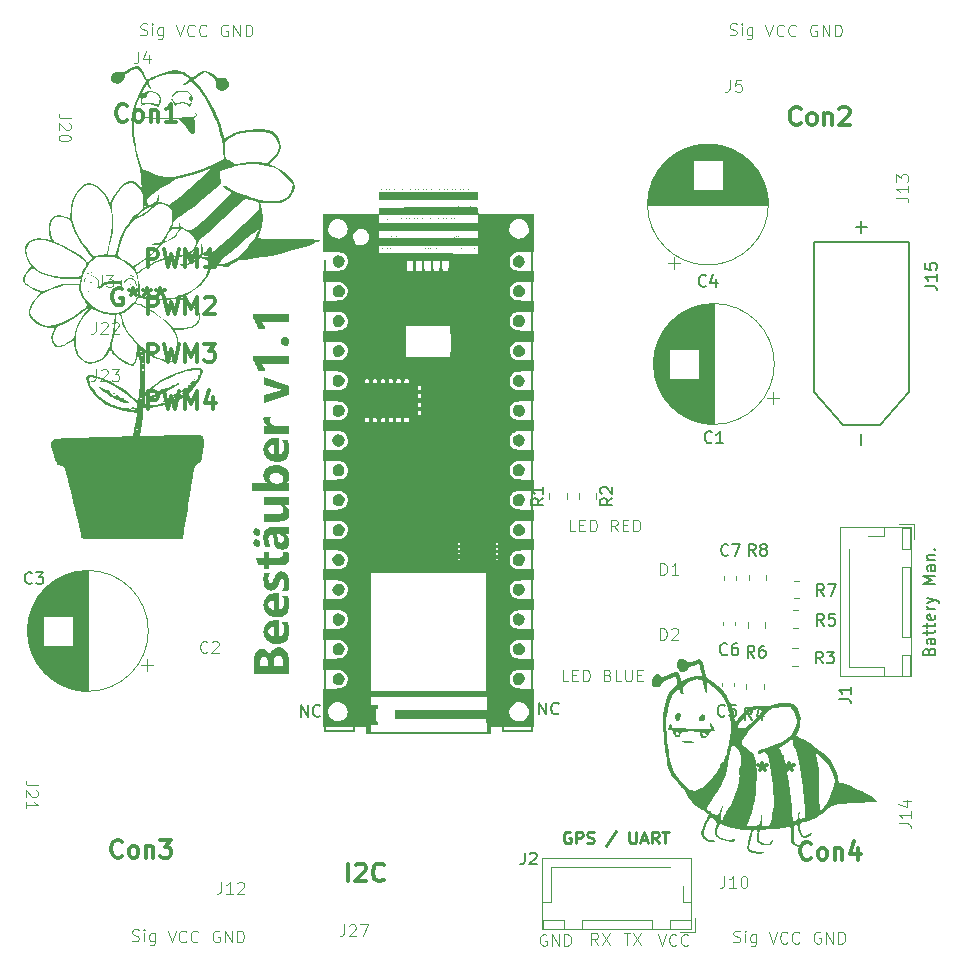
<source format=gbr>
%TF.GenerationSoftware,KiCad,Pcbnew,8.0.8*%
%TF.CreationDate,2025-02-10T09:27:38+01:00*%
%TF.ProjectId,Ares_v1_BaseBoard,41726573-5f76-4315-9f42-617365426f61,rev?*%
%TF.SameCoordinates,Original*%
%TF.FileFunction,Legend,Top*%
%TF.FilePolarity,Positive*%
%FSLAX46Y46*%
G04 Gerber Fmt 4.6, Leading zero omitted, Abs format (unit mm)*
G04 Created by KiCad (PCBNEW 8.0.8) date 2025-02-10 09:27:38*
%MOMM*%
%LPD*%
G01*
G04 APERTURE LIST*
%ADD10C,0.150000*%
%ADD11C,0.100000*%
%ADD12C,0.200000*%
%ADD13C,0.300000*%
%ADD14C,0.600000*%
%ADD15C,0.250000*%
%ADD16C,0.000000*%
%ADD17C,0.120000*%
%ADD18C,0.127000*%
G04 APERTURE END LIST*
D10*
X129536779Y-109869819D02*
X129536779Y-108869819D01*
X129536779Y-108869819D02*
X130108207Y-109869819D01*
X130108207Y-109869819D02*
X130108207Y-108869819D01*
X131155826Y-109774580D02*
X131108207Y-109822200D01*
X131108207Y-109822200D02*
X130965350Y-109869819D01*
X130965350Y-109869819D02*
X130870112Y-109869819D01*
X130870112Y-109869819D02*
X130727255Y-109822200D01*
X130727255Y-109822200D02*
X130632017Y-109726961D01*
X130632017Y-109726961D02*
X130584398Y-109631723D01*
X130584398Y-109631723D02*
X130536779Y-109441247D01*
X130536779Y-109441247D02*
X130536779Y-109298390D01*
X130536779Y-109298390D02*
X130584398Y-109107914D01*
X130584398Y-109107914D02*
X130632017Y-109012676D01*
X130632017Y-109012676D02*
X130727255Y-108917438D01*
X130727255Y-108917438D02*
X130870112Y-108869819D01*
X130870112Y-108869819D02*
X130965350Y-108869819D01*
X130965350Y-108869819D02*
X131108207Y-108917438D01*
X131108207Y-108917438D02*
X131155826Y-108965057D01*
X149736779Y-109669819D02*
X149736779Y-108669819D01*
X149736779Y-108669819D02*
X150308207Y-109669819D01*
X150308207Y-109669819D02*
X150308207Y-108669819D01*
X151355826Y-109574580D02*
X151308207Y-109622200D01*
X151308207Y-109622200D02*
X151165350Y-109669819D01*
X151165350Y-109669819D02*
X151070112Y-109669819D01*
X151070112Y-109669819D02*
X150927255Y-109622200D01*
X150927255Y-109622200D02*
X150832017Y-109526961D01*
X150832017Y-109526961D02*
X150784398Y-109431723D01*
X150784398Y-109431723D02*
X150736779Y-109241247D01*
X150736779Y-109241247D02*
X150736779Y-109098390D01*
X150736779Y-109098390D02*
X150784398Y-108907914D01*
X150784398Y-108907914D02*
X150832017Y-108812676D01*
X150832017Y-108812676D02*
X150927255Y-108717438D01*
X150927255Y-108717438D02*
X151070112Y-108669819D01*
X151070112Y-108669819D02*
X151165350Y-108669819D01*
X151165350Y-108669819D02*
X151308207Y-108717438D01*
X151308207Y-108717438D02*
X151355826Y-108765057D01*
D11*
X169161027Y-128072419D02*
X169494360Y-129072419D01*
X169494360Y-129072419D02*
X169827693Y-128072419D01*
X170732455Y-128977180D02*
X170684836Y-129024800D01*
X170684836Y-129024800D02*
X170541979Y-129072419D01*
X170541979Y-129072419D02*
X170446741Y-129072419D01*
X170446741Y-129072419D02*
X170303884Y-129024800D01*
X170303884Y-129024800D02*
X170208646Y-128929561D01*
X170208646Y-128929561D02*
X170161027Y-128834323D01*
X170161027Y-128834323D02*
X170113408Y-128643847D01*
X170113408Y-128643847D02*
X170113408Y-128500990D01*
X170113408Y-128500990D02*
X170161027Y-128310514D01*
X170161027Y-128310514D02*
X170208646Y-128215276D01*
X170208646Y-128215276D02*
X170303884Y-128120038D01*
X170303884Y-128120038D02*
X170446741Y-128072419D01*
X170446741Y-128072419D02*
X170541979Y-128072419D01*
X170541979Y-128072419D02*
X170684836Y-128120038D01*
X170684836Y-128120038D02*
X170732455Y-128167657D01*
X171732455Y-128977180D02*
X171684836Y-129024800D01*
X171684836Y-129024800D02*
X171541979Y-129072419D01*
X171541979Y-129072419D02*
X171446741Y-129072419D01*
X171446741Y-129072419D02*
X171303884Y-129024800D01*
X171303884Y-129024800D02*
X171208646Y-128929561D01*
X171208646Y-128929561D02*
X171161027Y-128834323D01*
X171161027Y-128834323D02*
X171113408Y-128643847D01*
X171113408Y-128643847D02*
X171113408Y-128500990D01*
X171113408Y-128500990D02*
X171161027Y-128310514D01*
X171161027Y-128310514D02*
X171208646Y-128215276D01*
X171208646Y-128215276D02*
X171303884Y-128120038D01*
X171303884Y-128120038D02*
X171446741Y-128072419D01*
X171446741Y-128072419D02*
X171541979Y-128072419D01*
X171541979Y-128072419D02*
X171684836Y-128120038D01*
X171684836Y-128120038D02*
X171732455Y-128167657D01*
X154675312Y-129172419D02*
X154341979Y-128696228D01*
X154103884Y-129172419D02*
X154103884Y-128172419D01*
X154103884Y-128172419D02*
X154484836Y-128172419D01*
X154484836Y-128172419D02*
X154580074Y-128220038D01*
X154580074Y-128220038D02*
X154627693Y-128267657D01*
X154627693Y-128267657D02*
X154675312Y-128362895D01*
X154675312Y-128362895D02*
X154675312Y-128505752D01*
X154675312Y-128505752D02*
X154627693Y-128600990D01*
X154627693Y-128600990D02*
X154580074Y-128648609D01*
X154580074Y-128648609D02*
X154484836Y-128696228D01*
X154484836Y-128696228D02*
X154103884Y-128696228D01*
X155008646Y-128172419D02*
X155675312Y-129172419D01*
X155675312Y-128172419D02*
X155008646Y-129172419D01*
D12*
X182718409Y-104346993D02*
X182766028Y-104204136D01*
X182766028Y-104204136D02*
X182813647Y-104156517D01*
X182813647Y-104156517D02*
X182908885Y-104108898D01*
X182908885Y-104108898D02*
X183051742Y-104108898D01*
X183051742Y-104108898D02*
X183146980Y-104156517D01*
X183146980Y-104156517D02*
X183194600Y-104204136D01*
X183194600Y-104204136D02*
X183242219Y-104299374D01*
X183242219Y-104299374D02*
X183242219Y-104680326D01*
X183242219Y-104680326D02*
X182242219Y-104680326D01*
X182242219Y-104680326D02*
X182242219Y-104346993D01*
X182242219Y-104346993D02*
X182289838Y-104251755D01*
X182289838Y-104251755D02*
X182337457Y-104204136D01*
X182337457Y-104204136D02*
X182432695Y-104156517D01*
X182432695Y-104156517D02*
X182527933Y-104156517D01*
X182527933Y-104156517D02*
X182623171Y-104204136D01*
X182623171Y-104204136D02*
X182670790Y-104251755D01*
X182670790Y-104251755D02*
X182718409Y-104346993D01*
X182718409Y-104346993D02*
X182718409Y-104680326D01*
X183242219Y-103251755D02*
X182718409Y-103251755D01*
X182718409Y-103251755D02*
X182623171Y-103299374D01*
X182623171Y-103299374D02*
X182575552Y-103394612D01*
X182575552Y-103394612D02*
X182575552Y-103585088D01*
X182575552Y-103585088D02*
X182623171Y-103680326D01*
X183194600Y-103251755D02*
X183242219Y-103346993D01*
X183242219Y-103346993D02*
X183242219Y-103585088D01*
X183242219Y-103585088D02*
X183194600Y-103680326D01*
X183194600Y-103680326D02*
X183099361Y-103727945D01*
X183099361Y-103727945D02*
X183004123Y-103727945D01*
X183004123Y-103727945D02*
X182908885Y-103680326D01*
X182908885Y-103680326D02*
X182861266Y-103585088D01*
X182861266Y-103585088D02*
X182861266Y-103346993D01*
X182861266Y-103346993D02*
X182813647Y-103251755D01*
X182575552Y-102918421D02*
X182575552Y-102537469D01*
X182242219Y-102775564D02*
X183099361Y-102775564D01*
X183099361Y-102775564D02*
X183194600Y-102727945D01*
X183194600Y-102727945D02*
X183242219Y-102632707D01*
X183242219Y-102632707D02*
X183242219Y-102537469D01*
X182575552Y-102346992D02*
X182575552Y-101966040D01*
X182242219Y-102204135D02*
X183099361Y-102204135D01*
X183099361Y-102204135D02*
X183194600Y-102156516D01*
X183194600Y-102156516D02*
X183242219Y-102061278D01*
X183242219Y-102061278D02*
X183242219Y-101966040D01*
X183194600Y-101251754D02*
X183242219Y-101346992D01*
X183242219Y-101346992D02*
X183242219Y-101537468D01*
X183242219Y-101537468D02*
X183194600Y-101632706D01*
X183194600Y-101632706D02*
X183099361Y-101680325D01*
X183099361Y-101680325D02*
X182718409Y-101680325D01*
X182718409Y-101680325D02*
X182623171Y-101632706D01*
X182623171Y-101632706D02*
X182575552Y-101537468D01*
X182575552Y-101537468D02*
X182575552Y-101346992D01*
X182575552Y-101346992D02*
X182623171Y-101251754D01*
X182623171Y-101251754D02*
X182718409Y-101204135D01*
X182718409Y-101204135D02*
X182813647Y-101204135D01*
X182813647Y-101204135D02*
X182908885Y-101680325D01*
X183242219Y-100775563D02*
X182575552Y-100775563D01*
X182766028Y-100775563D02*
X182670790Y-100727944D01*
X182670790Y-100727944D02*
X182623171Y-100680325D01*
X182623171Y-100680325D02*
X182575552Y-100585087D01*
X182575552Y-100585087D02*
X182575552Y-100489849D01*
X182575552Y-100251753D02*
X183242219Y-100013658D01*
X182575552Y-99775563D02*
X183242219Y-100013658D01*
X183242219Y-100013658D02*
X183480314Y-100108896D01*
X183480314Y-100108896D02*
X183527933Y-100156515D01*
X183527933Y-100156515D02*
X183575552Y-100251753D01*
X183242219Y-98632705D02*
X182242219Y-98632705D01*
X182242219Y-98632705D02*
X182956504Y-98299372D01*
X182956504Y-98299372D02*
X182242219Y-97966039D01*
X182242219Y-97966039D02*
X183242219Y-97966039D01*
X183242219Y-97061277D02*
X182718409Y-97061277D01*
X182718409Y-97061277D02*
X182623171Y-97108896D01*
X182623171Y-97108896D02*
X182575552Y-97204134D01*
X182575552Y-97204134D02*
X182575552Y-97394610D01*
X182575552Y-97394610D02*
X182623171Y-97489848D01*
X183194600Y-97061277D02*
X183242219Y-97156515D01*
X183242219Y-97156515D02*
X183242219Y-97394610D01*
X183242219Y-97394610D02*
X183194600Y-97489848D01*
X183194600Y-97489848D02*
X183099361Y-97537467D01*
X183099361Y-97537467D02*
X183004123Y-97537467D01*
X183004123Y-97537467D02*
X182908885Y-97489848D01*
X182908885Y-97489848D02*
X182861266Y-97394610D01*
X182861266Y-97394610D02*
X182861266Y-97156515D01*
X182861266Y-97156515D02*
X182813647Y-97061277D01*
X182575552Y-96585086D02*
X183242219Y-96585086D01*
X182670790Y-96585086D02*
X182623171Y-96537467D01*
X182623171Y-96537467D02*
X182575552Y-96442229D01*
X182575552Y-96442229D02*
X182575552Y-96299372D01*
X182575552Y-96299372D02*
X182623171Y-96204134D01*
X182623171Y-96204134D02*
X182718409Y-96156515D01*
X182718409Y-96156515D02*
X183242219Y-96156515D01*
X183146980Y-95680324D02*
X183194600Y-95632705D01*
X183194600Y-95632705D02*
X183242219Y-95680324D01*
X183242219Y-95680324D02*
X183194600Y-95727943D01*
X183194600Y-95727943D02*
X183146980Y-95680324D01*
X183146980Y-95680324D02*
X183242219Y-95680324D01*
D11*
X118961027Y-51272419D02*
X119294360Y-52272419D01*
X119294360Y-52272419D02*
X119627693Y-51272419D01*
X120532455Y-52177180D02*
X120484836Y-52224800D01*
X120484836Y-52224800D02*
X120341979Y-52272419D01*
X120341979Y-52272419D02*
X120246741Y-52272419D01*
X120246741Y-52272419D02*
X120103884Y-52224800D01*
X120103884Y-52224800D02*
X120008646Y-52129561D01*
X120008646Y-52129561D02*
X119961027Y-52034323D01*
X119961027Y-52034323D02*
X119913408Y-51843847D01*
X119913408Y-51843847D02*
X119913408Y-51700990D01*
X119913408Y-51700990D02*
X119961027Y-51510514D01*
X119961027Y-51510514D02*
X120008646Y-51415276D01*
X120008646Y-51415276D02*
X120103884Y-51320038D01*
X120103884Y-51320038D02*
X120246741Y-51272419D01*
X120246741Y-51272419D02*
X120341979Y-51272419D01*
X120341979Y-51272419D02*
X120484836Y-51320038D01*
X120484836Y-51320038D02*
X120532455Y-51367657D01*
X121532455Y-52177180D02*
X121484836Y-52224800D01*
X121484836Y-52224800D02*
X121341979Y-52272419D01*
X121341979Y-52272419D02*
X121246741Y-52272419D01*
X121246741Y-52272419D02*
X121103884Y-52224800D01*
X121103884Y-52224800D02*
X121008646Y-52129561D01*
X121008646Y-52129561D02*
X120961027Y-52034323D01*
X120961027Y-52034323D02*
X120913408Y-51843847D01*
X120913408Y-51843847D02*
X120913408Y-51700990D01*
X120913408Y-51700990D02*
X120961027Y-51510514D01*
X120961027Y-51510514D02*
X121008646Y-51415276D01*
X121008646Y-51415276D02*
X121103884Y-51320038D01*
X121103884Y-51320038D02*
X121246741Y-51272419D01*
X121246741Y-51272419D02*
X121341979Y-51272419D01*
X121341979Y-51272419D02*
X121484836Y-51320038D01*
X121484836Y-51320038D02*
X121532455Y-51367657D01*
D13*
X114411653Y-121657971D02*
X114340225Y-121729400D01*
X114340225Y-121729400D02*
X114125939Y-121800828D01*
X114125939Y-121800828D02*
X113983082Y-121800828D01*
X113983082Y-121800828D02*
X113768796Y-121729400D01*
X113768796Y-121729400D02*
X113625939Y-121586542D01*
X113625939Y-121586542D02*
X113554510Y-121443685D01*
X113554510Y-121443685D02*
X113483082Y-121157971D01*
X113483082Y-121157971D02*
X113483082Y-120943685D01*
X113483082Y-120943685D02*
X113554510Y-120657971D01*
X113554510Y-120657971D02*
X113625939Y-120515114D01*
X113625939Y-120515114D02*
X113768796Y-120372257D01*
X113768796Y-120372257D02*
X113983082Y-120300828D01*
X113983082Y-120300828D02*
X114125939Y-120300828D01*
X114125939Y-120300828D02*
X114340225Y-120372257D01*
X114340225Y-120372257D02*
X114411653Y-120443685D01*
X115268796Y-121800828D02*
X115125939Y-121729400D01*
X115125939Y-121729400D02*
X115054510Y-121657971D01*
X115054510Y-121657971D02*
X114983082Y-121515114D01*
X114983082Y-121515114D02*
X114983082Y-121086542D01*
X114983082Y-121086542D02*
X115054510Y-120943685D01*
X115054510Y-120943685D02*
X115125939Y-120872257D01*
X115125939Y-120872257D02*
X115268796Y-120800828D01*
X115268796Y-120800828D02*
X115483082Y-120800828D01*
X115483082Y-120800828D02*
X115625939Y-120872257D01*
X115625939Y-120872257D02*
X115697368Y-120943685D01*
X115697368Y-120943685D02*
X115768796Y-121086542D01*
X115768796Y-121086542D02*
X115768796Y-121515114D01*
X115768796Y-121515114D02*
X115697368Y-121657971D01*
X115697368Y-121657971D02*
X115625939Y-121729400D01*
X115625939Y-121729400D02*
X115483082Y-121800828D01*
X115483082Y-121800828D02*
X115268796Y-121800828D01*
X116411653Y-120800828D02*
X116411653Y-121800828D01*
X116411653Y-120943685D02*
X116483082Y-120872257D01*
X116483082Y-120872257D02*
X116625939Y-120800828D01*
X116625939Y-120800828D02*
X116840225Y-120800828D01*
X116840225Y-120800828D02*
X116983082Y-120872257D01*
X116983082Y-120872257D02*
X117054511Y-121015114D01*
X117054511Y-121015114D02*
X117054511Y-121800828D01*
X117625939Y-120300828D02*
X118554511Y-120300828D01*
X118554511Y-120300828D02*
X118054511Y-120872257D01*
X118054511Y-120872257D02*
X118268796Y-120872257D01*
X118268796Y-120872257D02*
X118411654Y-120943685D01*
X118411654Y-120943685D02*
X118483082Y-121015114D01*
X118483082Y-121015114D02*
X118554511Y-121157971D01*
X118554511Y-121157971D02*
X118554511Y-121515114D01*
X118554511Y-121515114D02*
X118483082Y-121657971D01*
X118483082Y-121657971D02*
X118411654Y-121729400D01*
X118411654Y-121729400D02*
X118268796Y-121800828D01*
X118268796Y-121800828D02*
X117840225Y-121800828D01*
X117840225Y-121800828D02*
X117697368Y-121729400D01*
X117697368Y-121729400D02*
X117625939Y-121657971D01*
X114822653Y-59347971D02*
X114751225Y-59419400D01*
X114751225Y-59419400D02*
X114536939Y-59490828D01*
X114536939Y-59490828D02*
X114394082Y-59490828D01*
X114394082Y-59490828D02*
X114179796Y-59419400D01*
X114179796Y-59419400D02*
X114036939Y-59276542D01*
X114036939Y-59276542D02*
X113965510Y-59133685D01*
X113965510Y-59133685D02*
X113894082Y-58847971D01*
X113894082Y-58847971D02*
X113894082Y-58633685D01*
X113894082Y-58633685D02*
X113965510Y-58347971D01*
X113965510Y-58347971D02*
X114036939Y-58205114D01*
X114036939Y-58205114D02*
X114179796Y-58062257D01*
X114179796Y-58062257D02*
X114394082Y-57990828D01*
X114394082Y-57990828D02*
X114536939Y-57990828D01*
X114536939Y-57990828D02*
X114751225Y-58062257D01*
X114751225Y-58062257D02*
X114822653Y-58133685D01*
X115679796Y-59490828D02*
X115536939Y-59419400D01*
X115536939Y-59419400D02*
X115465510Y-59347971D01*
X115465510Y-59347971D02*
X115394082Y-59205114D01*
X115394082Y-59205114D02*
X115394082Y-58776542D01*
X115394082Y-58776542D02*
X115465510Y-58633685D01*
X115465510Y-58633685D02*
X115536939Y-58562257D01*
X115536939Y-58562257D02*
X115679796Y-58490828D01*
X115679796Y-58490828D02*
X115894082Y-58490828D01*
X115894082Y-58490828D02*
X116036939Y-58562257D01*
X116036939Y-58562257D02*
X116108368Y-58633685D01*
X116108368Y-58633685D02*
X116179796Y-58776542D01*
X116179796Y-58776542D02*
X116179796Y-59205114D01*
X116179796Y-59205114D02*
X116108368Y-59347971D01*
X116108368Y-59347971D02*
X116036939Y-59419400D01*
X116036939Y-59419400D02*
X115894082Y-59490828D01*
X115894082Y-59490828D02*
X115679796Y-59490828D01*
X116822653Y-58490828D02*
X116822653Y-59490828D01*
X116822653Y-58633685D02*
X116894082Y-58562257D01*
X116894082Y-58562257D02*
X117036939Y-58490828D01*
X117036939Y-58490828D02*
X117251225Y-58490828D01*
X117251225Y-58490828D02*
X117394082Y-58562257D01*
X117394082Y-58562257D02*
X117465511Y-58705114D01*
X117465511Y-58705114D02*
X117465511Y-59490828D01*
X118965511Y-59490828D02*
X118108368Y-59490828D01*
X118536939Y-59490828D02*
X118536939Y-57990828D01*
X118536939Y-57990828D02*
X118394082Y-58205114D01*
X118394082Y-58205114D02*
X118251225Y-58347971D01*
X118251225Y-58347971D02*
X118108368Y-58419400D01*
D11*
X156861027Y-128172419D02*
X157432455Y-128172419D01*
X157146741Y-129172419D02*
X157146741Y-128172419D01*
X157670551Y-128172419D02*
X158337217Y-129172419D01*
X158337217Y-128172419D02*
X157670551Y-129172419D01*
D13*
X116554510Y-83800828D02*
X116554510Y-82300828D01*
X116554510Y-82300828D02*
X117125939Y-82300828D01*
X117125939Y-82300828D02*
X117268796Y-82372257D01*
X117268796Y-82372257D02*
X117340225Y-82443685D01*
X117340225Y-82443685D02*
X117411653Y-82586542D01*
X117411653Y-82586542D02*
X117411653Y-82800828D01*
X117411653Y-82800828D02*
X117340225Y-82943685D01*
X117340225Y-82943685D02*
X117268796Y-83015114D01*
X117268796Y-83015114D02*
X117125939Y-83086542D01*
X117125939Y-83086542D02*
X116554510Y-83086542D01*
X117911653Y-82300828D02*
X118268796Y-83800828D01*
X118268796Y-83800828D02*
X118554510Y-82729400D01*
X118554510Y-82729400D02*
X118840225Y-83800828D01*
X118840225Y-83800828D02*
X119197368Y-82300828D01*
X119768796Y-83800828D02*
X119768796Y-82300828D01*
X119768796Y-82300828D02*
X120268796Y-83372257D01*
X120268796Y-83372257D02*
X120768796Y-82300828D01*
X120768796Y-82300828D02*
X120768796Y-83800828D01*
X122125940Y-82800828D02*
X122125940Y-83800828D01*
X121768797Y-82229400D02*
X121411654Y-83300828D01*
X121411654Y-83300828D02*
X122340225Y-83300828D01*
X172734653Y-121831971D02*
X172663225Y-121903400D01*
X172663225Y-121903400D02*
X172448939Y-121974828D01*
X172448939Y-121974828D02*
X172306082Y-121974828D01*
X172306082Y-121974828D02*
X172091796Y-121903400D01*
X172091796Y-121903400D02*
X171948939Y-121760542D01*
X171948939Y-121760542D02*
X171877510Y-121617685D01*
X171877510Y-121617685D02*
X171806082Y-121331971D01*
X171806082Y-121331971D02*
X171806082Y-121117685D01*
X171806082Y-121117685D02*
X171877510Y-120831971D01*
X171877510Y-120831971D02*
X171948939Y-120689114D01*
X171948939Y-120689114D02*
X172091796Y-120546257D01*
X172091796Y-120546257D02*
X172306082Y-120474828D01*
X172306082Y-120474828D02*
X172448939Y-120474828D01*
X172448939Y-120474828D02*
X172663225Y-120546257D01*
X172663225Y-120546257D02*
X172734653Y-120617685D01*
X173591796Y-121974828D02*
X173448939Y-121903400D01*
X173448939Y-121903400D02*
X173377510Y-121831971D01*
X173377510Y-121831971D02*
X173306082Y-121689114D01*
X173306082Y-121689114D02*
X173306082Y-121260542D01*
X173306082Y-121260542D02*
X173377510Y-121117685D01*
X173377510Y-121117685D02*
X173448939Y-121046257D01*
X173448939Y-121046257D02*
X173591796Y-120974828D01*
X173591796Y-120974828D02*
X173806082Y-120974828D01*
X173806082Y-120974828D02*
X173948939Y-121046257D01*
X173948939Y-121046257D02*
X174020368Y-121117685D01*
X174020368Y-121117685D02*
X174091796Y-121260542D01*
X174091796Y-121260542D02*
X174091796Y-121689114D01*
X174091796Y-121689114D02*
X174020368Y-121831971D01*
X174020368Y-121831971D02*
X173948939Y-121903400D01*
X173948939Y-121903400D02*
X173806082Y-121974828D01*
X173806082Y-121974828D02*
X173591796Y-121974828D01*
X174734653Y-120974828D02*
X174734653Y-121974828D01*
X174734653Y-121117685D02*
X174806082Y-121046257D01*
X174806082Y-121046257D02*
X174948939Y-120974828D01*
X174948939Y-120974828D02*
X175163225Y-120974828D01*
X175163225Y-120974828D02*
X175306082Y-121046257D01*
X175306082Y-121046257D02*
X175377511Y-121189114D01*
X175377511Y-121189114D02*
X175377511Y-121974828D01*
X176734654Y-120974828D02*
X176734654Y-121974828D01*
X176377511Y-120403400D02*
X176020368Y-121474828D01*
X176020368Y-121474828D02*
X176948939Y-121474828D01*
D11*
X173227693Y-51320038D02*
X173132455Y-51272419D01*
X173132455Y-51272419D02*
X172989598Y-51272419D01*
X172989598Y-51272419D02*
X172846741Y-51320038D01*
X172846741Y-51320038D02*
X172751503Y-51415276D01*
X172751503Y-51415276D02*
X172703884Y-51510514D01*
X172703884Y-51510514D02*
X172656265Y-51700990D01*
X172656265Y-51700990D02*
X172656265Y-51843847D01*
X172656265Y-51843847D02*
X172703884Y-52034323D01*
X172703884Y-52034323D02*
X172751503Y-52129561D01*
X172751503Y-52129561D02*
X172846741Y-52224800D01*
X172846741Y-52224800D02*
X172989598Y-52272419D01*
X172989598Y-52272419D02*
X173084836Y-52272419D01*
X173084836Y-52272419D02*
X173227693Y-52224800D01*
X173227693Y-52224800D02*
X173275312Y-52177180D01*
X173275312Y-52177180D02*
X173275312Y-51843847D01*
X173275312Y-51843847D02*
X173084836Y-51843847D01*
X173703884Y-52272419D02*
X173703884Y-51272419D01*
X173703884Y-51272419D02*
X174275312Y-52272419D01*
X174275312Y-52272419D02*
X174275312Y-51272419D01*
X174751503Y-52272419D02*
X174751503Y-51272419D01*
X174751503Y-51272419D02*
X174989598Y-51272419D01*
X174989598Y-51272419D02*
X175132455Y-51320038D01*
X175132455Y-51320038D02*
X175227693Y-51415276D01*
X175227693Y-51415276D02*
X175275312Y-51510514D01*
X175275312Y-51510514D02*
X175322931Y-51700990D01*
X175322931Y-51700990D02*
X175322931Y-51843847D01*
X175322931Y-51843847D02*
X175275312Y-52034323D01*
X175275312Y-52034323D02*
X175227693Y-52129561D01*
X175227693Y-52129561D02*
X175132455Y-52224800D01*
X175132455Y-52224800D02*
X174989598Y-52272419D01*
X174989598Y-52272419D02*
X174751503Y-52272419D01*
X173527693Y-128120038D02*
X173432455Y-128072419D01*
X173432455Y-128072419D02*
X173289598Y-128072419D01*
X173289598Y-128072419D02*
X173146741Y-128120038D01*
X173146741Y-128120038D02*
X173051503Y-128215276D01*
X173051503Y-128215276D02*
X173003884Y-128310514D01*
X173003884Y-128310514D02*
X172956265Y-128500990D01*
X172956265Y-128500990D02*
X172956265Y-128643847D01*
X172956265Y-128643847D02*
X173003884Y-128834323D01*
X173003884Y-128834323D02*
X173051503Y-128929561D01*
X173051503Y-128929561D02*
X173146741Y-129024800D01*
X173146741Y-129024800D02*
X173289598Y-129072419D01*
X173289598Y-129072419D02*
X173384836Y-129072419D01*
X173384836Y-129072419D02*
X173527693Y-129024800D01*
X173527693Y-129024800D02*
X173575312Y-128977180D01*
X173575312Y-128977180D02*
X173575312Y-128643847D01*
X173575312Y-128643847D02*
X173384836Y-128643847D01*
X174003884Y-129072419D02*
X174003884Y-128072419D01*
X174003884Y-128072419D02*
X174575312Y-129072419D01*
X174575312Y-129072419D02*
X174575312Y-128072419D01*
X175051503Y-129072419D02*
X175051503Y-128072419D01*
X175051503Y-128072419D02*
X175289598Y-128072419D01*
X175289598Y-128072419D02*
X175432455Y-128120038D01*
X175432455Y-128120038D02*
X175527693Y-128215276D01*
X175527693Y-128215276D02*
X175575312Y-128310514D01*
X175575312Y-128310514D02*
X175622931Y-128500990D01*
X175622931Y-128500990D02*
X175622931Y-128643847D01*
X175622931Y-128643847D02*
X175575312Y-128834323D01*
X175575312Y-128834323D02*
X175527693Y-128929561D01*
X175527693Y-128929561D02*
X175432455Y-129024800D01*
X175432455Y-129024800D02*
X175289598Y-129072419D01*
X175289598Y-129072419D02*
X175051503Y-129072419D01*
D13*
X116554510Y-75800828D02*
X116554510Y-74300828D01*
X116554510Y-74300828D02*
X117125939Y-74300828D01*
X117125939Y-74300828D02*
X117268796Y-74372257D01*
X117268796Y-74372257D02*
X117340225Y-74443685D01*
X117340225Y-74443685D02*
X117411653Y-74586542D01*
X117411653Y-74586542D02*
X117411653Y-74800828D01*
X117411653Y-74800828D02*
X117340225Y-74943685D01*
X117340225Y-74943685D02*
X117268796Y-75015114D01*
X117268796Y-75015114D02*
X117125939Y-75086542D01*
X117125939Y-75086542D02*
X116554510Y-75086542D01*
X117911653Y-74300828D02*
X118268796Y-75800828D01*
X118268796Y-75800828D02*
X118554510Y-74729400D01*
X118554510Y-74729400D02*
X118840225Y-75800828D01*
X118840225Y-75800828D02*
X119197368Y-74300828D01*
X119768796Y-75800828D02*
X119768796Y-74300828D01*
X119768796Y-74300828D02*
X120268796Y-75372257D01*
X120268796Y-75372257D02*
X120768796Y-74300828D01*
X120768796Y-74300828D02*
X120768796Y-75800828D01*
X121411654Y-74443685D02*
X121483082Y-74372257D01*
X121483082Y-74372257D02*
X121625940Y-74300828D01*
X121625940Y-74300828D02*
X121983082Y-74300828D01*
X121983082Y-74300828D02*
X122125940Y-74372257D01*
X122125940Y-74372257D02*
X122197368Y-74443685D01*
X122197368Y-74443685D02*
X122268797Y-74586542D01*
X122268797Y-74586542D02*
X122268797Y-74729400D01*
X122268797Y-74729400D02*
X122197368Y-74943685D01*
X122197368Y-74943685D02*
X121340225Y-75800828D01*
X121340225Y-75800828D02*
X122268797Y-75800828D01*
X116554510Y-71800828D02*
X116554510Y-70300828D01*
X116554510Y-70300828D02*
X117125939Y-70300828D01*
X117125939Y-70300828D02*
X117268796Y-70372257D01*
X117268796Y-70372257D02*
X117340225Y-70443685D01*
X117340225Y-70443685D02*
X117411653Y-70586542D01*
X117411653Y-70586542D02*
X117411653Y-70800828D01*
X117411653Y-70800828D02*
X117340225Y-70943685D01*
X117340225Y-70943685D02*
X117268796Y-71015114D01*
X117268796Y-71015114D02*
X117125939Y-71086542D01*
X117125939Y-71086542D02*
X116554510Y-71086542D01*
X117911653Y-70300828D02*
X118268796Y-71800828D01*
X118268796Y-71800828D02*
X118554510Y-70729400D01*
X118554510Y-70729400D02*
X118840225Y-71800828D01*
X118840225Y-71800828D02*
X119197368Y-70300828D01*
X119768796Y-71800828D02*
X119768796Y-70300828D01*
X119768796Y-70300828D02*
X120268796Y-71372257D01*
X120268796Y-71372257D02*
X120768796Y-70300828D01*
X120768796Y-70300828D02*
X120768796Y-71800828D01*
X122268797Y-71800828D02*
X121411654Y-71800828D01*
X121840225Y-71800828D02*
X121840225Y-70300828D01*
X121840225Y-70300828D02*
X121697368Y-70515114D01*
X121697368Y-70515114D02*
X121554511Y-70657971D01*
X121554511Y-70657971D02*
X121411654Y-70729400D01*
D11*
X123327693Y-51320038D02*
X123232455Y-51272419D01*
X123232455Y-51272419D02*
X123089598Y-51272419D01*
X123089598Y-51272419D02*
X122946741Y-51320038D01*
X122946741Y-51320038D02*
X122851503Y-51415276D01*
X122851503Y-51415276D02*
X122803884Y-51510514D01*
X122803884Y-51510514D02*
X122756265Y-51700990D01*
X122756265Y-51700990D02*
X122756265Y-51843847D01*
X122756265Y-51843847D02*
X122803884Y-52034323D01*
X122803884Y-52034323D02*
X122851503Y-52129561D01*
X122851503Y-52129561D02*
X122946741Y-52224800D01*
X122946741Y-52224800D02*
X123089598Y-52272419D01*
X123089598Y-52272419D02*
X123184836Y-52272419D01*
X123184836Y-52272419D02*
X123327693Y-52224800D01*
X123327693Y-52224800D02*
X123375312Y-52177180D01*
X123375312Y-52177180D02*
X123375312Y-51843847D01*
X123375312Y-51843847D02*
X123184836Y-51843847D01*
X123803884Y-52272419D02*
X123803884Y-51272419D01*
X123803884Y-51272419D02*
X124375312Y-52272419D01*
X124375312Y-52272419D02*
X124375312Y-51272419D01*
X124851503Y-52272419D02*
X124851503Y-51272419D01*
X124851503Y-51272419D02*
X125089598Y-51272419D01*
X125089598Y-51272419D02*
X125232455Y-51320038D01*
X125232455Y-51320038D02*
X125327693Y-51415276D01*
X125327693Y-51415276D02*
X125375312Y-51510514D01*
X125375312Y-51510514D02*
X125422931Y-51700990D01*
X125422931Y-51700990D02*
X125422931Y-51843847D01*
X125422931Y-51843847D02*
X125375312Y-52034323D01*
X125375312Y-52034323D02*
X125327693Y-52129561D01*
X125327693Y-52129561D02*
X125232455Y-52224800D01*
X125232455Y-52224800D02*
X125089598Y-52272419D01*
X125089598Y-52272419D02*
X124851503Y-52272419D01*
D13*
X133554510Y-123800828D02*
X133554510Y-122300828D01*
X134197368Y-122443685D02*
X134268796Y-122372257D01*
X134268796Y-122372257D02*
X134411654Y-122300828D01*
X134411654Y-122300828D02*
X134768796Y-122300828D01*
X134768796Y-122300828D02*
X134911654Y-122372257D01*
X134911654Y-122372257D02*
X134983082Y-122443685D01*
X134983082Y-122443685D02*
X135054511Y-122586542D01*
X135054511Y-122586542D02*
X135054511Y-122729400D01*
X135054511Y-122729400D02*
X134983082Y-122943685D01*
X134983082Y-122943685D02*
X134125939Y-123800828D01*
X134125939Y-123800828D02*
X135054511Y-123800828D01*
X136554510Y-123657971D02*
X136483082Y-123729400D01*
X136483082Y-123729400D02*
X136268796Y-123800828D01*
X136268796Y-123800828D02*
X136125939Y-123800828D01*
X136125939Y-123800828D02*
X135911653Y-123729400D01*
X135911653Y-123729400D02*
X135768796Y-123586542D01*
X135768796Y-123586542D02*
X135697367Y-123443685D01*
X135697367Y-123443685D02*
X135625939Y-123157971D01*
X135625939Y-123157971D02*
X135625939Y-122943685D01*
X135625939Y-122943685D02*
X135697367Y-122657971D01*
X135697367Y-122657971D02*
X135768796Y-122515114D01*
X135768796Y-122515114D02*
X135911653Y-122372257D01*
X135911653Y-122372257D02*
X136125939Y-122300828D01*
X136125939Y-122300828D02*
X136268796Y-122300828D01*
X136268796Y-122300828D02*
X136483082Y-122372257D01*
X136483082Y-122372257D02*
X136554510Y-122443685D01*
D11*
X118261027Y-127972419D02*
X118594360Y-128972419D01*
X118594360Y-128972419D02*
X118927693Y-127972419D01*
X119832455Y-128877180D02*
X119784836Y-128924800D01*
X119784836Y-128924800D02*
X119641979Y-128972419D01*
X119641979Y-128972419D02*
X119546741Y-128972419D01*
X119546741Y-128972419D02*
X119403884Y-128924800D01*
X119403884Y-128924800D02*
X119308646Y-128829561D01*
X119308646Y-128829561D02*
X119261027Y-128734323D01*
X119261027Y-128734323D02*
X119213408Y-128543847D01*
X119213408Y-128543847D02*
X119213408Y-128400990D01*
X119213408Y-128400990D02*
X119261027Y-128210514D01*
X119261027Y-128210514D02*
X119308646Y-128115276D01*
X119308646Y-128115276D02*
X119403884Y-128020038D01*
X119403884Y-128020038D02*
X119546741Y-127972419D01*
X119546741Y-127972419D02*
X119641979Y-127972419D01*
X119641979Y-127972419D02*
X119784836Y-128020038D01*
X119784836Y-128020038D02*
X119832455Y-128067657D01*
X120832455Y-128877180D02*
X120784836Y-128924800D01*
X120784836Y-128924800D02*
X120641979Y-128972419D01*
X120641979Y-128972419D02*
X120546741Y-128972419D01*
X120546741Y-128972419D02*
X120403884Y-128924800D01*
X120403884Y-128924800D02*
X120308646Y-128829561D01*
X120308646Y-128829561D02*
X120261027Y-128734323D01*
X120261027Y-128734323D02*
X120213408Y-128543847D01*
X120213408Y-128543847D02*
X120213408Y-128400990D01*
X120213408Y-128400990D02*
X120261027Y-128210514D01*
X120261027Y-128210514D02*
X120308646Y-128115276D01*
X120308646Y-128115276D02*
X120403884Y-128020038D01*
X120403884Y-128020038D02*
X120546741Y-127972419D01*
X120546741Y-127972419D02*
X120641979Y-127972419D01*
X120641979Y-127972419D02*
X120784836Y-128020038D01*
X120784836Y-128020038D02*
X120832455Y-128067657D01*
X165856265Y-52124800D02*
X165999122Y-52172419D01*
X165999122Y-52172419D02*
X166237217Y-52172419D01*
X166237217Y-52172419D02*
X166332455Y-52124800D01*
X166332455Y-52124800D02*
X166380074Y-52077180D01*
X166380074Y-52077180D02*
X166427693Y-51981942D01*
X166427693Y-51981942D02*
X166427693Y-51886704D01*
X166427693Y-51886704D02*
X166380074Y-51791466D01*
X166380074Y-51791466D02*
X166332455Y-51743847D01*
X166332455Y-51743847D02*
X166237217Y-51696228D01*
X166237217Y-51696228D02*
X166046741Y-51648609D01*
X166046741Y-51648609D02*
X165951503Y-51600990D01*
X165951503Y-51600990D02*
X165903884Y-51553371D01*
X165903884Y-51553371D02*
X165856265Y-51458133D01*
X165856265Y-51458133D02*
X165856265Y-51362895D01*
X165856265Y-51362895D02*
X165903884Y-51267657D01*
X165903884Y-51267657D02*
X165951503Y-51220038D01*
X165951503Y-51220038D02*
X166046741Y-51172419D01*
X166046741Y-51172419D02*
X166284836Y-51172419D01*
X166284836Y-51172419D02*
X166427693Y-51220038D01*
X166856265Y-52172419D02*
X166856265Y-51505752D01*
X166856265Y-51172419D02*
X166808646Y-51220038D01*
X166808646Y-51220038D02*
X166856265Y-51267657D01*
X166856265Y-51267657D02*
X166903884Y-51220038D01*
X166903884Y-51220038D02*
X166856265Y-51172419D01*
X166856265Y-51172419D02*
X166856265Y-51267657D01*
X167761026Y-51505752D02*
X167761026Y-52315276D01*
X167761026Y-52315276D02*
X167713407Y-52410514D01*
X167713407Y-52410514D02*
X167665788Y-52458133D01*
X167665788Y-52458133D02*
X167570550Y-52505752D01*
X167570550Y-52505752D02*
X167427693Y-52505752D01*
X167427693Y-52505752D02*
X167332455Y-52458133D01*
X167761026Y-52124800D02*
X167665788Y-52172419D01*
X167665788Y-52172419D02*
X167475312Y-52172419D01*
X167475312Y-52172419D02*
X167380074Y-52124800D01*
X167380074Y-52124800D02*
X167332455Y-52077180D01*
X167332455Y-52077180D02*
X167284836Y-51981942D01*
X167284836Y-51981942D02*
X167284836Y-51696228D01*
X167284836Y-51696228D02*
X167332455Y-51600990D01*
X167332455Y-51600990D02*
X167380074Y-51553371D01*
X167380074Y-51553371D02*
X167475312Y-51505752D01*
X167475312Y-51505752D02*
X167665788Y-51505752D01*
X167665788Y-51505752D02*
X167761026Y-51553371D01*
X159761027Y-128272419D02*
X160094360Y-129272419D01*
X160094360Y-129272419D02*
X160427693Y-128272419D01*
X161332455Y-129177180D02*
X161284836Y-129224800D01*
X161284836Y-129224800D02*
X161141979Y-129272419D01*
X161141979Y-129272419D02*
X161046741Y-129272419D01*
X161046741Y-129272419D02*
X160903884Y-129224800D01*
X160903884Y-129224800D02*
X160808646Y-129129561D01*
X160808646Y-129129561D02*
X160761027Y-129034323D01*
X160761027Y-129034323D02*
X160713408Y-128843847D01*
X160713408Y-128843847D02*
X160713408Y-128700990D01*
X160713408Y-128700990D02*
X160761027Y-128510514D01*
X160761027Y-128510514D02*
X160808646Y-128415276D01*
X160808646Y-128415276D02*
X160903884Y-128320038D01*
X160903884Y-128320038D02*
X161046741Y-128272419D01*
X161046741Y-128272419D02*
X161141979Y-128272419D01*
X161141979Y-128272419D02*
X161284836Y-128320038D01*
X161284836Y-128320038D02*
X161332455Y-128367657D01*
X162332455Y-129177180D02*
X162284836Y-129224800D01*
X162284836Y-129224800D02*
X162141979Y-129272419D01*
X162141979Y-129272419D02*
X162046741Y-129272419D01*
X162046741Y-129272419D02*
X161903884Y-129224800D01*
X161903884Y-129224800D02*
X161808646Y-129129561D01*
X161808646Y-129129561D02*
X161761027Y-129034323D01*
X161761027Y-129034323D02*
X161713408Y-128843847D01*
X161713408Y-128843847D02*
X161713408Y-128700990D01*
X161713408Y-128700990D02*
X161761027Y-128510514D01*
X161761027Y-128510514D02*
X161808646Y-128415276D01*
X161808646Y-128415276D02*
X161903884Y-128320038D01*
X161903884Y-128320038D02*
X162046741Y-128272419D01*
X162046741Y-128272419D02*
X162141979Y-128272419D01*
X162141979Y-128272419D02*
X162284836Y-128320038D01*
X162284836Y-128320038D02*
X162332455Y-128367657D01*
D14*
G36*
X127781305Y-104006004D02*
G01*
X127938199Y-104043786D01*
X128078893Y-104109407D01*
X128203389Y-104202868D01*
X128282397Y-104286670D01*
X128375758Y-104423783D01*
X128437530Y-104557495D01*
X128482456Y-104706147D01*
X128510534Y-104869740D01*
X128521064Y-105017481D01*
X128522000Y-105079482D01*
X128522000Y-106215212D01*
X125567638Y-106215212D01*
X125567638Y-105300034D01*
X126083479Y-105300034D01*
X126083479Y-105549161D01*
X126740004Y-105549161D01*
X126740004Y-105256803D01*
X126732677Y-105184263D01*
X127255845Y-105184263D01*
X127255845Y-105549161D01*
X128006159Y-105549161D01*
X128006159Y-105188659D01*
X127993951Y-105041839D01*
X127948044Y-104898911D01*
X127902844Y-104827424D01*
X127789403Y-104733282D01*
X127642797Y-104696778D01*
X127620743Y-104696265D01*
X127476949Y-104724601D01*
X127359415Y-104817292D01*
X127353297Y-104825226D01*
X127286679Y-104957059D01*
X127259271Y-105101315D01*
X127255845Y-105184263D01*
X126732677Y-105184263D01*
X126724525Y-105103549D01*
X126668196Y-104963082D01*
X126646214Y-104932204D01*
X126526711Y-104839584D01*
X126388294Y-104813502D01*
X126240947Y-104851987D01*
X126141822Y-104967444D01*
X126098065Y-105110457D01*
X126083777Y-105270101D01*
X126083479Y-105300034D01*
X125567638Y-105300034D01*
X125567638Y-105139566D01*
X125572039Y-104990588D01*
X125588937Y-104826548D01*
X125618510Y-104678583D01*
X125669029Y-104526272D01*
X125736800Y-104395841D01*
X125747889Y-104378994D01*
X125846853Y-104262627D01*
X125980194Y-104171456D01*
X126136834Y-104122364D01*
X126254205Y-104113013D01*
X126410407Y-104132148D01*
X126552583Y-104189552D01*
X126669662Y-104274946D01*
X126769968Y-104384884D01*
X126849237Y-104512282D01*
X126907469Y-104657139D01*
X126916591Y-104688205D01*
X126924651Y-104688205D01*
X126954144Y-104538591D01*
X127010532Y-104389216D01*
X127091496Y-104259894D01*
X127159124Y-104184821D01*
X127275482Y-104093437D01*
X127420540Y-104026977D01*
X127565285Y-103998731D01*
X127633933Y-103995777D01*
X127781305Y-104006004D01*
G37*
G36*
X127677896Y-103068875D02*
G01*
X127821328Y-103038478D01*
X127951158Y-102957435D01*
X128040597Y-102827304D01*
X128085110Y-102676694D01*
X128099536Y-102523637D01*
X128099948Y-102490020D01*
X128093216Y-102341782D01*
X128069036Y-102182242D01*
X128027270Y-102033234D01*
X127967919Y-101894760D01*
X127959264Y-101878191D01*
X128416487Y-101878191D01*
X128475872Y-102014478D01*
X128520671Y-102167525D01*
X128547462Y-102312047D01*
X128563536Y-102468882D01*
X128568894Y-102638031D01*
X128562007Y-102792258D01*
X128535560Y-102962549D01*
X128489278Y-103116714D01*
X128423161Y-103254753D01*
X128337208Y-103376666D01*
X128286794Y-103431576D01*
X128173175Y-103527446D01*
X128043894Y-103603481D01*
X127898951Y-103659681D01*
X127738346Y-103696045D01*
X127592545Y-103711197D01*
X127499843Y-103713676D01*
X127341666Y-103706235D01*
X127194115Y-103683909D01*
X127031080Y-103637473D01*
X126883347Y-103569604D01*
X126750914Y-103480302D01*
X126671127Y-103408861D01*
X126567040Y-103289610D01*
X126484488Y-103160466D01*
X126423471Y-103021431D01*
X126383989Y-102872504D01*
X126366043Y-102713685D01*
X126364942Y-102662944D01*
X126786898Y-102662944D01*
X126820604Y-102809123D01*
X126913426Y-102926868D01*
X126921720Y-102934053D01*
X127051671Y-103016960D01*
X127194944Y-103063304D01*
X127255845Y-103073272D01*
X127255845Y-102295847D01*
X127096476Y-102308752D01*
X126952220Y-102356432D01*
X126842311Y-102453942D01*
X126791020Y-102597339D01*
X126786898Y-102662944D01*
X126364942Y-102662944D01*
X126364847Y-102658547D01*
X126374635Y-102492808D01*
X126404002Y-102341802D01*
X126463007Y-102184253D01*
X126548658Y-102046759D01*
X126643284Y-101944870D01*
X126774637Y-101846370D01*
X126925063Y-101772063D01*
X127069182Y-101727627D01*
X127227314Y-101700966D01*
X127399459Y-101692078D01*
X127677896Y-101692078D01*
X127677896Y-103068875D01*
G37*
G36*
X127677896Y-100797417D02*
G01*
X127821328Y-100767020D01*
X127951158Y-100685976D01*
X128040597Y-100555845D01*
X128085110Y-100405235D01*
X128099536Y-100252178D01*
X128099948Y-100218561D01*
X128093216Y-100070323D01*
X128069036Y-99910783D01*
X128027270Y-99761776D01*
X127967919Y-99623302D01*
X127959264Y-99606733D01*
X128416487Y-99606733D01*
X128475872Y-99743020D01*
X128520671Y-99896066D01*
X128547462Y-100040588D01*
X128563536Y-100197424D01*
X128568894Y-100366572D01*
X128562007Y-100520800D01*
X128535560Y-100691090D01*
X128489278Y-100845255D01*
X128423161Y-100983294D01*
X128337208Y-101105208D01*
X128286794Y-101160117D01*
X128173175Y-101255988D01*
X128043894Y-101332022D01*
X127898951Y-101388222D01*
X127738346Y-101424587D01*
X127592545Y-101439739D01*
X127499843Y-101442218D01*
X127341666Y-101434776D01*
X127194115Y-101412451D01*
X127031080Y-101366014D01*
X126883347Y-101298145D01*
X126750914Y-101208844D01*
X126671127Y-101137403D01*
X126567040Y-101018151D01*
X126484488Y-100889008D01*
X126423471Y-100749973D01*
X126383989Y-100601046D01*
X126366043Y-100442227D01*
X126364942Y-100391485D01*
X126786898Y-100391485D01*
X126820604Y-100537665D01*
X126913426Y-100655409D01*
X126921720Y-100662595D01*
X127051671Y-100745502D01*
X127194944Y-100791845D01*
X127255845Y-100801813D01*
X127255845Y-100024388D01*
X127096476Y-100037294D01*
X126952220Y-100084974D01*
X126842311Y-100182484D01*
X126791020Y-100325881D01*
X126786898Y-100391485D01*
X126364942Y-100391485D01*
X126364847Y-100387089D01*
X126374635Y-100221349D01*
X126404002Y-100070344D01*
X126463007Y-99912794D01*
X126548658Y-99775301D01*
X126643284Y-99673411D01*
X126774637Y-99574911D01*
X126925063Y-99500605D01*
X127069182Y-99456169D01*
X127227314Y-99429507D01*
X127399459Y-99420620D01*
X127677896Y-99420620D01*
X127677896Y-100797417D01*
G37*
G36*
X128466312Y-99183216D02*
G01*
X127959264Y-99183216D01*
X128028203Y-99052957D01*
X128084863Y-98912948D01*
X128100681Y-98863013D01*
X128133814Y-98717126D01*
X128146797Y-98570031D01*
X128146842Y-98561129D01*
X128133837Y-98406524D01*
X128094819Y-98288554D01*
X127980437Y-98192974D01*
X127936549Y-98188170D01*
X127833967Y-98233600D01*
X127762160Y-98350103D01*
X127711797Y-98489758D01*
X127707205Y-98505442D01*
X127659120Y-98648416D01*
X127651518Y-98668108D01*
X127592636Y-98807177D01*
X127549669Y-98890124D01*
X127462640Y-99011533D01*
X127423639Y-99050592D01*
X127297576Y-99133006D01*
X127257310Y-99149510D01*
X127111065Y-99179924D01*
X127033828Y-99183216D01*
X126879225Y-99166311D01*
X126738450Y-99111013D01*
X126730478Y-99106279D01*
X126614707Y-99015971D01*
X126522383Y-98900383D01*
X126451858Y-98762263D01*
X126405372Y-98616140D01*
X126402949Y-98605826D01*
X126376902Y-98457763D01*
X126365442Y-98304651D01*
X126364847Y-98259978D01*
X126370844Y-98110039D01*
X126386096Y-97975679D01*
X126413064Y-97823551D01*
X126445447Y-97691381D01*
X126927582Y-97691381D01*
X126862770Y-97827914D01*
X126822069Y-97956628D01*
X126794626Y-98104864D01*
X126786898Y-98233600D01*
X126799355Y-98353767D01*
X126835991Y-98454151D01*
X126897540Y-98522295D01*
X126982537Y-98546475D01*
X127080722Y-98509838D01*
X127151797Y-98413118D01*
X127205286Y-98279762D01*
X127252091Y-98139171D01*
X127253646Y-98134681D01*
X127306712Y-97996659D01*
X127351832Y-97900208D01*
X127429926Y-97774976D01*
X127477129Y-97719957D01*
X127593222Y-97629637D01*
X127645656Y-97604186D01*
X127795302Y-97567821D01*
X127875000Y-97563886D01*
X128028112Y-97579453D01*
X128169126Y-97630684D01*
X128194470Y-97645219D01*
X128314271Y-97739924D01*
X128409892Y-97861374D01*
X128477694Y-97996946D01*
X128523255Y-98140040D01*
X128530792Y-98172783D01*
X128555462Y-98317963D01*
X128567555Y-98467738D01*
X128568894Y-98538415D01*
X128563985Y-98688231D01*
X128546354Y-98853438D01*
X128515900Y-99012234D01*
X128472623Y-99164619D01*
X128466312Y-99183216D01*
G37*
G36*
X128475105Y-95923307D02*
G01*
X128535830Y-96064775D01*
X128563032Y-96222260D01*
X128568894Y-96358547D01*
X128557674Y-96519805D01*
X128512093Y-96691141D01*
X128431450Y-96828882D01*
X128315745Y-96933027D01*
X128164978Y-97003577D01*
X128019119Y-97035829D01*
X127850820Y-97046579D01*
X126880688Y-97046579D01*
X126880688Y-97388764D01*
X126411741Y-97388764D01*
X126411741Y-97046579D01*
X125944993Y-97046579D01*
X125755217Y-96397382D01*
X126411741Y-96397382D01*
X126411741Y-95923307D01*
X126880688Y-95923307D01*
X126880688Y-96397382D01*
X127726256Y-96397382D01*
X127884229Y-96376690D01*
X128007097Y-96295201D01*
X128052734Y-96151891D01*
X128053053Y-96135798D01*
X128028827Y-95984255D01*
X128006159Y-95923307D01*
X128475105Y-95923307D01*
G37*
G36*
X128522000Y-94427075D02*
G01*
X128207659Y-94427075D01*
X128207659Y-94435135D01*
X128330422Y-94521980D01*
X128441545Y-94641402D01*
X128518095Y-94780319D01*
X128560075Y-94938730D01*
X128568894Y-95063816D01*
X128555158Y-95226194D01*
X128513948Y-95367938D01*
X128435938Y-95501232D01*
X128395237Y-95547417D01*
X128274938Y-95640153D01*
X128132028Y-95698542D01*
X127984075Y-95721726D01*
X127930688Y-95723272D01*
X127751699Y-95705508D01*
X127598040Y-95652217D01*
X127469713Y-95563399D01*
X127366716Y-95439053D01*
X127289049Y-95279180D01*
X127245154Y-95125702D01*
X127222872Y-94995672D01*
X127146668Y-94422678D01*
X127521825Y-94422678D01*
X127570185Y-94805896D01*
X127608735Y-94959264D01*
X127698985Y-95078551D01*
X127851553Y-95123167D01*
X127993061Y-95079890D01*
X128030339Y-95046230D01*
X128093150Y-94913807D01*
X128099948Y-94836670D01*
X128076246Y-94689429D01*
X127998247Y-94560618D01*
X127976117Y-94538450D01*
X127844848Y-94455352D01*
X127696184Y-94423696D01*
X127661043Y-94422678D01*
X127521825Y-94422678D01*
X127146668Y-94422678D01*
X126989269Y-94446126D01*
X126865949Y-94528558D01*
X126799546Y-94670341D01*
X126786898Y-94797836D01*
X126798118Y-94961140D01*
X126831778Y-95120869D01*
X126887877Y-95277021D01*
X126953823Y-95408019D01*
X127021371Y-95515177D01*
X126539236Y-95515177D01*
X126482055Y-95376851D01*
X126437954Y-95227924D01*
X126417603Y-95142951D01*
X126387567Y-94985765D01*
X126369999Y-94838622D01*
X126364847Y-94713572D01*
X126372742Y-94552246D01*
X126396428Y-94406787D01*
X126452574Y-94237527D01*
X126536792Y-94096477D01*
X126649082Y-93983637D01*
X126789446Y-93899007D01*
X126957882Y-93842586D01*
X127102631Y-93818784D01*
X127263172Y-93810850D01*
X128522000Y-93810850D01*
X128522000Y-94427075D01*
G37*
G36*
X125946367Y-94885528D02*
G01*
X126005810Y-94935588D01*
X126074301Y-95072752D01*
X126083479Y-95162734D01*
X126055064Y-95310844D01*
X126002879Y-95391346D01*
X125873037Y-95471348D01*
X125802111Y-95480006D01*
X125659478Y-95441192D01*
X125599878Y-95389880D01*
X125531872Y-95258561D01*
X125520743Y-95162734D01*
X125548641Y-95015141D01*
X125599878Y-94935588D01*
X125729468Y-94856248D01*
X125802111Y-94847661D01*
X125946367Y-94885528D01*
G37*
G36*
X125944744Y-93939891D02*
G01*
X126004344Y-93990369D01*
X126072351Y-94121229D01*
X126083479Y-94218980D01*
X126055323Y-94365254D01*
X126003612Y-94445393D01*
X125873738Y-94525395D01*
X125802111Y-94534053D01*
X125658171Y-94495870D01*
X125599145Y-94445393D01*
X125530008Y-94307884D01*
X125520743Y-94218980D01*
X125548641Y-94072447D01*
X125599878Y-93991834D01*
X125729468Y-93910510D01*
X125802111Y-93901709D01*
X125944744Y-93939891D01*
G37*
G36*
X128522000Y-91301255D02*
G01*
X128522000Y-91950452D01*
X128178350Y-91950452D01*
X128178350Y-91960711D01*
X128311074Y-92056855D01*
X128416338Y-92164489D01*
X128504439Y-92304583D01*
X128555164Y-92460314D01*
X128568894Y-92606244D01*
X128555041Y-92778149D01*
X128513482Y-92927134D01*
X128422570Y-93081132D01*
X128288368Y-93199317D01*
X128149836Y-93268079D01*
X127983599Y-93313920D01*
X127789654Y-93336841D01*
X127682293Y-93339706D01*
X126411741Y-93339706D01*
X126411741Y-92690508D01*
X127611951Y-92690508D01*
X127761857Y-92678040D01*
X127913486Y-92622628D01*
X128018161Y-92507300D01*
X128052622Y-92357686D01*
X128053053Y-92335868D01*
X128026488Y-92187147D01*
X127939591Y-92062583D01*
X127932153Y-92055965D01*
X127799811Y-91980231D01*
X127654380Y-91952101D01*
X127603891Y-91950452D01*
X126411741Y-91950452D01*
X126411741Y-91301255D01*
X128522000Y-91301255D01*
G37*
G36*
X127566634Y-88577405D02*
G01*
X127715623Y-88596296D01*
X127881045Y-88635588D01*
X128031887Y-88693016D01*
X128168149Y-88768579D01*
X128250890Y-88829029D01*
X128358962Y-88931579D01*
X128456785Y-89066654D01*
X128524175Y-89218348D01*
X128557714Y-89361599D01*
X128568894Y-89517061D01*
X128553852Y-89678237D01*
X128508727Y-89821321D01*
X128420319Y-89962692D01*
X128310730Y-90067007D01*
X128254554Y-90106175D01*
X128254554Y-90114235D01*
X128522000Y-90114235D01*
X128522000Y-90765630D01*
X125380060Y-90765630D01*
X125380060Y-90114235D01*
X126750995Y-90114235D01*
X126750995Y-90106175D01*
X126619765Y-90008587D01*
X126515686Y-89896626D01*
X126438758Y-89770290D01*
X126403610Y-89670934D01*
X126880688Y-89670934D01*
X126904027Y-89819360D01*
X126981364Y-89954320D01*
X127022104Y-89996265D01*
X127150559Y-90079288D01*
X127294248Y-90118357D01*
X127389201Y-90124493D01*
X127598029Y-90124493D01*
X127746576Y-90105144D01*
X127881936Y-90041031D01*
X127924093Y-90007256D01*
X128016657Y-89882331D01*
X128051920Y-89739878D01*
X128053053Y-89706105D01*
X128029766Y-89553606D01*
X127951981Y-89420026D01*
X127887457Y-89361722D01*
X127756828Y-89291638D01*
X127609824Y-89253170D01*
X127454517Y-89239105D01*
X127417045Y-89238624D01*
X127270242Y-89249572D01*
X127122414Y-89291612D01*
X127022837Y-89350732D01*
X126925665Y-89467198D01*
X126884158Y-89608248D01*
X126880688Y-89670934D01*
X126403610Y-89670934D01*
X126388981Y-89629581D01*
X126366355Y-89474497D01*
X126364847Y-89419608D01*
X126378205Y-89250313D01*
X126418281Y-89098899D01*
X126485075Y-88965367D01*
X126578586Y-88849717D01*
X126644016Y-88791660D01*
X126775970Y-88705722D01*
X126927559Y-88640892D01*
X127073120Y-88602123D01*
X127233107Y-88578862D01*
X127407519Y-88571108D01*
X127566634Y-88577405D01*
G37*
G36*
X127677896Y-87643474D02*
G01*
X127821328Y-87613077D01*
X127951158Y-87532033D01*
X128040597Y-87401903D01*
X128085110Y-87251293D01*
X128099536Y-87098235D01*
X128099948Y-87064618D01*
X128093216Y-86916380D01*
X128069036Y-86756840D01*
X128027270Y-86607833D01*
X127967919Y-86469359D01*
X127959264Y-86452790D01*
X128416487Y-86452790D01*
X128475872Y-86589077D01*
X128520671Y-86742123D01*
X128547462Y-86886646D01*
X128563536Y-87043481D01*
X128568894Y-87212630D01*
X128562007Y-87366857D01*
X128535560Y-87537148D01*
X128489278Y-87691312D01*
X128423161Y-87829352D01*
X128337208Y-87951265D01*
X128286794Y-88006175D01*
X128173175Y-88102045D01*
X128043894Y-88178080D01*
X127898951Y-88234279D01*
X127738346Y-88270644D01*
X127592545Y-88285796D01*
X127499843Y-88288275D01*
X127341666Y-88280833D01*
X127194115Y-88258508D01*
X127031080Y-88212071D01*
X126883347Y-88144202D01*
X126750914Y-88054901D01*
X126671127Y-87983460D01*
X126567040Y-87864209D01*
X126484488Y-87735065D01*
X126423471Y-87596030D01*
X126383989Y-87447103D01*
X126366043Y-87288284D01*
X126364942Y-87237542D01*
X126786898Y-87237542D01*
X126820604Y-87383722D01*
X126913426Y-87501466D01*
X126921720Y-87508652D01*
X127051671Y-87591559D01*
X127194944Y-87637903D01*
X127255845Y-87647870D01*
X127255845Y-86870445D01*
X127096476Y-86883351D01*
X126952220Y-86931031D01*
X126842311Y-87028541D01*
X126791020Y-87171938D01*
X126786898Y-87237542D01*
X126364942Y-87237542D01*
X126364847Y-87233146D01*
X126374635Y-87067406D01*
X126404002Y-86916401D01*
X126463007Y-86758852D01*
X126548658Y-86621358D01*
X126643284Y-86519468D01*
X126774637Y-86420969D01*
X126925063Y-86346662D01*
X127069182Y-86302226D01*
X127227314Y-86275564D01*
X127399459Y-86266677D01*
X127677896Y-86266677D01*
X127677896Y-87643474D01*
G37*
G36*
X126992062Y-84514723D02*
G01*
X126939924Y-84659134D01*
X126927582Y-84788764D01*
X126949633Y-84935046D01*
X127023288Y-85063984D01*
X127084386Y-85120690D01*
X127217308Y-85193470D01*
X127367032Y-85230677D01*
X127509369Y-85240124D01*
X128522000Y-85240124D01*
X128522000Y-85891520D01*
X126411741Y-85891520D01*
X126411741Y-85240124D01*
X126795691Y-85240124D01*
X126795691Y-85232064D01*
X126649271Y-85165380D01*
X126516736Y-85065573D01*
X126425434Y-84942064D01*
X126375365Y-84794853D01*
X126364847Y-84675191D01*
X126385307Y-84525970D01*
X126389759Y-84514723D01*
X126992062Y-84514723D01*
G37*
G36*
X126411741Y-81062839D02*
G01*
X128522000Y-81848324D01*
X128522000Y-82589845D01*
X126411741Y-83337961D01*
X126411741Y-82641136D01*
X127712334Y-82274039D01*
X127856171Y-82237785D01*
X128006067Y-82210567D01*
X128087491Y-82202232D01*
X128087491Y-82194172D01*
X127934810Y-82170129D01*
X127790640Y-82136057D01*
X127724791Y-82117968D01*
X126411741Y-81742811D01*
X126411741Y-81062839D01*
G37*
G36*
X125520743Y-79357047D02*
G01*
X128522000Y-79357047D01*
X128522000Y-80006244D01*
X126249808Y-80006244D01*
X126336541Y-80128446D01*
X126339201Y-80133006D01*
X126406120Y-80268527D01*
X126414672Y-80289078D01*
X126464247Y-80432258D01*
X126471825Y-80459803D01*
X126502003Y-80607852D01*
X126505531Y-80634926D01*
X125942795Y-80634926D01*
X125900098Y-80494637D01*
X125845315Y-80344198D01*
X125782804Y-80199484D01*
X125762544Y-80157187D01*
X125691389Y-80020816D01*
X125616227Y-79892889D01*
X125528921Y-79761922D01*
X125520743Y-79750522D01*
X125520743Y-79357047D01*
G37*
G36*
X128568894Y-78091625D02*
G01*
X128543432Y-78239270D01*
X128467045Y-78359803D01*
X128344817Y-78443276D01*
X128214986Y-78466782D01*
X128067784Y-78435762D01*
X127963660Y-78356872D01*
X127887049Y-78224012D01*
X127865475Y-78081367D01*
X127890387Y-77930058D01*
X127965126Y-77808792D01*
X128092870Y-77722882D01*
X128214986Y-77702546D01*
X128364317Y-77733152D01*
X128469976Y-77810990D01*
X128547159Y-77943838D01*
X128568894Y-78091625D01*
G37*
G36*
X125520743Y-75804779D02*
G01*
X128522000Y-75804779D01*
X128522000Y-76453976D01*
X126249808Y-76453976D01*
X126336541Y-76576178D01*
X126339201Y-76580739D01*
X126406120Y-76716259D01*
X126414672Y-76736810D01*
X126464247Y-76879990D01*
X126471825Y-76907535D01*
X126502003Y-77055585D01*
X126505531Y-77082658D01*
X125942795Y-77082658D01*
X125900098Y-76942369D01*
X125845315Y-76791930D01*
X125782804Y-76647216D01*
X125762544Y-76604919D01*
X125691389Y-76468548D01*
X125616227Y-76340621D01*
X125528921Y-76209654D01*
X125520743Y-76198254D01*
X125520743Y-75804779D01*
G37*
D15*
X152351377Y-119637238D02*
X152256139Y-119589619D01*
X152256139Y-119589619D02*
X152113282Y-119589619D01*
X152113282Y-119589619D02*
X151970425Y-119637238D01*
X151970425Y-119637238D02*
X151875187Y-119732476D01*
X151875187Y-119732476D02*
X151827568Y-119827714D01*
X151827568Y-119827714D02*
X151779949Y-120018190D01*
X151779949Y-120018190D02*
X151779949Y-120161047D01*
X151779949Y-120161047D02*
X151827568Y-120351523D01*
X151827568Y-120351523D02*
X151875187Y-120446761D01*
X151875187Y-120446761D02*
X151970425Y-120542000D01*
X151970425Y-120542000D02*
X152113282Y-120589619D01*
X152113282Y-120589619D02*
X152208520Y-120589619D01*
X152208520Y-120589619D02*
X152351377Y-120542000D01*
X152351377Y-120542000D02*
X152398996Y-120494380D01*
X152398996Y-120494380D02*
X152398996Y-120161047D01*
X152398996Y-120161047D02*
X152208520Y-120161047D01*
X152827568Y-120589619D02*
X152827568Y-119589619D01*
X152827568Y-119589619D02*
X153208520Y-119589619D01*
X153208520Y-119589619D02*
X153303758Y-119637238D01*
X153303758Y-119637238D02*
X153351377Y-119684857D01*
X153351377Y-119684857D02*
X153398996Y-119780095D01*
X153398996Y-119780095D02*
X153398996Y-119922952D01*
X153398996Y-119922952D02*
X153351377Y-120018190D01*
X153351377Y-120018190D02*
X153303758Y-120065809D01*
X153303758Y-120065809D02*
X153208520Y-120113428D01*
X153208520Y-120113428D02*
X152827568Y-120113428D01*
X153779949Y-120542000D02*
X153922806Y-120589619D01*
X153922806Y-120589619D02*
X154160901Y-120589619D01*
X154160901Y-120589619D02*
X154256139Y-120542000D01*
X154256139Y-120542000D02*
X154303758Y-120494380D01*
X154303758Y-120494380D02*
X154351377Y-120399142D01*
X154351377Y-120399142D02*
X154351377Y-120303904D01*
X154351377Y-120303904D02*
X154303758Y-120208666D01*
X154303758Y-120208666D02*
X154256139Y-120161047D01*
X154256139Y-120161047D02*
X154160901Y-120113428D01*
X154160901Y-120113428D02*
X153970425Y-120065809D01*
X153970425Y-120065809D02*
X153875187Y-120018190D01*
X153875187Y-120018190D02*
X153827568Y-119970571D01*
X153827568Y-119970571D02*
X153779949Y-119875333D01*
X153779949Y-119875333D02*
X153779949Y-119780095D01*
X153779949Y-119780095D02*
X153827568Y-119684857D01*
X153827568Y-119684857D02*
X153875187Y-119637238D01*
X153875187Y-119637238D02*
X153970425Y-119589619D01*
X153970425Y-119589619D02*
X154208520Y-119589619D01*
X154208520Y-119589619D02*
X154351377Y-119637238D01*
X156256139Y-119542000D02*
X155398997Y-120827714D01*
X157351378Y-119589619D02*
X157351378Y-120399142D01*
X157351378Y-120399142D02*
X157398997Y-120494380D01*
X157398997Y-120494380D02*
X157446616Y-120542000D01*
X157446616Y-120542000D02*
X157541854Y-120589619D01*
X157541854Y-120589619D02*
X157732330Y-120589619D01*
X157732330Y-120589619D02*
X157827568Y-120542000D01*
X157827568Y-120542000D02*
X157875187Y-120494380D01*
X157875187Y-120494380D02*
X157922806Y-120399142D01*
X157922806Y-120399142D02*
X157922806Y-119589619D01*
X158351378Y-120303904D02*
X158827568Y-120303904D01*
X158256140Y-120589619D02*
X158589473Y-119589619D01*
X158589473Y-119589619D02*
X158922806Y-120589619D01*
X159827568Y-120589619D02*
X159494235Y-120113428D01*
X159256140Y-120589619D02*
X159256140Y-119589619D01*
X159256140Y-119589619D02*
X159637092Y-119589619D01*
X159637092Y-119589619D02*
X159732330Y-119637238D01*
X159732330Y-119637238D02*
X159779949Y-119684857D01*
X159779949Y-119684857D02*
X159827568Y-119780095D01*
X159827568Y-119780095D02*
X159827568Y-119922952D01*
X159827568Y-119922952D02*
X159779949Y-120018190D01*
X159779949Y-120018190D02*
X159732330Y-120065809D01*
X159732330Y-120065809D02*
X159637092Y-120113428D01*
X159637092Y-120113428D02*
X159256140Y-120113428D01*
X160113283Y-119589619D02*
X160684711Y-119589619D01*
X160398997Y-120589619D02*
X160398997Y-119589619D01*
D11*
X150327693Y-128320038D02*
X150232455Y-128272419D01*
X150232455Y-128272419D02*
X150089598Y-128272419D01*
X150089598Y-128272419D02*
X149946741Y-128320038D01*
X149946741Y-128320038D02*
X149851503Y-128415276D01*
X149851503Y-128415276D02*
X149803884Y-128510514D01*
X149803884Y-128510514D02*
X149756265Y-128700990D01*
X149756265Y-128700990D02*
X149756265Y-128843847D01*
X149756265Y-128843847D02*
X149803884Y-129034323D01*
X149803884Y-129034323D02*
X149851503Y-129129561D01*
X149851503Y-129129561D02*
X149946741Y-129224800D01*
X149946741Y-129224800D02*
X150089598Y-129272419D01*
X150089598Y-129272419D02*
X150184836Y-129272419D01*
X150184836Y-129272419D02*
X150327693Y-129224800D01*
X150327693Y-129224800D02*
X150375312Y-129177180D01*
X150375312Y-129177180D02*
X150375312Y-128843847D01*
X150375312Y-128843847D02*
X150184836Y-128843847D01*
X150803884Y-129272419D02*
X150803884Y-128272419D01*
X150803884Y-128272419D02*
X151375312Y-129272419D01*
X151375312Y-129272419D02*
X151375312Y-128272419D01*
X151851503Y-129272419D02*
X151851503Y-128272419D01*
X151851503Y-128272419D02*
X152089598Y-128272419D01*
X152089598Y-128272419D02*
X152232455Y-128320038D01*
X152232455Y-128320038D02*
X152327693Y-128415276D01*
X152327693Y-128415276D02*
X152375312Y-128510514D01*
X152375312Y-128510514D02*
X152422931Y-128700990D01*
X152422931Y-128700990D02*
X152422931Y-128843847D01*
X152422931Y-128843847D02*
X152375312Y-129034323D01*
X152375312Y-129034323D02*
X152327693Y-129129561D01*
X152327693Y-129129561D02*
X152232455Y-129224800D01*
X152232455Y-129224800D02*
X152089598Y-129272419D01*
X152089598Y-129272419D02*
X151851503Y-129272419D01*
X168861027Y-51272419D02*
X169194360Y-52272419D01*
X169194360Y-52272419D02*
X169527693Y-51272419D01*
X170432455Y-52177180D02*
X170384836Y-52224800D01*
X170384836Y-52224800D02*
X170241979Y-52272419D01*
X170241979Y-52272419D02*
X170146741Y-52272419D01*
X170146741Y-52272419D02*
X170003884Y-52224800D01*
X170003884Y-52224800D02*
X169908646Y-52129561D01*
X169908646Y-52129561D02*
X169861027Y-52034323D01*
X169861027Y-52034323D02*
X169813408Y-51843847D01*
X169813408Y-51843847D02*
X169813408Y-51700990D01*
X169813408Y-51700990D02*
X169861027Y-51510514D01*
X169861027Y-51510514D02*
X169908646Y-51415276D01*
X169908646Y-51415276D02*
X170003884Y-51320038D01*
X170003884Y-51320038D02*
X170146741Y-51272419D01*
X170146741Y-51272419D02*
X170241979Y-51272419D01*
X170241979Y-51272419D02*
X170384836Y-51320038D01*
X170384836Y-51320038D02*
X170432455Y-51367657D01*
X171432455Y-52177180D02*
X171384836Y-52224800D01*
X171384836Y-52224800D02*
X171241979Y-52272419D01*
X171241979Y-52272419D02*
X171146741Y-52272419D01*
X171146741Y-52272419D02*
X171003884Y-52224800D01*
X171003884Y-52224800D02*
X170908646Y-52129561D01*
X170908646Y-52129561D02*
X170861027Y-52034323D01*
X170861027Y-52034323D02*
X170813408Y-51843847D01*
X170813408Y-51843847D02*
X170813408Y-51700990D01*
X170813408Y-51700990D02*
X170861027Y-51510514D01*
X170861027Y-51510514D02*
X170908646Y-51415276D01*
X170908646Y-51415276D02*
X171003884Y-51320038D01*
X171003884Y-51320038D02*
X171146741Y-51272419D01*
X171146741Y-51272419D02*
X171241979Y-51272419D01*
X171241979Y-51272419D02*
X171384836Y-51320038D01*
X171384836Y-51320038D02*
X171432455Y-51367657D01*
X115956265Y-52124800D02*
X116099122Y-52172419D01*
X116099122Y-52172419D02*
X116337217Y-52172419D01*
X116337217Y-52172419D02*
X116432455Y-52124800D01*
X116432455Y-52124800D02*
X116480074Y-52077180D01*
X116480074Y-52077180D02*
X116527693Y-51981942D01*
X116527693Y-51981942D02*
X116527693Y-51886704D01*
X116527693Y-51886704D02*
X116480074Y-51791466D01*
X116480074Y-51791466D02*
X116432455Y-51743847D01*
X116432455Y-51743847D02*
X116337217Y-51696228D01*
X116337217Y-51696228D02*
X116146741Y-51648609D01*
X116146741Y-51648609D02*
X116051503Y-51600990D01*
X116051503Y-51600990D02*
X116003884Y-51553371D01*
X116003884Y-51553371D02*
X115956265Y-51458133D01*
X115956265Y-51458133D02*
X115956265Y-51362895D01*
X115956265Y-51362895D02*
X116003884Y-51267657D01*
X116003884Y-51267657D02*
X116051503Y-51220038D01*
X116051503Y-51220038D02*
X116146741Y-51172419D01*
X116146741Y-51172419D02*
X116384836Y-51172419D01*
X116384836Y-51172419D02*
X116527693Y-51220038D01*
X116956265Y-52172419D02*
X116956265Y-51505752D01*
X116956265Y-51172419D02*
X116908646Y-51220038D01*
X116908646Y-51220038D02*
X116956265Y-51267657D01*
X116956265Y-51267657D02*
X117003884Y-51220038D01*
X117003884Y-51220038D02*
X116956265Y-51172419D01*
X116956265Y-51172419D02*
X116956265Y-51267657D01*
X117861026Y-51505752D02*
X117861026Y-52315276D01*
X117861026Y-52315276D02*
X117813407Y-52410514D01*
X117813407Y-52410514D02*
X117765788Y-52458133D01*
X117765788Y-52458133D02*
X117670550Y-52505752D01*
X117670550Y-52505752D02*
X117527693Y-52505752D01*
X117527693Y-52505752D02*
X117432455Y-52458133D01*
X117861026Y-52124800D02*
X117765788Y-52172419D01*
X117765788Y-52172419D02*
X117575312Y-52172419D01*
X117575312Y-52172419D02*
X117480074Y-52124800D01*
X117480074Y-52124800D02*
X117432455Y-52077180D01*
X117432455Y-52077180D02*
X117384836Y-51981942D01*
X117384836Y-51981942D02*
X117384836Y-51696228D01*
X117384836Y-51696228D02*
X117432455Y-51600990D01*
X117432455Y-51600990D02*
X117480074Y-51553371D01*
X117480074Y-51553371D02*
X117575312Y-51505752D01*
X117575312Y-51505752D02*
X117765788Y-51505752D01*
X117765788Y-51505752D02*
X117861026Y-51553371D01*
X115256265Y-128824800D02*
X115399122Y-128872419D01*
X115399122Y-128872419D02*
X115637217Y-128872419D01*
X115637217Y-128872419D02*
X115732455Y-128824800D01*
X115732455Y-128824800D02*
X115780074Y-128777180D01*
X115780074Y-128777180D02*
X115827693Y-128681942D01*
X115827693Y-128681942D02*
X115827693Y-128586704D01*
X115827693Y-128586704D02*
X115780074Y-128491466D01*
X115780074Y-128491466D02*
X115732455Y-128443847D01*
X115732455Y-128443847D02*
X115637217Y-128396228D01*
X115637217Y-128396228D02*
X115446741Y-128348609D01*
X115446741Y-128348609D02*
X115351503Y-128300990D01*
X115351503Y-128300990D02*
X115303884Y-128253371D01*
X115303884Y-128253371D02*
X115256265Y-128158133D01*
X115256265Y-128158133D02*
X115256265Y-128062895D01*
X115256265Y-128062895D02*
X115303884Y-127967657D01*
X115303884Y-127967657D02*
X115351503Y-127920038D01*
X115351503Y-127920038D02*
X115446741Y-127872419D01*
X115446741Y-127872419D02*
X115684836Y-127872419D01*
X115684836Y-127872419D02*
X115827693Y-127920038D01*
X116256265Y-128872419D02*
X116256265Y-128205752D01*
X116256265Y-127872419D02*
X116208646Y-127920038D01*
X116208646Y-127920038D02*
X116256265Y-127967657D01*
X116256265Y-127967657D02*
X116303884Y-127920038D01*
X116303884Y-127920038D02*
X116256265Y-127872419D01*
X116256265Y-127872419D02*
X116256265Y-127967657D01*
X117161026Y-128205752D02*
X117161026Y-129015276D01*
X117161026Y-129015276D02*
X117113407Y-129110514D01*
X117113407Y-129110514D02*
X117065788Y-129158133D01*
X117065788Y-129158133D02*
X116970550Y-129205752D01*
X116970550Y-129205752D02*
X116827693Y-129205752D01*
X116827693Y-129205752D02*
X116732455Y-129158133D01*
X117161026Y-128824800D02*
X117065788Y-128872419D01*
X117065788Y-128872419D02*
X116875312Y-128872419D01*
X116875312Y-128872419D02*
X116780074Y-128824800D01*
X116780074Y-128824800D02*
X116732455Y-128777180D01*
X116732455Y-128777180D02*
X116684836Y-128681942D01*
X116684836Y-128681942D02*
X116684836Y-128396228D01*
X116684836Y-128396228D02*
X116732455Y-128300990D01*
X116732455Y-128300990D02*
X116780074Y-128253371D01*
X116780074Y-128253371D02*
X116875312Y-128205752D01*
X116875312Y-128205752D02*
X117065788Y-128205752D01*
X117065788Y-128205752D02*
X117161026Y-128253371D01*
D13*
X171845653Y-59601971D02*
X171774225Y-59673400D01*
X171774225Y-59673400D02*
X171559939Y-59744828D01*
X171559939Y-59744828D02*
X171417082Y-59744828D01*
X171417082Y-59744828D02*
X171202796Y-59673400D01*
X171202796Y-59673400D02*
X171059939Y-59530542D01*
X171059939Y-59530542D02*
X170988510Y-59387685D01*
X170988510Y-59387685D02*
X170917082Y-59101971D01*
X170917082Y-59101971D02*
X170917082Y-58887685D01*
X170917082Y-58887685D02*
X170988510Y-58601971D01*
X170988510Y-58601971D02*
X171059939Y-58459114D01*
X171059939Y-58459114D02*
X171202796Y-58316257D01*
X171202796Y-58316257D02*
X171417082Y-58244828D01*
X171417082Y-58244828D02*
X171559939Y-58244828D01*
X171559939Y-58244828D02*
X171774225Y-58316257D01*
X171774225Y-58316257D02*
X171845653Y-58387685D01*
X172702796Y-59744828D02*
X172559939Y-59673400D01*
X172559939Y-59673400D02*
X172488510Y-59601971D01*
X172488510Y-59601971D02*
X172417082Y-59459114D01*
X172417082Y-59459114D02*
X172417082Y-59030542D01*
X172417082Y-59030542D02*
X172488510Y-58887685D01*
X172488510Y-58887685D02*
X172559939Y-58816257D01*
X172559939Y-58816257D02*
X172702796Y-58744828D01*
X172702796Y-58744828D02*
X172917082Y-58744828D01*
X172917082Y-58744828D02*
X173059939Y-58816257D01*
X173059939Y-58816257D02*
X173131368Y-58887685D01*
X173131368Y-58887685D02*
X173202796Y-59030542D01*
X173202796Y-59030542D02*
X173202796Y-59459114D01*
X173202796Y-59459114D02*
X173131368Y-59601971D01*
X173131368Y-59601971D02*
X173059939Y-59673400D01*
X173059939Y-59673400D02*
X172917082Y-59744828D01*
X172917082Y-59744828D02*
X172702796Y-59744828D01*
X173845653Y-58744828D02*
X173845653Y-59744828D01*
X173845653Y-58887685D02*
X173917082Y-58816257D01*
X173917082Y-58816257D02*
X174059939Y-58744828D01*
X174059939Y-58744828D02*
X174274225Y-58744828D01*
X174274225Y-58744828D02*
X174417082Y-58816257D01*
X174417082Y-58816257D02*
X174488511Y-58959114D01*
X174488511Y-58959114D02*
X174488511Y-59744828D01*
X175131368Y-58387685D02*
X175202796Y-58316257D01*
X175202796Y-58316257D02*
X175345654Y-58244828D01*
X175345654Y-58244828D02*
X175702796Y-58244828D01*
X175702796Y-58244828D02*
X175845654Y-58316257D01*
X175845654Y-58316257D02*
X175917082Y-58387685D01*
X175917082Y-58387685D02*
X175988511Y-58530542D01*
X175988511Y-58530542D02*
X175988511Y-58673400D01*
X175988511Y-58673400D02*
X175917082Y-58887685D01*
X175917082Y-58887685D02*
X175059939Y-59744828D01*
X175059939Y-59744828D02*
X175988511Y-59744828D01*
D11*
X152780074Y-94172419D02*
X152303884Y-94172419D01*
X152303884Y-94172419D02*
X152303884Y-93172419D01*
X153113408Y-93648609D02*
X153446741Y-93648609D01*
X153589598Y-94172419D02*
X153113408Y-94172419D01*
X153113408Y-94172419D02*
X153113408Y-93172419D01*
X153113408Y-93172419D02*
X153589598Y-93172419D01*
X154018170Y-94172419D02*
X154018170Y-93172419D01*
X154018170Y-93172419D02*
X154256265Y-93172419D01*
X154256265Y-93172419D02*
X154399122Y-93220038D01*
X154399122Y-93220038D02*
X154494360Y-93315276D01*
X154494360Y-93315276D02*
X154541979Y-93410514D01*
X154541979Y-93410514D02*
X154589598Y-93600990D01*
X154589598Y-93600990D02*
X154589598Y-93743847D01*
X154589598Y-93743847D02*
X154541979Y-93934323D01*
X154541979Y-93934323D02*
X154494360Y-94029561D01*
X154494360Y-94029561D02*
X154399122Y-94124800D01*
X154399122Y-94124800D02*
X154256265Y-94172419D01*
X154256265Y-94172419D02*
X154018170Y-94172419D01*
X156351503Y-94172419D02*
X156018170Y-93696228D01*
X155780075Y-94172419D02*
X155780075Y-93172419D01*
X155780075Y-93172419D02*
X156161027Y-93172419D01*
X156161027Y-93172419D02*
X156256265Y-93220038D01*
X156256265Y-93220038D02*
X156303884Y-93267657D01*
X156303884Y-93267657D02*
X156351503Y-93362895D01*
X156351503Y-93362895D02*
X156351503Y-93505752D01*
X156351503Y-93505752D02*
X156303884Y-93600990D01*
X156303884Y-93600990D02*
X156256265Y-93648609D01*
X156256265Y-93648609D02*
X156161027Y-93696228D01*
X156161027Y-93696228D02*
X155780075Y-93696228D01*
X156780075Y-93648609D02*
X157113408Y-93648609D01*
X157256265Y-94172419D02*
X156780075Y-94172419D01*
X156780075Y-94172419D02*
X156780075Y-93172419D01*
X156780075Y-93172419D02*
X157256265Y-93172419D01*
X157684837Y-94172419D02*
X157684837Y-93172419D01*
X157684837Y-93172419D02*
X157922932Y-93172419D01*
X157922932Y-93172419D02*
X158065789Y-93220038D01*
X158065789Y-93220038D02*
X158161027Y-93315276D01*
X158161027Y-93315276D02*
X158208646Y-93410514D01*
X158208646Y-93410514D02*
X158256265Y-93600990D01*
X158256265Y-93600990D02*
X158256265Y-93743847D01*
X158256265Y-93743847D02*
X158208646Y-93934323D01*
X158208646Y-93934323D02*
X158161027Y-94029561D01*
X158161027Y-94029561D02*
X158065789Y-94124800D01*
X158065789Y-94124800D02*
X157922932Y-94172419D01*
X157922932Y-94172419D02*
X157684837Y-94172419D01*
X166156265Y-128924800D02*
X166299122Y-128972419D01*
X166299122Y-128972419D02*
X166537217Y-128972419D01*
X166537217Y-128972419D02*
X166632455Y-128924800D01*
X166632455Y-128924800D02*
X166680074Y-128877180D01*
X166680074Y-128877180D02*
X166727693Y-128781942D01*
X166727693Y-128781942D02*
X166727693Y-128686704D01*
X166727693Y-128686704D02*
X166680074Y-128591466D01*
X166680074Y-128591466D02*
X166632455Y-128543847D01*
X166632455Y-128543847D02*
X166537217Y-128496228D01*
X166537217Y-128496228D02*
X166346741Y-128448609D01*
X166346741Y-128448609D02*
X166251503Y-128400990D01*
X166251503Y-128400990D02*
X166203884Y-128353371D01*
X166203884Y-128353371D02*
X166156265Y-128258133D01*
X166156265Y-128258133D02*
X166156265Y-128162895D01*
X166156265Y-128162895D02*
X166203884Y-128067657D01*
X166203884Y-128067657D02*
X166251503Y-128020038D01*
X166251503Y-128020038D02*
X166346741Y-127972419D01*
X166346741Y-127972419D02*
X166584836Y-127972419D01*
X166584836Y-127972419D02*
X166727693Y-128020038D01*
X167156265Y-128972419D02*
X167156265Y-128305752D01*
X167156265Y-127972419D02*
X167108646Y-128020038D01*
X167108646Y-128020038D02*
X167156265Y-128067657D01*
X167156265Y-128067657D02*
X167203884Y-128020038D01*
X167203884Y-128020038D02*
X167156265Y-127972419D01*
X167156265Y-127972419D02*
X167156265Y-128067657D01*
X168061026Y-128305752D02*
X168061026Y-129115276D01*
X168061026Y-129115276D02*
X168013407Y-129210514D01*
X168013407Y-129210514D02*
X167965788Y-129258133D01*
X167965788Y-129258133D02*
X167870550Y-129305752D01*
X167870550Y-129305752D02*
X167727693Y-129305752D01*
X167727693Y-129305752D02*
X167632455Y-129258133D01*
X168061026Y-128924800D02*
X167965788Y-128972419D01*
X167965788Y-128972419D02*
X167775312Y-128972419D01*
X167775312Y-128972419D02*
X167680074Y-128924800D01*
X167680074Y-128924800D02*
X167632455Y-128877180D01*
X167632455Y-128877180D02*
X167584836Y-128781942D01*
X167584836Y-128781942D02*
X167584836Y-128496228D01*
X167584836Y-128496228D02*
X167632455Y-128400990D01*
X167632455Y-128400990D02*
X167680074Y-128353371D01*
X167680074Y-128353371D02*
X167775312Y-128305752D01*
X167775312Y-128305752D02*
X167965788Y-128305752D01*
X167965788Y-128305752D02*
X168061026Y-128353371D01*
X122627693Y-128020038D02*
X122532455Y-127972419D01*
X122532455Y-127972419D02*
X122389598Y-127972419D01*
X122389598Y-127972419D02*
X122246741Y-128020038D01*
X122246741Y-128020038D02*
X122151503Y-128115276D01*
X122151503Y-128115276D02*
X122103884Y-128210514D01*
X122103884Y-128210514D02*
X122056265Y-128400990D01*
X122056265Y-128400990D02*
X122056265Y-128543847D01*
X122056265Y-128543847D02*
X122103884Y-128734323D01*
X122103884Y-128734323D02*
X122151503Y-128829561D01*
X122151503Y-128829561D02*
X122246741Y-128924800D01*
X122246741Y-128924800D02*
X122389598Y-128972419D01*
X122389598Y-128972419D02*
X122484836Y-128972419D01*
X122484836Y-128972419D02*
X122627693Y-128924800D01*
X122627693Y-128924800D02*
X122675312Y-128877180D01*
X122675312Y-128877180D02*
X122675312Y-128543847D01*
X122675312Y-128543847D02*
X122484836Y-128543847D01*
X123103884Y-128972419D02*
X123103884Y-127972419D01*
X123103884Y-127972419D02*
X123675312Y-128972419D01*
X123675312Y-128972419D02*
X123675312Y-127972419D01*
X124151503Y-128972419D02*
X124151503Y-127972419D01*
X124151503Y-127972419D02*
X124389598Y-127972419D01*
X124389598Y-127972419D02*
X124532455Y-128020038D01*
X124532455Y-128020038D02*
X124627693Y-128115276D01*
X124627693Y-128115276D02*
X124675312Y-128210514D01*
X124675312Y-128210514D02*
X124722931Y-128400990D01*
X124722931Y-128400990D02*
X124722931Y-128543847D01*
X124722931Y-128543847D02*
X124675312Y-128734323D01*
X124675312Y-128734323D02*
X124627693Y-128829561D01*
X124627693Y-128829561D02*
X124532455Y-128924800D01*
X124532455Y-128924800D02*
X124389598Y-128972419D01*
X124389598Y-128972419D02*
X124151503Y-128972419D01*
D13*
X116554510Y-79800828D02*
X116554510Y-78300828D01*
X116554510Y-78300828D02*
X117125939Y-78300828D01*
X117125939Y-78300828D02*
X117268796Y-78372257D01*
X117268796Y-78372257D02*
X117340225Y-78443685D01*
X117340225Y-78443685D02*
X117411653Y-78586542D01*
X117411653Y-78586542D02*
X117411653Y-78800828D01*
X117411653Y-78800828D02*
X117340225Y-78943685D01*
X117340225Y-78943685D02*
X117268796Y-79015114D01*
X117268796Y-79015114D02*
X117125939Y-79086542D01*
X117125939Y-79086542D02*
X116554510Y-79086542D01*
X117911653Y-78300828D02*
X118268796Y-79800828D01*
X118268796Y-79800828D02*
X118554510Y-78729400D01*
X118554510Y-78729400D02*
X118840225Y-79800828D01*
X118840225Y-79800828D02*
X119197368Y-78300828D01*
X119768796Y-79800828D02*
X119768796Y-78300828D01*
X119768796Y-78300828D02*
X120268796Y-79372257D01*
X120268796Y-79372257D02*
X120768796Y-78300828D01*
X120768796Y-78300828D02*
X120768796Y-79800828D01*
X121340225Y-78300828D02*
X122268797Y-78300828D01*
X122268797Y-78300828D02*
X121768797Y-78872257D01*
X121768797Y-78872257D02*
X121983082Y-78872257D01*
X121983082Y-78872257D02*
X122125940Y-78943685D01*
X122125940Y-78943685D02*
X122197368Y-79015114D01*
X122197368Y-79015114D02*
X122268797Y-79157971D01*
X122268797Y-79157971D02*
X122268797Y-79515114D01*
X122268797Y-79515114D02*
X122197368Y-79657971D01*
X122197368Y-79657971D02*
X122125940Y-79729400D01*
X122125940Y-79729400D02*
X121983082Y-79800828D01*
X121983082Y-79800828D02*
X121554511Y-79800828D01*
X121554511Y-79800828D02*
X121411654Y-79729400D01*
X121411654Y-79729400D02*
X121340225Y-79657971D01*
D11*
X152180074Y-106872419D02*
X151703884Y-106872419D01*
X151703884Y-106872419D02*
X151703884Y-105872419D01*
X152513408Y-106348609D02*
X152846741Y-106348609D01*
X152989598Y-106872419D02*
X152513408Y-106872419D01*
X152513408Y-106872419D02*
X152513408Y-105872419D01*
X152513408Y-105872419D02*
X152989598Y-105872419D01*
X153418170Y-106872419D02*
X153418170Y-105872419D01*
X153418170Y-105872419D02*
X153656265Y-105872419D01*
X153656265Y-105872419D02*
X153799122Y-105920038D01*
X153799122Y-105920038D02*
X153894360Y-106015276D01*
X153894360Y-106015276D02*
X153941979Y-106110514D01*
X153941979Y-106110514D02*
X153989598Y-106300990D01*
X153989598Y-106300990D02*
X153989598Y-106443847D01*
X153989598Y-106443847D02*
X153941979Y-106634323D01*
X153941979Y-106634323D02*
X153894360Y-106729561D01*
X153894360Y-106729561D02*
X153799122Y-106824800D01*
X153799122Y-106824800D02*
X153656265Y-106872419D01*
X153656265Y-106872419D02*
X153418170Y-106872419D01*
X155513408Y-106348609D02*
X155656265Y-106396228D01*
X155656265Y-106396228D02*
X155703884Y-106443847D01*
X155703884Y-106443847D02*
X155751503Y-106539085D01*
X155751503Y-106539085D02*
X155751503Y-106681942D01*
X155751503Y-106681942D02*
X155703884Y-106777180D01*
X155703884Y-106777180D02*
X155656265Y-106824800D01*
X155656265Y-106824800D02*
X155561027Y-106872419D01*
X155561027Y-106872419D02*
X155180075Y-106872419D01*
X155180075Y-106872419D02*
X155180075Y-105872419D01*
X155180075Y-105872419D02*
X155513408Y-105872419D01*
X155513408Y-105872419D02*
X155608646Y-105920038D01*
X155608646Y-105920038D02*
X155656265Y-105967657D01*
X155656265Y-105967657D02*
X155703884Y-106062895D01*
X155703884Y-106062895D02*
X155703884Y-106158133D01*
X155703884Y-106158133D02*
X155656265Y-106253371D01*
X155656265Y-106253371D02*
X155608646Y-106300990D01*
X155608646Y-106300990D02*
X155513408Y-106348609D01*
X155513408Y-106348609D02*
X155180075Y-106348609D01*
X156656265Y-106872419D02*
X156180075Y-106872419D01*
X156180075Y-106872419D02*
X156180075Y-105872419D01*
X156989599Y-105872419D02*
X156989599Y-106681942D01*
X156989599Y-106681942D02*
X157037218Y-106777180D01*
X157037218Y-106777180D02*
X157084837Y-106824800D01*
X157084837Y-106824800D02*
X157180075Y-106872419D01*
X157180075Y-106872419D02*
X157370551Y-106872419D01*
X157370551Y-106872419D02*
X157465789Y-106824800D01*
X157465789Y-106824800D02*
X157513408Y-106777180D01*
X157513408Y-106777180D02*
X157561027Y-106681942D01*
X157561027Y-106681942D02*
X157561027Y-105872419D01*
X158037218Y-106348609D02*
X158370551Y-106348609D01*
X158513408Y-106872419D02*
X158037218Y-106872419D01*
X158037218Y-106872419D02*
X158037218Y-105872419D01*
X158037218Y-105872419D02*
X158513408Y-105872419D01*
D13*
X114421008Y-73615554D02*
X114278151Y-73544125D01*
X114278151Y-73544125D02*
X114063865Y-73544125D01*
X114063865Y-73544125D02*
X113849579Y-73615554D01*
X113849579Y-73615554D02*
X113706722Y-73758411D01*
X113706722Y-73758411D02*
X113635293Y-73901268D01*
X113635293Y-73901268D02*
X113563865Y-74186982D01*
X113563865Y-74186982D02*
X113563865Y-74401268D01*
X113563865Y-74401268D02*
X113635293Y-74686982D01*
X113635293Y-74686982D02*
X113706722Y-74829839D01*
X113706722Y-74829839D02*
X113849579Y-74972697D01*
X113849579Y-74972697D02*
X114063865Y-75044125D01*
X114063865Y-75044125D02*
X114206722Y-75044125D01*
X114206722Y-75044125D02*
X114421008Y-74972697D01*
X114421008Y-74972697D02*
X114492436Y-74901268D01*
X114492436Y-74901268D02*
X114492436Y-74401268D01*
X114492436Y-74401268D02*
X114206722Y-74401268D01*
X115349579Y-73544125D02*
X115349579Y-73901268D01*
X114992436Y-73758411D02*
X115349579Y-73901268D01*
X115349579Y-73901268D02*
X115706722Y-73758411D01*
X115135293Y-74186982D02*
X115349579Y-73901268D01*
X115349579Y-73901268D02*
X115563865Y-74186982D01*
X116492436Y-73544125D02*
X116492436Y-73901268D01*
X116135293Y-73758411D02*
X116492436Y-73901268D01*
X116492436Y-73901268D02*
X116849579Y-73758411D01*
X116278150Y-74186982D02*
X116492436Y-73901268D01*
X116492436Y-73901268D02*
X116706722Y-74186982D01*
X117635293Y-73544125D02*
X117635293Y-73901268D01*
X117278150Y-73758411D02*
X117635293Y-73901268D01*
X117635293Y-73901268D02*
X117992436Y-73758411D01*
X117421007Y-74186982D02*
X117635293Y-73901268D01*
X117635293Y-73901268D02*
X117849579Y-74186982D01*
X167678572Y-113849757D02*
X167535715Y-113778328D01*
X167535715Y-113778328D02*
X167321429Y-113778328D01*
X167321429Y-113778328D02*
X167107143Y-113849757D01*
X167107143Y-113849757D02*
X166964286Y-113992614D01*
X166964286Y-113992614D02*
X166892857Y-114135471D01*
X166892857Y-114135471D02*
X166821429Y-114421185D01*
X166821429Y-114421185D02*
X166821429Y-114635471D01*
X166821429Y-114635471D02*
X166892857Y-114921185D01*
X166892857Y-114921185D02*
X166964286Y-115064042D01*
X166964286Y-115064042D02*
X167107143Y-115206900D01*
X167107143Y-115206900D02*
X167321429Y-115278328D01*
X167321429Y-115278328D02*
X167464286Y-115278328D01*
X167464286Y-115278328D02*
X167678572Y-115206900D01*
X167678572Y-115206900D02*
X167750000Y-115135471D01*
X167750000Y-115135471D02*
X167750000Y-114635471D01*
X167750000Y-114635471D02*
X167464286Y-114635471D01*
X168607143Y-113778328D02*
X168607143Y-114135471D01*
X168250000Y-113992614D02*
X168607143Y-114135471D01*
X168607143Y-114135471D02*
X168964286Y-113992614D01*
X168392857Y-114421185D02*
X168607143Y-114135471D01*
X168607143Y-114135471D02*
X168821429Y-114421185D01*
X169750000Y-113778328D02*
X169750000Y-114135471D01*
X169392857Y-113992614D02*
X169750000Y-114135471D01*
X169750000Y-114135471D02*
X170107143Y-113992614D01*
X169535714Y-114421185D02*
X169750000Y-114135471D01*
X169750000Y-114135471D02*
X169964286Y-114421185D01*
X170892857Y-113778328D02*
X170892857Y-114135471D01*
X170535714Y-113992614D02*
X170892857Y-114135471D01*
X170892857Y-114135471D02*
X171250000Y-113992614D01*
X170678571Y-114421185D02*
X170892857Y-114135471D01*
X170892857Y-114135471D02*
X171107143Y-114421185D01*
X139078572Y-87249757D02*
X138935715Y-87178328D01*
X138935715Y-87178328D02*
X138721429Y-87178328D01*
X138721429Y-87178328D02*
X138507143Y-87249757D01*
X138507143Y-87249757D02*
X138364286Y-87392614D01*
X138364286Y-87392614D02*
X138292857Y-87535471D01*
X138292857Y-87535471D02*
X138221429Y-87821185D01*
X138221429Y-87821185D02*
X138221429Y-88035471D01*
X138221429Y-88035471D02*
X138292857Y-88321185D01*
X138292857Y-88321185D02*
X138364286Y-88464042D01*
X138364286Y-88464042D02*
X138507143Y-88606900D01*
X138507143Y-88606900D02*
X138721429Y-88678328D01*
X138721429Y-88678328D02*
X138864286Y-88678328D01*
X138864286Y-88678328D02*
X139078572Y-88606900D01*
X139078572Y-88606900D02*
X139150000Y-88535471D01*
X139150000Y-88535471D02*
X139150000Y-88035471D01*
X139150000Y-88035471D02*
X138864286Y-88035471D01*
X140007143Y-87178328D02*
X140007143Y-87535471D01*
X139650000Y-87392614D02*
X140007143Y-87535471D01*
X140007143Y-87535471D02*
X140364286Y-87392614D01*
X139792857Y-87821185D02*
X140007143Y-87535471D01*
X140007143Y-87535471D02*
X140221429Y-87821185D01*
X141150000Y-87178328D02*
X141150000Y-87535471D01*
X140792857Y-87392614D02*
X141150000Y-87535471D01*
X141150000Y-87535471D02*
X141507143Y-87392614D01*
X140935714Y-87821185D02*
X141150000Y-87535471D01*
X141150000Y-87535471D02*
X141364286Y-87821185D01*
X142292857Y-87178328D02*
X142292857Y-87535471D01*
X141935714Y-87392614D02*
X142292857Y-87535471D01*
X142292857Y-87535471D02*
X142650000Y-87392614D01*
X142078571Y-87821185D02*
X142292857Y-87535471D01*
X142292857Y-87535471D02*
X142507143Y-87821185D01*
D11*
X159961905Y-103357419D02*
X159961905Y-102357419D01*
X159961905Y-102357419D02*
X160200000Y-102357419D01*
X160200000Y-102357419D02*
X160342857Y-102405038D01*
X160342857Y-102405038D02*
X160438095Y-102500276D01*
X160438095Y-102500276D02*
X160485714Y-102595514D01*
X160485714Y-102595514D02*
X160533333Y-102785990D01*
X160533333Y-102785990D02*
X160533333Y-102928847D01*
X160533333Y-102928847D02*
X160485714Y-103119323D01*
X160485714Y-103119323D02*
X160438095Y-103214561D01*
X160438095Y-103214561D02*
X160342857Y-103309800D01*
X160342857Y-103309800D02*
X160200000Y-103357419D01*
X160200000Y-103357419D02*
X159961905Y-103357419D01*
X160914286Y-102452657D02*
X160961905Y-102405038D01*
X160961905Y-102405038D02*
X161057143Y-102357419D01*
X161057143Y-102357419D02*
X161295238Y-102357419D01*
X161295238Y-102357419D02*
X161390476Y-102405038D01*
X161390476Y-102405038D02*
X161438095Y-102452657D01*
X161438095Y-102452657D02*
X161485714Y-102547895D01*
X161485714Y-102547895D02*
X161485714Y-102643133D01*
X161485714Y-102643133D02*
X161438095Y-102785990D01*
X161438095Y-102785990D02*
X160866667Y-103357419D01*
X160866667Y-103357419D02*
X161485714Y-103357419D01*
X112190476Y-76457419D02*
X112190476Y-77171704D01*
X112190476Y-77171704D02*
X112142857Y-77314561D01*
X112142857Y-77314561D02*
X112047619Y-77409800D01*
X112047619Y-77409800D02*
X111904762Y-77457419D01*
X111904762Y-77457419D02*
X111809524Y-77457419D01*
X112619048Y-76552657D02*
X112666667Y-76505038D01*
X112666667Y-76505038D02*
X112761905Y-76457419D01*
X112761905Y-76457419D02*
X113000000Y-76457419D01*
X113000000Y-76457419D02*
X113095238Y-76505038D01*
X113095238Y-76505038D02*
X113142857Y-76552657D01*
X113142857Y-76552657D02*
X113190476Y-76647895D01*
X113190476Y-76647895D02*
X113190476Y-76743133D01*
X113190476Y-76743133D02*
X113142857Y-76885990D01*
X113142857Y-76885990D02*
X112571429Y-77457419D01*
X112571429Y-77457419D02*
X113190476Y-77457419D01*
X113571429Y-76552657D02*
X113619048Y-76505038D01*
X113619048Y-76505038D02*
X113714286Y-76457419D01*
X113714286Y-76457419D02*
X113952381Y-76457419D01*
X113952381Y-76457419D02*
X114047619Y-76505038D01*
X114047619Y-76505038D02*
X114095238Y-76552657D01*
X114095238Y-76552657D02*
X114142857Y-76647895D01*
X114142857Y-76647895D02*
X114142857Y-76743133D01*
X114142857Y-76743133D02*
X114095238Y-76885990D01*
X114095238Y-76885990D02*
X113523810Y-77457419D01*
X113523810Y-77457419D02*
X114142857Y-77457419D01*
D10*
X148491666Y-121379819D02*
X148491666Y-122094104D01*
X148491666Y-122094104D02*
X148444047Y-122236961D01*
X148444047Y-122236961D02*
X148348809Y-122332200D01*
X148348809Y-122332200D02*
X148205952Y-122379819D01*
X148205952Y-122379819D02*
X148110714Y-122379819D01*
X148920238Y-121475057D02*
X148967857Y-121427438D01*
X148967857Y-121427438D02*
X149063095Y-121379819D01*
X149063095Y-121379819D02*
X149301190Y-121379819D01*
X149301190Y-121379819D02*
X149396428Y-121427438D01*
X149396428Y-121427438D02*
X149444047Y-121475057D01*
X149444047Y-121475057D02*
X149491666Y-121570295D01*
X149491666Y-121570295D02*
X149491666Y-121665533D01*
X149491666Y-121665533D02*
X149444047Y-121808390D01*
X149444047Y-121808390D02*
X148872619Y-122379819D01*
X148872619Y-122379819D02*
X149491666Y-122379819D01*
D11*
X180157419Y-118889523D02*
X180871704Y-118889523D01*
X180871704Y-118889523D02*
X181014561Y-118937142D01*
X181014561Y-118937142D02*
X181109800Y-119032380D01*
X181109800Y-119032380D02*
X181157419Y-119175237D01*
X181157419Y-119175237D02*
X181157419Y-119270475D01*
X181157419Y-117889523D02*
X181157419Y-118460951D01*
X181157419Y-118175237D02*
X180157419Y-118175237D01*
X180157419Y-118175237D02*
X180300276Y-118270475D01*
X180300276Y-118270475D02*
X180395514Y-118365713D01*
X180395514Y-118365713D02*
X180443133Y-118460951D01*
X180490752Y-117032380D02*
X181157419Y-117032380D01*
X180109800Y-117270475D02*
X180824085Y-117508570D01*
X180824085Y-117508570D02*
X180824085Y-116889523D01*
X121626333Y-104375180D02*
X121578714Y-104422800D01*
X121578714Y-104422800D02*
X121435857Y-104470419D01*
X121435857Y-104470419D02*
X121340619Y-104470419D01*
X121340619Y-104470419D02*
X121197762Y-104422800D01*
X121197762Y-104422800D02*
X121102524Y-104327561D01*
X121102524Y-104327561D02*
X121054905Y-104232323D01*
X121054905Y-104232323D02*
X121007286Y-104041847D01*
X121007286Y-104041847D02*
X121007286Y-103898990D01*
X121007286Y-103898990D02*
X121054905Y-103708514D01*
X121054905Y-103708514D02*
X121102524Y-103613276D01*
X121102524Y-103613276D02*
X121197762Y-103518038D01*
X121197762Y-103518038D02*
X121340619Y-103470419D01*
X121340619Y-103470419D02*
X121435857Y-103470419D01*
X121435857Y-103470419D02*
X121578714Y-103518038D01*
X121578714Y-103518038D02*
X121626333Y-103565657D01*
X122007286Y-103565657D02*
X122054905Y-103518038D01*
X122054905Y-103518038D02*
X122150143Y-103470419D01*
X122150143Y-103470419D02*
X122388238Y-103470419D01*
X122388238Y-103470419D02*
X122483476Y-103518038D01*
X122483476Y-103518038D02*
X122531095Y-103565657D01*
X122531095Y-103565657D02*
X122578714Y-103660895D01*
X122578714Y-103660895D02*
X122578714Y-103756133D01*
X122578714Y-103756133D02*
X122531095Y-103898990D01*
X122531095Y-103898990D02*
X121959667Y-104470419D01*
X121959667Y-104470419D02*
X122578714Y-104470419D01*
D10*
X150054819Y-91366666D02*
X149578628Y-91699999D01*
X150054819Y-91938094D02*
X149054819Y-91938094D01*
X149054819Y-91938094D02*
X149054819Y-91557142D01*
X149054819Y-91557142D02*
X149102438Y-91461904D01*
X149102438Y-91461904D02*
X149150057Y-91414285D01*
X149150057Y-91414285D02*
X149245295Y-91366666D01*
X149245295Y-91366666D02*
X149388152Y-91366666D01*
X149388152Y-91366666D02*
X149483390Y-91414285D01*
X149483390Y-91414285D02*
X149531009Y-91461904D01*
X149531009Y-91461904D02*
X149578628Y-91557142D01*
X149578628Y-91557142D02*
X149578628Y-91938094D01*
X150054819Y-90414285D02*
X150054819Y-90985713D01*
X150054819Y-90699999D02*
X149054819Y-90699999D01*
X149054819Y-90699999D02*
X149197676Y-90795237D01*
X149197676Y-90795237D02*
X149292914Y-90890475D01*
X149292914Y-90890475D02*
X149340533Y-90985713D01*
X155904819Y-91354166D02*
X155428628Y-91687499D01*
X155904819Y-91925594D02*
X154904819Y-91925594D01*
X154904819Y-91925594D02*
X154904819Y-91544642D01*
X154904819Y-91544642D02*
X154952438Y-91449404D01*
X154952438Y-91449404D02*
X155000057Y-91401785D01*
X155000057Y-91401785D02*
X155095295Y-91354166D01*
X155095295Y-91354166D02*
X155238152Y-91354166D01*
X155238152Y-91354166D02*
X155333390Y-91401785D01*
X155333390Y-91401785D02*
X155381009Y-91449404D01*
X155381009Y-91449404D02*
X155428628Y-91544642D01*
X155428628Y-91544642D02*
X155428628Y-91925594D01*
X155000057Y-90973213D02*
X154952438Y-90925594D01*
X154952438Y-90925594D02*
X154904819Y-90830356D01*
X154904819Y-90830356D02*
X154904819Y-90592261D01*
X154904819Y-90592261D02*
X154952438Y-90497023D01*
X154952438Y-90497023D02*
X155000057Y-90449404D01*
X155000057Y-90449404D02*
X155095295Y-90401785D01*
X155095295Y-90401785D02*
X155190533Y-90401785D01*
X155190533Y-90401785D02*
X155333390Y-90449404D01*
X155333390Y-90449404D02*
X155904819Y-91020832D01*
X155904819Y-91020832D02*
X155904819Y-90401785D01*
D11*
X179957419Y-65909523D02*
X180671704Y-65909523D01*
X180671704Y-65909523D02*
X180814561Y-65957142D01*
X180814561Y-65957142D02*
X180909800Y-66052380D01*
X180909800Y-66052380D02*
X180957419Y-66195237D01*
X180957419Y-66195237D02*
X180957419Y-66290475D01*
X180957419Y-64909523D02*
X180957419Y-65480951D01*
X180957419Y-65195237D02*
X179957419Y-65195237D01*
X179957419Y-65195237D02*
X180100276Y-65290475D01*
X180100276Y-65290475D02*
X180195514Y-65385713D01*
X180195514Y-65385713D02*
X180243133Y-65480951D01*
X179957419Y-64576189D02*
X179957419Y-63957142D01*
X179957419Y-63957142D02*
X180338371Y-64290475D01*
X180338371Y-64290475D02*
X180338371Y-64147618D01*
X180338371Y-64147618D02*
X180385990Y-64052380D01*
X180385990Y-64052380D02*
X180433609Y-64004761D01*
X180433609Y-64004761D02*
X180528847Y-63957142D01*
X180528847Y-63957142D02*
X180766942Y-63957142D01*
X180766942Y-63957142D02*
X180862180Y-64004761D01*
X180862180Y-64004761D02*
X180909800Y-64052380D01*
X180909800Y-64052380D02*
X180957419Y-64147618D01*
X180957419Y-64147618D02*
X180957419Y-64433332D01*
X180957419Y-64433332D02*
X180909800Y-64528570D01*
X180909800Y-64528570D02*
X180862180Y-64576189D01*
D10*
X173833333Y-99654819D02*
X173500000Y-99178628D01*
X173261905Y-99654819D02*
X173261905Y-98654819D01*
X173261905Y-98654819D02*
X173642857Y-98654819D01*
X173642857Y-98654819D02*
X173738095Y-98702438D01*
X173738095Y-98702438D02*
X173785714Y-98750057D01*
X173785714Y-98750057D02*
X173833333Y-98845295D01*
X173833333Y-98845295D02*
X173833333Y-98988152D01*
X173833333Y-98988152D02*
X173785714Y-99083390D01*
X173785714Y-99083390D02*
X173738095Y-99131009D01*
X173738095Y-99131009D02*
X173642857Y-99178628D01*
X173642857Y-99178628D02*
X173261905Y-99178628D01*
X174166667Y-98654819D02*
X174833333Y-98654819D01*
X174833333Y-98654819D02*
X174404762Y-99654819D01*
X164333333Y-86609580D02*
X164285714Y-86657200D01*
X164285714Y-86657200D02*
X164142857Y-86704819D01*
X164142857Y-86704819D02*
X164047619Y-86704819D01*
X164047619Y-86704819D02*
X163904762Y-86657200D01*
X163904762Y-86657200D02*
X163809524Y-86561961D01*
X163809524Y-86561961D02*
X163761905Y-86466723D01*
X163761905Y-86466723D02*
X163714286Y-86276247D01*
X163714286Y-86276247D02*
X163714286Y-86133390D01*
X163714286Y-86133390D02*
X163761905Y-85942914D01*
X163761905Y-85942914D02*
X163809524Y-85847676D01*
X163809524Y-85847676D02*
X163904762Y-85752438D01*
X163904762Y-85752438D02*
X164047619Y-85704819D01*
X164047619Y-85704819D02*
X164142857Y-85704819D01*
X164142857Y-85704819D02*
X164285714Y-85752438D01*
X164285714Y-85752438D02*
X164333333Y-85800057D01*
X165285714Y-86704819D02*
X164714286Y-86704819D01*
X165000000Y-86704819D02*
X165000000Y-85704819D01*
X165000000Y-85704819D02*
X164904762Y-85847676D01*
X164904762Y-85847676D02*
X164809524Y-85942914D01*
X164809524Y-85942914D02*
X164714286Y-85990533D01*
D11*
X107242580Y-115670476D02*
X106528295Y-115670476D01*
X106528295Y-115670476D02*
X106385438Y-115622857D01*
X106385438Y-115622857D02*
X106290200Y-115527619D01*
X106290200Y-115527619D02*
X106242580Y-115384762D01*
X106242580Y-115384762D02*
X106242580Y-115289524D01*
X107147342Y-116099048D02*
X107194961Y-116146667D01*
X107194961Y-116146667D02*
X107242580Y-116241905D01*
X107242580Y-116241905D02*
X107242580Y-116480000D01*
X107242580Y-116480000D02*
X107194961Y-116575238D01*
X107194961Y-116575238D02*
X107147342Y-116622857D01*
X107147342Y-116622857D02*
X107052104Y-116670476D01*
X107052104Y-116670476D02*
X106956866Y-116670476D01*
X106956866Y-116670476D02*
X106814009Y-116622857D01*
X106814009Y-116622857D02*
X106242580Y-116051429D01*
X106242580Y-116051429D02*
X106242580Y-116670476D01*
X106242580Y-117622857D02*
X106242580Y-117051429D01*
X106242580Y-117337143D02*
X107242580Y-117337143D01*
X107242580Y-117337143D02*
X107099723Y-117241905D01*
X107099723Y-117241905D02*
X107004485Y-117146667D01*
X107004485Y-117146667D02*
X106956866Y-117051429D01*
D10*
X165433333Y-109759580D02*
X165385714Y-109807200D01*
X165385714Y-109807200D02*
X165242857Y-109854819D01*
X165242857Y-109854819D02*
X165147619Y-109854819D01*
X165147619Y-109854819D02*
X165004762Y-109807200D01*
X165004762Y-109807200D02*
X164909524Y-109711961D01*
X164909524Y-109711961D02*
X164861905Y-109616723D01*
X164861905Y-109616723D02*
X164814286Y-109426247D01*
X164814286Y-109426247D02*
X164814286Y-109283390D01*
X164814286Y-109283390D02*
X164861905Y-109092914D01*
X164861905Y-109092914D02*
X164909524Y-108997676D01*
X164909524Y-108997676D02*
X165004762Y-108902438D01*
X165004762Y-108902438D02*
X165147619Y-108854819D01*
X165147619Y-108854819D02*
X165242857Y-108854819D01*
X165242857Y-108854819D02*
X165385714Y-108902438D01*
X165385714Y-108902438D02*
X165433333Y-108950057D01*
X166338095Y-108854819D02*
X165861905Y-108854819D01*
X165861905Y-108854819D02*
X165814286Y-109331009D01*
X165814286Y-109331009D02*
X165861905Y-109283390D01*
X165861905Y-109283390D02*
X165957143Y-109235771D01*
X165957143Y-109235771D02*
X166195238Y-109235771D01*
X166195238Y-109235771D02*
X166290476Y-109283390D01*
X166290476Y-109283390D02*
X166338095Y-109331009D01*
X166338095Y-109331009D02*
X166385714Y-109426247D01*
X166385714Y-109426247D02*
X166385714Y-109664342D01*
X166385714Y-109664342D02*
X166338095Y-109759580D01*
X166338095Y-109759580D02*
X166290476Y-109807200D01*
X166290476Y-109807200D02*
X166195238Y-109854819D01*
X166195238Y-109854819D02*
X165957143Y-109854819D01*
X165957143Y-109854819D02*
X165861905Y-109807200D01*
X165861905Y-109807200D02*
X165814286Y-109759580D01*
X165633333Y-104559580D02*
X165585714Y-104607200D01*
X165585714Y-104607200D02*
X165442857Y-104654819D01*
X165442857Y-104654819D02*
X165347619Y-104654819D01*
X165347619Y-104654819D02*
X165204762Y-104607200D01*
X165204762Y-104607200D02*
X165109524Y-104511961D01*
X165109524Y-104511961D02*
X165061905Y-104416723D01*
X165061905Y-104416723D02*
X165014286Y-104226247D01*
X165014286Y-104226247D02*
X165014286Y-104083390D01*
X165014286Y-104083390D02*
X165061905Y-103892914D01*
X165061905Y-103892914D02*
X165109524Y-103797676D01*
X165109524Y-103797676D02*
X165204762Y-103702438D01*
X165204762Y-103702438D02*
X165347619Y-103654819D01*
X165347619Y-103654819D02*
X165442857Y-103654819D01*
X165442857Y-103654819D02*
X165585714Y-103702438D01*
X165585714Y-103702438D02*
X165633333Y-103750057D01*
X166490476Y-103654819D02*
X166300000Y-103654819D01*
X166300000Y-103654819D02*
X166204762Y-103702438D01*
X166204762Y-103702438D02*
X166157143Y-103750057D01*
X166157143Y-103750057D02*
X166061905Y-103892914D01*
X166061905Y-103892914D02*
X166014286Y-104083390D01*
X166014286Y-104083390D02*
X166014286Y-104464342D01*
X166014286Y-104464342D02*
X166061905Y-104559580D01*
X166061905Y-104559580D02*
X166109524Y-104607200D01*
X166109524Y-104607200D02*
X166204762Y-104654819D01*
X166204762Y-104654819D02*
X166395238Y-104654819D01*
X166395238Y-104654819D02*
X166490476Y-104607200D01*
X166490476Y-104607200D02*
X166538095Y-104559580D01*
X166538095Y-104559580D02*
X166585714Y-104464342D01*
X166585714Y-104464342D02*
X166585714Y-104226247D01*
X166585714Y-104226247D02*
X166538095Y-104131009D01*
X166538095Y-104131009D02*
X166490476Y-104083390D01*
X166490476Y-104083390D02*
X166395238Y-104035771D01*
X166395238Y-104035771D02*
X166204762Y-104035771D01*
X166204762Y-104035771D02*
X166109524Y-104083390D01*
X166109524Y-104083390D02*
X166061905Y-104131009D01*
X166061905Y-104131009D02*
X166014286Y-104226247D01*
D11*
X159981905Y-97857419D02*
X159981905Y-96857419D01*
X159981905Y-96857419D02*
X160220000Y-96857419D01*
X160220000Y-96857419D02*
X160362857Y-96905038D01*
X160362857Y-96905038D02*
X160458095Y-97000276D01*
X160458095Y-97000276D02*
X160505714Y-97095514D01*
X160505714Y-97095514D02*
X160553333Y-97285990D01*
X160553333Y-97285990D02*
X160553333Y-97428847D01*
X160553333Y-97428847D02*
X160505714Y-97619323D01*
X160505714Y-97619323D02*
X160458095Y-97714561D01*
X160458095Y-97714561D02*
X160362857Y-97809800D01*
X160362857Y-97809800D02*
X160220000Y-97857419D01*
X160220000Y-97857419D02*
X159981905Y-97857419D01*
X161505714Y-97857419D02*
X160934286Y-97857419D01*
X161220000Y-97857419D02*
X161220000Y-96857419D01*
X161220000Y-96857419D02*
X161124762Y-97000276D01*
X161124762Y-97000276D02*
X161029524Y-97095514D01*
X161029524Y-97095514D02*
X160934286Y-97143133D01*
X165866666Y-55957419D02*
X165866666Y-56671704D01*
X165866666Y-56671704D02*
X165819047Y-56814561D01*
X165819047Y-56814561D02*
X165723809Y-56909800D01*
X165723809Y-56909800D02*
X165580952Y-56957419D01*
X165580952Y-56957419D02*
X165485714Y-56957419D01*
X166819047Y-55957419D02*
X166342857Y-55957419D01*
X166342857Y-55957419D02*
X166295238Y-56433609D01*
X166295238Y-56433609D02*
X166342857Y-56385990D01*
X166342857Y-56385990D02*
X166438095Y-56338371D01*
X166438095Y-56338371D02*
X166676190Y-56338371D01*
X166676190Y-56338371D02*
X166771428Y-56385990D01*
X166771428Y-56385990D02*
X166819047Y-56433609D01*
X166819047Y-56433609D02*
X166866666Y-56528847D01*
X166866666Y-56528847D02*
X166866666Y-56766942D01*
X166866666Y-56766942D02*
X166819047Y-56862180D01*
X166819047Y-56862180D02*
X166771428Y-56909800D01*
X166771428Y-56909800D02*
X166676190Y-56957419D01*
X166676190Y-56957419D02*
X166438095Y-56957419D01*
X166438095Y-56957419D02*
X166342857Y-56909800D01*
X166342857Y-56909800D02*
X166295238Y-56862180D01*
D10*
X182389819Y-73384523D02*
X183104104Y-73384523D01*
X183104104Y-73384523D02*
X183246961Y-73432142D01*
X183246961Y-73432142D02*
X183342200Y-73527380D01*
X183342200Y-73527380D02*
X183389819Y-73670237D01*
X183389819Y-73670237D02*
X183389819Y-73765475D01*
X183389819Y-72384523D02*
X183389819Y-72955951D01*
X183389819Y-72670237D02*
X182389819Y-72670237D01*
X182389819Y-72670237D02*
X182532676Y-72765475D01*
X182532676Y-72765475D02*
X182627914Y-72860713D01*
X182627914Y-72860713D02*
X182675533Y-72955951D01*
X182389819Y-71479761D02*
X182389819Y-71955951D01*
X182389819Y-71955951D02*
X182866009Y-72003570D01*
X182866009Y-72003570D02*
X182818390Y-71955951D01*
X182818390Y-71955951D02*
X182770771Y-71860713D01*
X182770771Y-71860713D02*
X182770771Y-71622618D01*
X182770771Y-71622618D02*
X182818390Y-71527380D01*
X182818390Y-71527380D02*
X182866009Y-71479761D01*
X182866009Y-71479761D02*
X182961247Y-71432142D01*
X182961247Y-71432142D02*
X183199342Y-71432142D01*
X183199342Y-71432142D02*
X183294580Y-71479761D01*
X183294580Y-71479761D02*
X183342200Y-71527380D01*
X183342200Y-71527380D02*
X183389819Y-71622618D01*
X183389819Y-71622618D02*
X183389819Y-71860713D01*
X183389819Y-71860713D02*
X183342200Y-71955951D01*
X183342200Y-71955951D02*
X183294580Y-72003570D01*
D11*
X110042580Y-59210476D02*
X109328295Y-59210476D01*
X109328295Y-59210476D02*
X109185438Y-59162857D01*
X109185438Y-59162857D02*
X109090200Y-59067619D01*
X109090200Y-59067619D02*
X109042580Y-58924762D01*
X109042580Y-58924762D02*
X109042580Y-58829524D01*
X109947342Y-59639048D02*
X109994961Y-59686667D01*
X109994961Y-59686667D02*
X110042580Y-59781905D01*
X110042580Y-59781905D02*
X110042580Y-60020000D01*
X110042580Y-60020000D02*
X109994961Y-60115238D01*
X109994961Y-60115238D02*
X109947342Y-60162857D01*
X109947342Y-60162857D02*
X109852104Y-60210476D01*
X109852104Y-60210476D02*
X109756866Y-60210476D01*
X109756866Y-60210476D02*
X109614009Y-60162857D01*
X109614009Y-60162857D02*
X109042580Y-59591429D01*
X109042580Y-59591429D02*
X109042580Y-60210476D01*
X110042580Y-60829524D02*
X110042580Y-60924762D01*
X110042580Y-60924762D02*
X109994961Y-61020000D01*
X109994961Y-61020000D02*
X109947342Y-61067619D01*
X109947342Y-61067619D02*
X109852104Y-61115238D01*
X109852104Y-61115238D02*
X109661628Y-61162857D01*
X109661628Y-61162857D02*
X109423533Y-61162857D01*
X109423533Y-61162857D02*
X109233057Y-61115238D01*
X109233057Y-61115238D02*
X109137819Y-61067619D01*
X109137819Y-61067619D02*
X109090200Y-61020000D01*
X109090200Y-61020000D02*
X109042580Y-60924762D01*
X109042580Y-60924762D02*
X109042580Y-60829524D01*
X109042580Y-60829524D02*
X109090200Y-60734286D01*
X109090200Y-60734286D02*
X109137819Y-60686667D01*
X109137819Y-60686667D02*
X109233057Y-60639048D01*
X109233057Y-60639048D02*
X109423533Y-60591429D01*
X109423533Y-60591429D02*
X109661628Y-60591429D01*
X109661628Y-60591429D02*
X109852104Y-60639048D01*
X109852104Y-60639048D02*
X109947342Y-60686667D01*
X109947342Y-60686667D02*
X109994961Y-60734286D01*
X109994961Y-60734286D02*
X110042580Y-60829524D01*
D10*
X173708333Y-105354819D02*
X173375000Y-104878628D01*
X173136905Y-105354819D02*
X173136905Y-104354819D01*
X173136905Y-104354819D02*
X173517857Y-104354819D01*
X173517857Y-104354819D02*
X173613095Y-104402438D01*
X173613095Y-104402438D02*
X173660714Y-104450057D01*
X173660714Y-104450057D02*
X173708333Y-104545295D01*
X173708333Y-104545295D02*
X173708333Y-104688152D01*
X173708333Y-104688152D02*
X173660714Y-104783390D01*
X173660714Y-104783390D02*
X173613095Y-104831009D01*
X173613095Y-104831009D02*
X173517857Y-104878628D01*
X173517857Y-104878628D02*
X173136905Y-104878628D01*
X174041667Y-104354819D02*
X174660714Y-104354819D01*
X174660714Y-104354819D02*
X174327381Y-104735771D01*
X174327381Y-104735771D02*
X174470238Y-104735771D01*
X174470238Y-104735771D02*
X174565476Y-104783390D01*
X174565476Y-104783390D02*
X174613095Y-104831009D01*
X174613095Y-104831009D02*
X174660714Y-104926247D01*
X174660714Y-104926247D02*
X174660714Y-105164342D01*
X174660714Y-105164342D02*
X174613095Y-105259580D01*
X174613095Y-105259580D02*
X174565476Y-105307200D01*
X174565476Y-105307200D02*
X174470238Y-105354819D01*
X174470238Y-105354819D02*
X174184524Y-105354819D01*
X174184524Y-105354819D02*
X174089286Y-105307200D01*
X174089286Y-105307200D02*
X174041667Y-105259580D01*
X163833333Y-73359580D02*
X163785714Y-73407200D01*
X163785714Y-73407200D02*
X163642857Y-73454819D01*
X163642857Y-73454819D02*
X163547619Y-73454819D01*
X163547619Y-73454819D02*
X163404762Y-73407200D01*
X163404762Y-73407200D02*
X163309524Y-73311961D01*
X163309524Y-73311961D02*
X163261905Y-73216723D01*
X163261905Y-73216723D02*
X163214286Y-73026247D01*
X163214286Y-73026247D02*
X163214286Y-72883390D01*
X163214286Y-72883390D02*
X163261905Y-72692914D01*
X163261905Y-72692914D02*
X163309524Y-72597676D01*
X163309524Y-72597676D02*
X163404762Y-72502438D01*
X163404762Y-72502438D02*
X163547619Y-72454819D01*
X163547619Y-72454819D02*
X163642857Y-72454819D01*
X163642857Y-72454819D02*
X163785714Y-72502438D01*
X163785714Y-72502438D02*
X163833333Y-72550057D01*
X164690476Y-72788152D02*
X164690476Y-73454819D01*
X164452381Y-72407200D02*
X164214286Y-73121485D01*
X164214286Y-73121485D02*
X164833333Y-73121485D01*
D11*
X122790476Y-123857419D02*
X122790476Y-124571704D01*
X122790476Y-124571704D02*
X122742857Y-124714561D01*
X122742857Y-124714561D02*
X122647619Y-124809800D01*
X122647619Y-124809800D02*
X122504762Y-124857419D01*
X122504762Y-124857419D02*
X122409524Y-124857419D01*
X123790476Y-124857419D02*
X123219048Y-124857419D01*
X123504762Y-124857419D02*
X123504762Y-123857419D01*
X123504762Y-123857419D02*
X123409524Y-124000276D01*
X123409524Y-124000276D02*
X123314286Y-124095514D01*
X123314286Y-124095514D02*
X123219048Y-124143133D01*
X124171429Y-123952657D02*
X124219048Y-123905038D01*
X124219048Y-123905038D02*
X124314286Y-123857419D01*
X124314286Y-123857419D02*
X124552381Y-123857419D01*
X124552381Y-123857419D02*
X124647619Y-123905038D01*
X124647619Y-123905038D02*
X124695238Y-123952657D01*
X124695238Y-123952657D02*
X124742857Y-124047895D01*
X124742857Y-124047895D02*
X124742857Y-124143133D01*
X124742857Y-124143133D02*
X124695238Y-124285990D01*
X124695238Y-124285990D02*
X124123810Y-124857419D01*
X124123810Y-124857419D02*
X124742857Y-124857419D01*
X112666666Y-72457419D02*
X112666666Y-73171704D01*
X112666666Y-73171704D02*
X112619047Y-73314561D01*
X112619047Y-73314561D02*
X112523809Y-73409800D01*
X112523809Y-73409800D02*
X112380952Y-73457419D01*
X112380952Y-73457419D02*
X112285714Y-73457419D01*
X113047619Y-72457419D02*
X113666666Y-72457419D01*
X113666666Y-72457419D02*
X113333333Y-72838371D01*
X113333333Y-72838371D02*
X113476190Y-72838371D01*
X113476190Y-72838371D02*
X113571428Y-72885990D01*
X113571428Y-72885990D02*
X113619047Y-72933609D01*
X113619047Y-72933609D02*
X113666666Y-73028847D01*
X113666666Y-73028847D02*
X113666666Y-73266942D01*
X113666666Y-73266942D02*
X113619047Y-73362180D01*
X113619047Y-73362180D02*
X113571428Y-73409800D01*
X113571428Y-73409800D02*
X113476190Y-73457419D01*
X113476190Y-73457419D02*
X113190476Y-73457419D01*
X113190476Y-73457419D02*
X113095238Y-73409800D01*
X113095238Y-73409800D02*
X113047619Y-73362180D01*
D10*
X175104819Y-108358333D02*
X175819104Y-108358333D01*
X175819104Y-108358333D02*
X175961961Y-108405952D01*
X175961961Y-108405952D02*
X176057200Y-108501190D01*
X176057200Y-108501190D02*
X176104819Y-108644047D01*
X176104819Y-108644047D02*
X176104819Y-108739285D01*
X176104819Y-107358333D02*
X176104819Y-107929761D01*
X176104819Y-107644047D02*
X175104819Y-107644047D01*
X175104819Y-107644047D02*
X175247676Y-107739285D01*
X175247676Y-107739285D02*
X175342914Y-107834523D01*
X175342914Y-107834523D02*
X175390533Y-107929761D01*
X167733333Y-110154819D02*
X167400000Y-109678628D01*
X167161905Y-110154819D02*
X167161905Y-109154819D01*
X167161905Y-109154819D02*
X167542857Y-109154819D01*
X167542857Y-109154819D02*
X167638095Y-109202438D01*
X167638095Y-109202438D02*
X167685714Y-109250057D01*
X167685714Y-109250057D02*
X167733333Y-109345295D01*
X167733333Y-109345295D02*
X167733333Y-109488152D01*
X167733333Y-109488152D02*
X167685714Y-109583390D01*
X167685714Y-109583390D02*
X167638095Y-109631009D01*
X167638095Y-109631009D02*
X167542857Y-109678628D01*
X167542857Y-109678628D02*
X167161905Y-109678628D01*
X168590476Y-109488152D02*
X168590476Y-110154819D01*
X168352381Y-109107200D02*
X168114286Y-109821485D01*
X168114286Y-109821485D02*
X168733333Y-109821485D01*
D11*
X112190476Y-80457419D02*
X112190476Y-81171704D01*
X112190476Y-81171704D02*
X112142857Y-81314561D01*
X112142857Y-81314561D02*
X112047619Y-81409800D01*
X112047619Y-81409800D02*
X111904762Y-81457419D01*
X111904762Y-81457419D02*
X111809524Y-81457419D01*
X112619048Y-80552657D02*
X112666667Y-80505038D01*
X112666667Y-80505038D02*
X112761905Y-80457419D01*
X112761905Y-80457419D02*
X113000000Y-80457419D01*
X113000000Y-80457419D02*
X113095238Y-80505038D01*
X113095238Y-80505038D02*
X113142857Y-80552657D01*
X113142857Y-80552657D02*
X113190476Y-80647895D01*
X113190476Y-80647895D02*
X113190476Y-80743133D01*
X113190476Y-80743133D02*
X113142857Y-80885990D01*
X113142857Y-80885990D02*
X112571429Y-81457419D01*
X112571429Y-81457419D02*
X113190476Y-81457419D01*
X113523810Y-80457419D02*
X114142857Y-80457419D01*
X114142857Y-80457419D02*
X113809524Y-80838371D01*
X113809524Y-80838371D02*
X113952381Y-80838371D01*
X113952381Y-80838371D02*
X114047619Y-80885990D01*
X114047619Y-80885990D02*
X114095238Y-80933609D01*
X114095238Y-80933609D02*
X114142857Y-81028847D01*
X114142857Y-81028847D02*
X114142857Y-81266942D01*
X114142857Y-81266942D02*
X114095238Y-81362180D01*
X114095238Y-81362180D02*
X114047619Y-81409800D01*
X114047619Y-81409800D02*
X113952381Y-81457419D01*
X113952381Y-81457419D02*
X113666667Y-81457419D01*
X113666667Y-81457419D02*
X113571429Y-81409800D01*
X113571429Y-81409800D02*
X113523810Y-81362180D01*
X165390476Y-123357419D02*
X165390476Y-124071704D01*
X165390476Y-124071704D02*
X165342857Y-124214561D01*
X165342857Y-124214561D02*
X165247619Y-124309800D01*
X165247619Y-124309800D02*
X165104762Y-124357419D01*
X165104762Y-124357419D02*
X165009524Y-124357419D01*
X166390476Y-124357419D02*
X165819048Y-124357419D01*
X166104762Y-124357419D02*
X166104762Y-123357419D01*
X166104762Y-123357419D02*
X166009524Y-123500276D01*
X166009524Y-123500276D02*
X165914286Y-123595514D01*
X165914286Y-123595514D02*
X165819048Y-123643133D01*
X167009524Y-123357419D02*
X167104762Y-123357419D01*
X167104762Y-123357419D02*
X167200000Y-123405038D01*
X167200000Y-123405038D02*
X167247619Y-123452657D01*
X167247619Y-123452657D02*
X167295238Y-123547895D01*
X167295238Y-123547895D02*
X167342857Y-123738371D01*
X167342857Y-123738371D02*
X167342857Y-123976466D01*
X167342857Y-123976466D02*
X167295238Y-124166942D01*
X167295238Y-124166942D02*
X167247619Y-124262180D01*
X167247619Y-124262180D02*
X167200000Y-124309800D01*
X167200000Y-124309800D02*
X167104762Y-124357419D01*
X167104762Y-124357419D02*
X167009524Y-124357419D01*
X167009524Y-124357419D02*
X166914286Y-124309800D01*
X166914286Y-124309800D02*
X166866667Y-124262180D01*
X166866667Y-124262180D02*
X166819048Y-124166942D01*
X166819048Y-124166942D02*
X166771429Y-123976466D01*
X166771429Y-123976466D02*
X166771429Y-123738371D01*
X166771429Y-123738371D02*
X166819048Y-123547895D01*
X166819048Y-123547895D02*
X166866667Y-123452657D01*
X166866667Y-123452657D02*
X166914286Y-123405038D01*
X166914286Y-123405038D02*
X167009524Y-123357419D01*
X133190476Y-127457419D02*
X133190476Y-128171704D01*
X133190476Y-128171704D02*
X133142857Y-128314561D01*
X133142857Y-128314561D02*
X133047619Y-128409800D01*
X133047619Y-128409800D02*
X132904762Y-128457419D01*
X132904762Y-128457419D02*
X132809524Y-128457419D01*
X133619048Y-127552657D02*
X133666667Y-127505038D01*
X133666667Y-127505038D02*
X133761905Y-127457419D01*
X133761905Y-127457419D02*
X134000000Y-127457419D01*
X134000000Y-127457419D02*
X134095238Y-127505038D01*
X134095238Y-127505038D02*
X134142857Y-127552657D01*
X134142857Y-127552657D02*
X134190476Y-127647895D01*
X134190476Y-127647895D02*
X134190476Y-127743133D01*
X134190476Y-127743133D02*
X134142857Y-127885990D01*
X134142857Y-127885990D02*
X133571429Y-128457419D01*
X133571429Y-128457419D02*
X134190476Y-128457419D01*
X134523810Y-127457419D02*
X135190476Y-127457419D01*
X135190476Y-127457419D02*
X134761905Y-128457419D01*
D10*
X165733333Y-96159580D02*
X165685714Y-96207200D01*
X165685714Y-96207200D02*
X165542857Y-96254819D01*
X165542857Y-96254819D02*
X165447619Y-96254819D01*
X165447619Y-96254819D02*
X165304762Y-96207200D01*
X165304762Y-96207200D02*
X165209524Y-96111961D01*
X165209524Y-96111961D02*
X165161905Y-96016723D01*
X165161905Y-96016723D02*
X165114286Y-95826247D01*
X165114286Y-95826247D02*
X165114286Y-95683390D01*
X165114286Y-95683390D02*
X165161905Y-95492914D01*
X165161905Y-95492914D02*
X165209524Y-95397676D01*
X165209524Y-95397676D02*
X165304762Y-95302438D01*
X165304762Y-95302438D02*
X165447619Y-95254819D01*
X165447619Y-95254819D02*
X165542857Y-95254819D01*
X165542857Y-95254819D02*
X165685714Y-95302438D01*
X165685714Y-95302438D02*
X165733333Y-95350057D01*
X166066667Y-95254819D02*
X166733333Y-95254819D01*
X166733333Y-95254819D02*
X166304762Y-96254819D01*
X168033333Y-96254819D02*
X167700000Y-95778628D01*
X167461905Y-96254819D02*
X167461905Y-95254819D01*
X167461905Y-95254819D02*
X167842857Y-95254819D01*
X167842857Y-95254819D02*
X167938095Y-95302438D01*
X167938095Y-95302438D02*
X167985714Y-95350057D01*
X167985714Y-95350057D02*
X168033333Y-95445295D01*
X168033333Y-95445295D02*
X168033333Y-95588152D01*
X168033333Y-95588152D02*
X167985714Y-95683390D01*
X167985714Y-95683390D02*
X167938095Y-95731009D01*
X167938095Y-95731009D02*
X167842857Y-95778628D01*
X167842857Y-95778628D02*
X167461905Y-95778628D01*
X168604762Y-95683390D02*
X168509524Y-95635771D01*
X168509524Y-95635771D02*
X168461905Y-95588152D01*
X168461905Y-95588152D02*
X168414286Y-95492914D01*
X168414286Y-95492914D02*
X168414286Y-95445295D01*
X168414286Y-95445295D02*
X168461905Y-95350057D01*
X168461905Y-95350057D02*
X168509524Y-95302438D01*
X168509524Y-95302438D02*
X168604762Y-95254819D01*
X168604762Y-95254819D02*
X168795238Y-95254819D01*
X168795238Y-95254819D02*
X168890476Y-95302438D01*
X168890476Y-95302438D02*
X168938095Y-95350057D01*
X168938095Y-95350057D02*
X168985714Y-95445295D01*
X168985714Y-95445295D02*
X168985714Y-95492914D01*
X168985714Y-95492914D02*
X168938095Y-95588152D01*
X168938095Y-95588152D02*
X168890476Y-95635771D01*
X168890476Y-95635771D02*
X168795238Y-95683390D01*
X168795238Y-95683390D02*
X168604762Y-95683390D01*
X168604762Y-95683390D02*
X168509524Y-95731009D01*
X168509524Y-95731009D02*
X168461905Y-95778628D01*
X168461905Y-95778628D02*
X168414286Y-95873866D01*
X168414286Y-95873866D02*
X168414286Y-96064342D01*
X168414286Y-96064342D02*
X168461905Y-96159580D01*
X168461905Y-96159580D02*
X168509524Y-96207200D01*
X168509524Y-96207200D02*
X168604762Y-96254819D01*
X168604762Y-96254819D02*
X168795238Y-96254819D01*
X168795238Y-96254819D02*
X168890476Y-96207200D01*
X168890476Y-96207200D02*
X168938095Y-96159580D01*
X168938095Y-96159580D02*
X168985714Y-96064342D01*
X168985714Y-96064342D02*
X168985714Y-95873866D01*
X168985714Y-95873866D02*
X168938095Y-95778628D01*
X168938095Y-95778628D02*
X168890476Y-95731009D01*
X168890476Y-95731009D02*
X168795238Y-95683390D01*
D11*
X115773066Y-53551019D02*
X115773066Y-54265304D01*
X115773066Y-54265304D02*
X115725447Y-54408161D01*
X115725447Y-54408161D02*
X115630209Y-54503400D01*
X115630209Y-54503400D02*
X115487352Y-54551019D01*
X115487352Y-54551019D02*
X115392114Y-54551019D01*
X116677828Y-53884352D02*
X116677828Y-54551019D01*
X116439733Y-53503400D02*
X116201638Y-54217685D01*
X116201638Y-54217685D02*
X116820685Y-54217685D01*
D10*
X167933333Y-104854819D02*
X167600000Y-104378628D01*
X167361905Y-104854819D02*
X167361905Y-103854819D01*
X167361905Y-103854819D02*
X167742857Y-103854819D01*
X167742857Y-103854819D02*
X167838095Y-103902438D01*
X167838095Y-103902438D02*
X167885714Y-103950057D01*
X167885714Y-103950057D02*
X167933333Y-104045295D01*
X167933333Y-104045295D02*
X167933333Y-104188152D01*
X167933333Y-104188152D02*
X167885714Y-104283390D01*
X167885714Y-104283390D02*
X167838095Y-104331009D01*
X167838095Y-104331009D02*
X167742857Y-104378628D01*
X167742857Y-104378628D02*
X167361905Y-104378628D01*
X168790476Y-103854819D02*
X168600000Y-103854819D01*
X168600000Y-103854819D02*
X168504762Y-103902438D01*
X168504762Y-103902438D02*
X168457143Y-103950057D01*
X168457143Y-103950057D02*
X168361905Y-104092914D01*
X168361905Y-104092914D02*
X168314286Y-104283390D01*
X168314286Y-104283390D02*
X168314286Y-104664342D01*
X168314286Y-104664342D02*
X168361905Y-104759580D01*
X168361905Y-104759580D02*
X168409524Y-104807200D01*
X168409524Y-104807200D02*
X168504762Y-104854819D01*
X168504762Y-104854819D02*
X168695238Y-104854819D01*
X168695238Y-104854819D02*
X168790476Y-104807200D01*
X168790476Y-104807200D02*
X168838095Y-104759580D01*
X168838095Y-104759580D02*
X168885714Y-104664342D01*
X168885714Y-104664342D02*
X168885714Y-104426247D01*
X168885714Y-104426247D02*
X168838095Y-104331009D01*
X168838095Y-104331009D02*
X168790476Y-104283390D01*
X168790476Y-104283390D02*
X168695238Y-104235771D01*
X168695238Y-104235771D02*
X168504762Y-104235771D01*
X168504762Y-104235771D02*
X168409524Y-104283390D01*
X168409524Y-104283390D02*
X168361905Y-104331009D01*
X168361905Y-104331009D02*
X168314286Y-104426247D01*
X106767333Y-98530580D02*
X106719714Y-98578200D01*
X106719714Y-98578200D02*
X106576857Y-98625819D01*
X106576857Y-98625819D02*
X106481619Y-98625819D01*
X106481619Y-98625819D02*
X106338762Y-98578200D01*
X106338762Y-98578200D02*
X106243524Y-98482961D01*
X106243524Y-98482961D02*
X106195905Y-98387723D01*
X106195905Y-98387723D02*
X106148286Y-98197247D01*
X106148286Y-98197247D02*
X106148286Y-98054390D01*
X106148286Y-98054390D02*
X106195905Y-97863914D01*
X106195905Y-97863914D02*
X106243524Y-97768676D01*
X106243524Y-97768676D02*
X106338762Y-97673438D01*
X106338762Y-97673438D02*
X106481619Y-97625819D01*
X106481619Y-97625819D02*
X106576857Y-97625819D01*
X106576857Y-97625819D02*
X106719714Y-97673438D01*
X106719714Y-97673438D02*
X106767333Y-97721057D01*
X107100667Y-97625819D02*
X107719714Y-97625819D01*
X107719714Y-97625819D02*
X107386381Y-98006771D01*
X107386381Y-98006771D02*
X107529238Y-98006771D01*
X107529238Y-98006771D02*
X107624476Y-98054390D01*
X107624476Y-98054390D02*
X107672095Y-98102009D01*
X107672095Y-98102009D02*
X107719714Y-98197247D01*
X107719714Y-98197247D02*
X107719714Y-98435342D01*
X107719714Y-98435342D02*
X107672095Y-98530580D01*
X107672095Y-98530580D02*
X107624476Y-98578200D01*
X107624476Y-98578200D02*
X107529238Y-98625819D01*
X107529238Y-98625819D02*
X107243524Y-98625819D01*
X107243524Y-98625819D02*
X107148286Y-98578200D01*
X107148286Y-98578200D02*
X107100667Y-98530580D01*
X173833333Y-102154819D02*
X173500000Y-101678628D01*
X173261905Y-102154819D02*
X173261905Y-101154819D01*
X173261905Y-101154819D02*
X173642857Y-101154819D01*
X173642857Y-101154819D02*
X173738095Y-101202438D01*
X173738095Y-101202438D02*
X173785714Y-101250057D01*
X173785714Y-101250057D02*
X173833333Y-101345295D01*
X173833333Y-101345295D02*
X173833333Y-101488152D01*
X173833333Y-101488152D02*
X173785714Y-101583390D01*
X173785714Y-101583390D02*
X173738095Y-101631009D01*
X173738095Y-101631009D02*
X173642857Y-101678628D01*
X173642857Y-101678628D02*
X173261905Y-101678628D01*
X174738095Y-101154819D02*
X174261905Y-101154819D01*
X174261905Y-101154819D02*
X174214286Y-101631009D01*
X174214286Y-101631009D02*
X174261905Y-101583390D01*
X174261905Y-101583390D02*
X174357143Y-101535771D01*
X174357143Y-101535771D02*
X174595238Y-101535771D01*
X174595238Y-101535771D02*
X174690476Y-101583390D01*
X174690476Y-101583390D02*
X174738095Y-101631009D01*
X174738095Y-101631009D02*
X174785714Y-101726247D01*
X174785714Y-101726247D02*
X174785714Y-101964342D01*
X174785714Y-101964342D02*
X174738095Y-102059580D01*
X174738095Y-102059580D02*
X174690476Y-102107200D01*
X174690476Y-102107200D02*
X174595238Y-102154819D01*
X174595238Y-102154819D02*
X174357143Y-102154819D01*
X174357143Y-102154819D02*
X174261905Y-102107200D01*
X174261905Y-102107200D02*
X174214286Y-102059580D01*
D16*
%TO.C,G\u002A\u002A\u002A*%
G36*
X115799818Y-54784763D02*
G01*
X115867138Y-54813126D01*
X115964638Y-54909329D01*
X116097432Y-55097303D01*
X116240833Y-55341089D01*
X116278158Y-55411797D01*
X116547236Y-55934502D01*
X116973864Y-55708677D01*
X117232788Y-55590322D01*
X117573896Y-55459939D01*
X117942016Y-55337834D01*
X118129047Y-55283463D01*
X118463911Y-55194726D01*
X118702365Y-55142626D01*
X118883149Y-55123216D01*
X119045004Y-55132552D01*
X119226670Y-55166688D01*
X119242030Y-55170106D01*
X119601674Y-55296330D01*
X119933605Y-55490654D01*
X119942835Y-55497634D01*
X120123977Y-55629739D01*
X120259728Y-55717456D01*
X120308454Y-55739130D01*
X120386788Y-55701385D01*
X120545778Y-55602233D01*
X120751620Y-55462800D01*
X120760030Y-55456908D01*
X121042747Y-55278901D01*
X121277744Y-55193464D01*
X121503070Y-55201630D01*
X121756777Y-55304430D01*
X122060980Y-55492186D01*
X122325670Y-55660088D01*
X122525895Y-55757108D01*
X122707020Y-55800966D01*
X122873889Y-55809686D01*
X123104035Y-55824784D01*
X123244173Y-55881471D01*
X123323158Y-55966496D01*
X123428321Y-56219569D01*
X123413106Y-56468823D01*
X123294332Y-56681536D01*
X123088813Y-56824985D01*
X122859846Y-56868019D01*
X122595843Y-56834907D01*
X122433734Y-56723154D01*
X122356840Y-56514137D01*
X122344877Y-56293021D01*
X122338326Y-56080128D01*
X122296200Y-55923041D01*
X122195820Y-55792659D01*
X122014506Y-55659881D01*
X121729577Y-55495607D01*
X121718772Y-55489657D01*
X121380385Y-55303455D01*
X120925022Y-55600135D01*
X120709410Y-55743446D01*
X120548952Y-55855496D01*
X120472390Y-55916068D01*
X120469659Y-55920434D01*
X120513446Y-55979818D01*
X120630784Y-56119214D01*
X120800637Y-56313916D01*
X120898137Y-56423674D01*
X121240848Y-56855002D01*
X121595144Y-57385067D01*
X121942641Y-57978819D01*
X122264954Y-58601204D01*
X122543700Y-59217173D01*
X122760495Y-59791673D01*
X122876421Y-60195509D01*
X122944857Y-60481357D01*
X123002667Y-60710605D01*
X123041782Y-60851870D01*
X123052722Y-60881124D01*
X123118651Y-60861008D01*
X123266279Y-60781328D01*
X123412670Y-60691534D01*
X123893671Y-60449009D01*
X124471777Y-60266200D01*
X125112615Y-60151584D01*
X125756412Y-60113575D01*
X126309249Y-60132183D01*
X126746164Y-60194082D01*
X127088144Y-60308381D01*
X127356178Y-60484192D01*
X127571251Y-60730624D01*
X127706817Y-60960242D01*
X127801435Y-61259556D01*
X127826583Y-61611726D01*
X127781878Y-61950979D01*
X127713642Y-62136405D01*
X127603944Y-62293028D01*
X127423267Y-62496504D01*
X127209686Y-62704131D01*
X127198520Y-62714128D01*
X126993013Y-62895318D01*
X126886643Y-63008220D01*
X126885871Y-63083118D01*
X126997154Y-63150294D01*
X127226953Y-63240028D01*
X127318192Y-63275182D01*
X127543056Y-63385451D01*
X127831978Y-63558599D01*
X128141111Y-63766572D01*
X128426610Y-63981314D01*
X128444628Y-63995917D01*
X128769271Y-64322360D01*
X128954998Y-64662481D01*
X129003824Y-65022791D01*
X128917763Y-65409800D01*
X128897602Y-65460424D01*
X128721669Y-65762203D01*
X128473268Y-66036255D01*
X128193386Y-66243299D01*
X127990055Y-66330286D01*
X127729757Y-66373565D01*
X127379941Y-66395878D01*
X126990729Y-66396554D01*
X126612248Y-66374921D01*
X126413964Y-66351376D01*
X126231885Y-66331484D01*
X126125467Y-66334156D01*
X126114103Y-66342183D01*
X126127441Y-66423366D01*
X126162859Y-66607154D01*
X126213460Y-66858048D01*
X126228706Y-66932089D01*
X126309408Y-67621499D01*
X126256550Y-68284701D01*
X126094637Y-68875600D01*
X125923219Y-69347347D01*
X126389078Y-69404766D01*
X126578170Y-69419038D01*
X126886101Y-69431441D01*
X127290606Y-69441564D01*
X127769420Y-69448992D01*
X128300278Y-69453314D01*
X128860916Y-69454116D01*
X129024520Y-69453637D01*
X129561601Y-69453196D01*
X130050293Y-69456017D01*
X130473561Y-69461745D01*
X130814373Y-69470025D01*
X131055695Y-69480504D01*
X131180494Y-69492826D01*
X131194103Y-69498783D01*
X131135785Y-69556512D01*
X130986176Y-69646678D01*
X130858964Y-69710823D01*
X130416640Y-69895626D01*
X129861210Y-70089536D01*
X129219781Y-70285792D01*
X128519463Y-70477635D01*
X127787365Y-70658303D01*
X127050596Y-70821037D01*
X126336266Y-70959076D01*
X125671483Y-71065660D01*
X125192877Y-71123803D01*
X124791226Y-71164155D01*
X124500765Y-71197372D01*
X124292353Y-71231107D01*
X124136847Y-71273017D01*
X124005103Y-71330755D01*
X123867980Y-71411976D01*
X123715214Y-71511919D01*
X123327159Y-71767320D01*
X122618337Y-71734337D01*
X121909515Y-71701354D01*
X121893144Y-71916198D01*
X121822160Y-72196898D01*
X121660066Y-72530211D01*
X121427551Y-72882648D01*
X121145304Y-73220719D01*
X120993486Y-73372510D01*
X120758120Y-73569109D01*
X120471637Y-73773619D01*
X120165740Y-73967243D01*
X119872132Y-74131187D01*
X119622516Y-74246653D01*
X119448595Y-74294845D01*
X119437123Y-74295242D01*
X119342239Y-74318194D01*
X119361758Y-74374631D01*
X119478947Y-74445923D01*
X119618559Y-74497244D01*
X119895987Y-74623673D01*
X120209580Y-74833896D01*
X120516696Y-75094650D01*
X120774696Y-75372674D01*
X120824182Y-75437737D01*
X120996433Y-75774131D01*
X121033162Y-76105141D01*
X120939547Y-76414639D01*
X120720767Y-76686499D01*
X120382002Y-76904595D01*
X120348160Y-76919996D01*
X120106793Y-76996429D01*
X119779501Y-77059286D01*
X119446245Y-77096125D01*
X119175518Y-77118191D01*
X118968413Y-77140707D01*
X118857250Y-77159921D01*
X118846881Y-77165704D01*
X118881197Y-77237977D01*
X118954883Y-77357816D01*
X119029922Y-77530782D01*
X119105533Y-77800339D01*
X119173525Y-78122238D01*
X119225710Y-78452230D01*
X119253899Y-78746068D01*
X119250512Y-78955099D01*
X119173672Y-79221491D01*
X119031439Y-79486265D01*
X118855443Y-79699327D01*
X118720089Y-79795156D01*
X118519090Y-79852811D01*
X118367311Y-79867642D01*
X118143480Y-79833493D01*
X117837892Y-79743881D01*
X117490884Y-79614096D01*
X117142792Y-79459424D01*
X116833954Y-79295153D01*
X116795778Y-79272033D01*
X116588769Y-79146378D01*
X116434663Y-79056813D01*
X116366809Y-79022718D01*
X116366802Y-79022718D01*
X116359969Y-79090158D01*
X116353831Y-79279575D01*
X116348666Y-79571835D01*
X116344752Y-79947807D01*
X116342369Y-80388355D01*
X116341754Y-80743316D01*
X116341350Y-82463658D01*
X116800366Y-82060631D01*
X117279376Y-81663542D01*
X117720938Y-81352406D01*
X118168908Y-81097842D01*
X118410322Y-80981991D01*
X118960492Y-80749525D01*
X119486389Y-80561442D01*
X119970693Y-80421490D01*
X120396081Y-80333420D01*
X120745231Y-80300978D01*
X121000823Y-80327915D01*
X121125845Y-80394285D01*
X121221614Y-80545593D01*
X121245770Y-80653092D01*
X121199220Y-80857287D01*
X121072377Y-81133215D01*
X120884450Y-81452549D01*
X120654648Y-81786962D01*
X120402179Y-82108130D01*
X120146253Y-82387725D01*
X119949883Y-82564055D01*
X119384575Y-82939253D01*
X118722675Y-83258226D01*
X118002233Y-83506987D01*
X117261297Y-83671550D01*
X116786800Y-83726734D01*
X116165770Y-83770816D01*
X116163291Y-84271779D01*
X116145807Y-84616171D01*
X116103158Y-84987884D01*
X116059936Y-85231353D01*
X116006318Y-85506052D01*
X115968785Y-85757088D01*
X115956582Y-85905236D01*
X115954103Y-86120509D01*
X116465631Y-86105794D01*
X117493279Y-86077496D01*
X118384779Y-86055724D01*
X119144945Y-86040452D01*
X119778586Y-86031656D01*
X120290515Y-86029312D01*
X120685545Y-86033397D01*
X120968485Y-86043885D01*
X121144149Y-86060753D01*
X121215211Y-86081936D01*
X121285672Y-86224508D01*
X121311962Y-86493609D01*
X121294110Y-86881757D01*
X121232147Y-87381469D01*
X121209529Y-87524408D01*
X121163530Y-87808504D01*
X121127824Y-88036897D01*
X121107606Y-88175974D01*
X121104927Y-88201214D01*
X121048740Y-88257667D01*
X120908881Y-88347419D01*
X120854655Y-88377603D01*
X120660433Y-88525453D01*
X120565066Y-88688575D01*
X120525883Y-88857123D01*
X120468592Y-89096924D01*
X120430725Y-89253019D01*
X120364869Y-89553463D01*
X120290750Y-89951347D01*
X120206838Y-90456102D01*
X120111605Y-91077154D01*
X120003520Y-91823932D01*
X119938702Y-92286908D01*
X119873166Y-92748542D01*
X119803887Y-93217645D01*
X119737114Y-93653134D01*
X119679095Y-94013926D01*
X119651651Y-94174269D01*
X119535773Y-94826908D01*
X115240216Y-94826908D01*
X114343790Y-94826556D01*
X113578511Y-94825342D01*
X112934417Y-94823027D01*
X112401547Y-94819372D01*
X111969937Y-94814139D01*
X111629626Y-94807089D01*
X111370652Y-94797984D01*
X111183051Y-94786585D01*
X111056862Y-94772653D01*
X110982124Y-94755949D01*
X110948872Y-94736236D01*
X110944659Y-94724028D01*
X110928981Y-94618556D01*
X110884917Y-94395520D01*
X110816922Y-94074593D01*
X110729448Y-93675448D01*
X110626949Y-93217759D01*
X110513880Y-92721197D01*
X110394693Y-92205437D01*
X110273843Y-91690150D01*
X110155784Y-91195010D01*
X110044970Y-90739690D01*
X110017545Y-90628853D01*
X109916993Y-90219341D01*
X109823577Y-89830222D01*
X109745005Y-89494231D01*
X109688981Y-89244106D01*
X109670414Y-89154184D01*
X109600253Y-88874820D01*
X109507953Y-88710100D01*
X109370864Y-88633555D01*
X109211572Y-88618019D01*
X109035094Y-88593601D01*
X108925796Y-88534369D01*
X108922665Y-88529825D01*
X108847192Y-88370706D01*
X108750825Y-88115986D01*
X108646056Y-87805591D01*
X108545378Y-87479449D01*
X108461284Y-87177488D01*
X108406266Y-86939634D01*
X108391757Y-86833025D01*
X108401031Y-86676068D01*
X108452303Y-86552128D01*
X108560188Y-86456863D01*
X108739302Y-86385927D01*
X109004259Y-86334979D01*
X109369676Y-86299675D01*
X109850167Y-86275671D01*
X110313191Y-86262025D01*
X110744565Y-86251272D01*
X111278484Y-86237485D01*
X111876444Y-86221687D01*
X112499937Y-86204900D01*
X113110456Y-86188147D01*
X113416346Y-86179611D01*
X115288312Y-86127016D01*
X115302491Y-86062258D01*
X115535207Y-86062258D01*
X115598756Y-86076700D01*
X115614800Y-86076939D01*
X115742372Y-86040986D01*
X115777714Y-86007464D01*
X115783407Y-85945137D01*
X115699276Y-85955496D01*
X115601325Y-86007464D01*
X115535207Y-86062258D01*
X115302491Y-86062258D01*
X115353109Y-85831075D01*
X115742436Y-85831075D01*
X115777714Y-85866353D01*
X115812992Y-85831075D01*
X115777714Y-85795797D01*
X115742436Y-85831075D01*
X115353109Y-85831075D01*
X115368558Y-85760519D01*
X115601325Y-85760519D01*
X115636603Y-85795797D01*
X115671881Y-85760519D01*
X115636603Y-85725242D01*
X115601325Y-85760519D01*
X115368558Y-85760519D01*
X115422555Y-85513905D01*
X115614643Y-85513905D01*
X115669399Y-85616418D01*
X115761634Y-85706149D01*
X115800464Y-85725242D01*
X115796537Y-85686232D01*
X115762061Y-85646088D01*
X115713588Y-85517968D01*
X115723056Y-85452061D01*
X115736963Y-85377647D01*
X115674470Y-85419323D01*
X115671144Y-85422390D01*
X115614643Y-85513905D01*
X115422555Y-85513905D01*
X115482920Y-85238212D01*
X115512299Y-85100421D01*
X115751716Y-85100421D01*
X115770361Y-85149083D01*
X115778662Y-85143835D01*
X115822519Y-85047415D01*
X115867552Y-84864741D01*
X115883826Y-84770905D01*
X115900981Y-84572503D01*
X115888424Y-84439216D01*
X115872743Y-84413286D01*
X115828135Y-84443501D01*
X115812992Y-84548091D01*
X115799411Y-84741492D01*
X115767579Y-84957950D01*
X115751716Y-85100421D01*
X115512299Y-85100421D01*
X115556255Y-84894264D01*
X115616493Y-84594527D01*
X115657870Y-84368961D01*
X115674621Y-84247527D01*
X115674704Y-84241432D01*
X115641144Y-84186026D01*
X115529928Y-84139754D01*
X115320401Y-84097002D01*
X115101999Y-84067186D01*
X115897302Y-84067186D01*
X115904928Y-84187682D01*
X115927016Y-84198291D01*
X115929827Y-84192001D01*
X115943785Y-84051935D01*
X115932442Y-83980334D01*
X115909983Y-83951562D01*
X115897767Y-84045276D01*
X115897302Y-84067186D01*
X115101999Y-84067186D01*
X114991911Y-84052157D01*
X114967513Y-84049223D01*
X114221318Y-83907716D01*
X113518678Y-83672630D01*
X113323368Y-83573297D01*
X113837436Y-83573297D01*
X113872714Y-83608575D01*
X113907992Y-83573297D01*
X113872714Y-83538019D01*
X113837436Y-83573297D01*
X113323368Y-83573297D01*
X112898602Y-83357265D01*
X112852365Y-83328090D01*
X112508450Y-83071478D01*
X112188720Y-82766557D01*
X111905047Y-82432968D01*
X111669298Y-82090350D01*
X111493345Y-81758343D01*
X111389057Y-81456586D01*
X111368304Y-81204720D01*
X111371748Y-81196308D01*
X111596623Y-81196308D01*
X111600316Y-81348067D01*
X111611762Y-81398548D01*
X111641242Y-81539892D01*
X111641577Y-81597742D01*
X111650651Y-81648174D01*
X111716320Y-81771972D01*
X111812868Y-81927886D01*
X111914573Y-82074667D01*
X111995719Y-82171065D01*
X112002992Y-82177401D01*
X112065404Y-82247643D01*
X112053058Y-82265775D01*
X112067531Y-82310328D01*
X112163294Y-82422949D01*
X112271845Y-82532603D01*
X112568272Y-82813366D01*
X112770464Y-82993590D01*
X112877585Y-83072580D01*
X112888802Y-83049639D01*
X112885937Y-83044130D01*
X112887005Y-83014061D01*
X112963522Y-83077255D01*
X112983142Y-83097047D01*
X113123374Y-83209793D01*
X113240463Y-83255797D01*
X113332543Y-83297026D01*
X113343547Y-83330517D01*
X113385944Y-83374384D01*
X113408415Y-83365146D01*
X113502551Y-83376947D01*
X113586617Y-83438390D01*
X113716783Y-83512924D01*
X113802106Y-83512525D01*
X113922245Y-83523745D01*
X113959043Y-83558589D01*
X114073587Y-83645370D01*
X114119659Y-83657749D01*
X114256027Y-83683706D01*
X114452700Y-83729291D01*
X114484624Y-83737284D01*
X114704148Y-83767596D01*
X114813817Y-83732861D01*
X114926779Y-83714546D01*
X115048574Y-83779230D01*
X115242405Y-83859319D01*
X115424936Y-83875589D01*
X115555860Y-83852566D01*
X115617426Y-83789177D01*
X115617956Y-83784964D01*
X115883547Y-83784964D01*
X115918825Y-83820242D01*
X115954103Y-83784964D01*
X115918825Y-83749686D01*
X115883547Y-83784964D01*
X115617956Y-83784964D01*
X115635631Y-83644372D01*
X115635969Y-83608575D01*
X115954103Y-83608575D01*
X115979918Y-83666650D01*
X116001140Y-83655612D01*
X116009584Y-83571879D01*
X116001140Y-83561538D01*
X115959195Y-83571223D01*
X115954103Y-83608575D01*
X115635969Y-83608575D01*
X115636603Y-83541349D01*
X115630408Y-83382326D01*
X115597017Y-83261878D01*
X115567298Y-83220519D01*
X115967858Y-83220519D01*
X115975484Y-83341016D01*
X115997571Y-83351625D01*
X116000383Y-83345334D01*
X116014340Y-83205268D01*
X116002997Y-83133668D01*
X115980538Y-83104895D01*
X115968323Y-83198609D01*
X115967858Y-83220519D01*
X115567298Y-83220519D01*
X115514216Y-83146648D01*
X115359793Y-83003277D01*
X115177992Y-82852624D01*
X114733763Y-82516168D01*
X114235233Y-82182883D01*
X113712008Y-81869166D01*
X113193692Y-81591415D01*
X112709890Y-81366027D01*
X112290204Y-81209400D01*
X112134038Y-81166622D01*
X111846710Y-81113034D01*
X111673163Y-81120446D01*
X111596623Y-81196308D01*
X111371748Y-81196308D01*
X111442955Y-81022383D01*
X111452659Y-81012130D01*
X111611646Y-80942886D01*
X111867512Y-80935862D01*
X112191284Y-80989451D01*
X112460076Y-81068049D01*
X112871094Y-81235687D01*
X113352694Y-81473911D01*
X113868684Y-81761048D01*
X114382876Y-82075421D01*
X114859078Y-82395357D01*
X115261100Y-82699179D01*
X115436602Y-82850750D01*
X115558384Y-82964102D01*
X115647334Y-83034904D01*
X115710956Y-83048349D01*
X115744324Y-83005563D01*
X116316984Y-83005563D01*
X116334681Y-83292851D01*
X116423793Y-83458479D01*
X116584298Y-83502415D01*
X116659659Y-83488406D01*
X116841837Y-83461078D01*
X117080665Y-83451991D01*
X117153547Y-83453816D01*
X117339392Y-83454805D01*
X117400616Y-83432894D01*
X117365214Y-83392332D01*
X117312448Y-83344168D01*
X117379284Y-83351397D01*
X117421208Y-83362740D01*
X117576583Y-83370354D01*
X117806267Y-83344095D01*
X118054934Y-83294710D01*
X118267256Y-83232950D01*
X118380794Y-83176312D01*
X118374001Y-83150520D01*
X118281567Y-83165025D01*
X118169475Y-83178186D01*
X118171082Y-83123651D01*
X118172567Y-83121216D01*
X118275982Y-83062127D01*
X118412905Y-83051252D01*
X118586036Y-83045015D01*
X118781256Y-83008330D01*
X118961446Y-82953356D01*
X119089489Y-82892249D01*
X119128267Y-82837167D01*
X119113978Y-82821623D01*
X118992045Y-82767282D01*
X118937699Y-82785825D01*
X118952714Y-82832464D01*
X118934649Y-82891130D01*
X118874563Y-82903019D01*
X118794048Y-82882320D01*
X118799232Y-82856594D01*
X118801353Y-82771690D01*
X118767767Y-82716318D01*
X118738638Y-82624870D01*
X118802543Y-82576312D01*
X118914928Y-82582199D01*
X119026496Y-82649222D01*
X119139746Y-82746969D01*
X119184288Y-82729438D01*
X119181188Y-82611630D01*
X119187115Y-82589347D01*
X119209648Y-82589347D01*
X119289332Y-82581823D01*
X119299596Y-82578019D01*
X119394712Y-82580855D01*
X119411325Y-82621888D01*
X119451664Y-82654065D01*
X119546973Y-82605504D01*
X119658691Y-82501127D01*
X119715523Y-82425285D01*
X119797966Y-82365370D01*
X119831602Y-82371963D01*
X119903342Y-82351692D01*
X119928644Y-82308731D01*
X119908273Y-82213510D01*
X119884337Y-82197464D01*
X120046325Y-82197464D01*
X120072140Y-82255539D01*
X120093362Y-82244501D01*
X120101806Y-82160768D01*
X120093362Y-82150427D01*
X120051417Y-82160112D01*
X120046325Y-82197464D01*
X119884337Y-82197464D01*
X119815465Y-82151293D01*
X119716696Y-82160116D01*
X119699188Y-82177435D01*
X119614046Y-82247389D01*
X119462266Y-82342814D01*
X119448461Y-82350640D01*
X119306315Y-82447633D01*
X119221009Y-82535910D01*
X119209648Y-82589347D01*
X119187115Y-82589347D01*
X119216456Y-82479033D01*
X119360622Y-82323370D01*
X119481881Y-82228258D01*
X119713334Y-82068236D01*
X119850171Y-81996563D01*
X119887956Y-82015127D01*
X119864279Y-82065506D01*
X119864673Y-82119175D01*
X119913032Y-82111864D01*
X119982345Y-82025165D01*
X119989066Y-81926870D01*
X119992944Y-81879964D01*
X120257992Y-81879964D01*
X120293270Y-81915242D01*
X120328547Y-81879964D01*
X120293270Y-81844686D01*
X120257992Y-81879964D01*
X119992944Y-81879964D01*
X119998164Y-81816814D01*
X120068156Y-81814011D01*
X120176087Y-81794336D01*
X120210016Y-81746501D01*
X120210076Y-81740991D01*
X120346796Y-81740991D01*
X120360924Y-81769436D01*
X120428201Y-81842381D01*
X120440577Y-81790939D01*
X120423450Y-81735810D01*
X120371506Y-81658971D01*
X120348044Y-81660560D01*
X120346796Y-81740991D01*
X120210076Y-81740991D01*
X120210828Y-81672165D01*
X120130926Y-81682920D01*
X120099632Y-81674089D01*
X120167862Y-81599910D01*
X120208041Y-81566040D01*
X120393055Y-81459147D01*
X120543277Y-81442597D01*
X120636918Y-81446396D01*
X120641981Y-81414773D01*
X120651278Y-81354506D01*
X120672407Y-81350797D01*
X120742510Y-81292183D01*
X120807406Y-81160253D01*
X120838645Y-81020874D01*
X120834667Y-80975136D01*
X120863559Y-80948646D01*
X120891244Y-80961661D01*
X120963216Y-80967449D01*
X120971592Y-80949267D01*
X120984991Y-80843017D01*
X121003399Y-80688314D01*
X121027162Y-80484442D01*
X120483827Y-80522247D01*
X120133558Y-80559316D01*
X119795371Y-80625768D01*
X119443364Y-80730649D01*
X119051636Y-80883003D01*
X118594287Y-81091878D01*
X118045413Y-81366317D01*
X118000214Y-81389600D01*
X117715307Y-81559307D01*
X117374143Y-81796963D01*
X117020015Y-82070506D01*
X116696216Y-82347876D01*
X116655349Y-82385579D01*
X116470839Y-82570861D01*
X116370578Y-82720461D01*
X116327036Y-82884823D01*
X116316984Y-83005563D01*
X115744324Y-83005563D01*
X115756750Y-82989629D01*
X115775809Y-82911347D01*
X115954103Y-82911347D01*
X115997574Y-82949600D01*
X116024659Y-82938297D01*
X116092580Y-82844831D01*
X116095214Y-82824136D01*
X116051743Y-82785883D01*
X116024659Y-82797186D01*
X115956737Y-82890652D01*
X115954103Y-82911347D01*
X115775809Y-82911347D01*
X115792221Y-82843935D01*
X115821660Y-82620797D01*
X116024659Y-82620797D01*
X116050474Y-82678872D01*
X116071696Y-82667834D01*
X116080140Y-82584101D01*
X116071696Y-82573760D01*
X116029750Y-82583445D01*
X116024659Y-82620797D01*
X115821660Y-82620797D01*
X115824871Y-82596462D01*
X115848300Y-82367973D01*
X116030229Y-82367973D01*
X116043201Y-82459485D01*
X116067286Y-82460577D01*
X116084129Y-82366146D01*
X116072856Y-82325346D01*
X116041527Y-82298621D01*
X116030229Y-82367973D01*
X115848300Y-82367973D01*
X115862202Y-82232402D01*
X115879623Y-82056353D01*
X116106354Y-82056353D01*
X116117442Y-82156515D01*
X116141942Y-82144547D01*
X116151260Y-82000095D01*
X116141942Y-81968158D01*
X116116189Y-81959295D01*
X116106354Y-82056353D01*
X115879623Y-82056353D01*
X115889457Y-81956973D01*
X115904865Y-81633019D01*
X116106354Y-81633019D01*
X116117442Y-81733182D01*
X116141942Y-81721214D01*
X116151260Y-81576762D01*
X116141942Y-81544825D01*
X116116189Y-81535961D01*
X116106354Y-81633019D01*
X115904865Y-81633019D01*
X115936806Y-80961455D01*
X115908634Y-80333621D01*
X116099686Y-80333621D01*
X116112246Y-80503908D01*
X116148131Y-80604534D01*
X116201907Y-80613116D01*
X116221237Y-80525291D01*
X116202900Y-80382265D01*
X116172866Y-80288064D01*
X116125009Y-80177853D01*
X116105676Y-80189839D01*
X116099689Y-80333470D01*
X116099686Y-80333621D01*
X115908634Y-80333621D01*
X115892391Y-79971621D01*
X116060573Y-79971621D01*
X116068642Y-80032181D01*
X116077929Y-80019897D01*
X116118319Y-79959043D01*
X116173230Y-80019897D01*
X116219221Y-80064171D01*
X116228338Y-79978048D01*
X116228212Y-79974964D01*
X116209372Y-79832272D01*
X116172571Y-79682684D01*
X116131610Y-79569897D01*
X116100290Y-79537608D01*
X116094512Y-79551630D01*
X116075130Y-79685561D01*
X116063277Y-79840819D01*
X116060573Y-79971621D01*
X115892391Y-79971621D01*
X115889523Y-79907716D01*
X115835871Y-79412980D01*
X115835554Y-79410519D01*
X116024659Y-79410519D01*
X116059936Y-79445797D01*
X116095214Y-79410519D01*
X116059936Y-79375242D01*
X116024659Y-79410519D01*
X115835554Y-79410519D01*
X115812317Y-79229966D01*
X116024659Y-79229966D01*
X116075876Y-79301815D01*
X116095214Y-79304686D01*
X116163935Y-79280613D01*
X116165770Y-79273572D01*
X116116329Y-79213334D01*
X116095214Y-79198853D01*
X116030198Y-79204447D01*
X116024659Y-79229966D01*
X115812317Y-79229966D01*
X115790785Y-79062662D01*
X115671405Y-79498778D01*
X115562260Y-79839050D01*
X115443509Y-80049717D01*
X115292542Y-80141685D01*
X115086753Y-80125861D01*
X114803530Y-80013148D01*
X114705391Y-79964760D01*
X114457664Y-79818079D01*
X114189017Y-79625234D01*
X113929945Y-79412318D01*
X113710941Y-79205422D01*
X113562501Y-79030636D01*
X113519314Y-78949948D01*
X113447088Y-78827113D01*
X113365893Y-78841596D01*
X113306798Y-78956544D01*
X113186576Y-79175043D01*
X112976181Y-79412561D01*
X112714269Y-79630536D01*
X112499335Y-79762053D01*
X112062858Y-79936539D01*
X111675552Y-79985386D01*
X111319091Y-79906876D01*
X110975150Y-79699292D01*
X110869086Y-79609260D01*
X110606658Y-79277756D01*
X110439301Y-78845925D01*
X110369951Y-78334547D01*
X110352561Y-78127524D01*
X110340306Y-78069964D01*
X110490604Y-78069964D01*
X110493346Y-78393514D01*
X110513689Y-78626507D01*
X110561505Y-78819283D01*
X110646666Y-79022183D01*
X110697714Y-79126053D01*
X110945978Y-79495036D01*
X111251348Y-79736046D01*
X111606349Y-79846573D01*
X112003503Y-79824109D01*
X112383288Y-79691695D01*
X112615136Y-79554951D01*
X112843593Y-79380604D01*
X112881303Y-79346220D01*
X113068885Y-79101023D01*
X113249339Y-78741520D01*
X113346768Y-78477693D01*
X113511005Y-78477693D01*
X113518440Y-78623464D01*
X113554266Y-78737952D01*
X113695126Y-78971228D01*
X113918909Y-79223717D01*
X114196066Y-79472994D01*
X114497050Y-79696631D01*
X114792312Y-79872203D01*
X115052306Y-79977282D01*
X115211639Y-79995879D01*
X115360536Y-79958502D01*
X115452975Y-79856221D01*
X115514977Y-79699186D01*
X115567751Y-79483383D01*
X115616401Y-79193076D01*
X115647541Y-78920359D01*
X115648208Y-78912466D01*
X115954103Y-78912466D01*
X115990940Y-79009002D01*
X116024659Y-79022464D01*
X116093195Y-78971824D01*
X116095214Y-78956072D01*
X116043927Y-78860516D01*
X116024659Y-78846075D01*
X115964256Y-78862070D01*
X115954103Y-78912466D01*
X115648208Y-78912466D01*
X115666742Y-78693204D01*
X115836510Y-78693204D01*
X115846195Y-78735150D01*
X115883547Y-78740242D01*
X115941623Y-78714426D01*
X115930584Y-78693204D01*
X115846851Y-78684760D01*
X115836510Y-78693204D01*
X115666742Y-78693204D01*
X115690064Y-78417309D01*
X115287790Y-77961414D01*
X114906090Y-77488725D01*
X114628677Y-77045638D01*
X114434884Y-76596187D01*
X114359879Y-76346413D01*
X114279774Y-76058363D01*
X114213528Y-75885267D01*
X114144813Y-75804233D01*
X114057297Y-75792369D01*
X113978742Y-75812124D01*
X113876692Y-75867992D01*
X113844898Y-75976474D01*
X113855237Y-76118994D01*
X113863235Y-76408331D01*
X113834566Y-76792061D01*
X113774435Y-77229819D01*
X113688046Y-77681242D01*
X113614942Y-77982983D01*
X113542110Y-78277410D01*
X113511005Y-78477693D01*
X113346768Y-78477693D01*
X113414414Y-78294514D01*
X113555859Y-77786804D01*
X113665426Y-77245193D01*
X113734862Y-76696482D01*
X113746581Y-76535380D01*
X113787400Y-75847464D01*
X113473340Y-75847464D01*
X113158376Y-75811551D01*
X112850294Y-75733058D01*
X114331325Y-75733058D01*
X114352606Y-75840876D01*
X114407951Y-76041475D01*
X114484618Y-76294520D01*
X114569860Y-76559669D01*
X114650934Y-76796586D01*
X114715096Y-76964932D01*
X114732411Y-77002572D01*
X114896856Y-77263751D01*
X115143002Y-77582341D01*
X115442887Y-77926949D01*
X115768549Y-78266182D01*
X116092025Y-78568646D01*
X116232896Y-78687196D01*
X116628340Y-78976821D01*
X117053929Y-79238629D01*
X117479904Y-79458108D01*
X117876509Y-79620748D01*
X118213984Y-79712037D01*
X118364359Y-79726579D01*
X118587897Y-79712406D01*
X118737177Y-79649094D01*
X118875907Y-79510915D01*
X119017448Y-79312141D01*
X119097657Y-79104640D01*
X119125841Y-78846608D01*
X119111308Y-78496242D01*
X119108760Y-78465134D01*
X119020521Y-77925194D01*
X118844456Y-77430686D01*
X118571006Y-76969384D01*
X118190613Y-76529059D01*
X117693716Y-76097483D01*
X117070757Y-75662428D01*
X116774004Y-75478599D01*
X116471991Y-75309334D01*
X116162514Y-75155904D01*
X115900276Y-75044914D01*
X115839304Y-75023969D01*
X115464418Y-74905797D01*
X115081944Y-75267524D01*
X114868502Y-75452536D01*
X114667964Y-75597874D01*
X114521762Y-75673706D01*
X114515398Y-75675451D01*
X114380371Y-75713015D01*
X114331325Y-75733058D01*
X112850294Y-75733058D01*
X112785046Y-75716434D01*
X112412489Y-75581041D01*
X112099843Y-75424302D01*
X112048908Y-75391517D01*
X111811403Y-75230342D01*
X111501503Y-75586760D01*
X111098601Y-76095075D01*
X110809310Y-76574132D01*
X110620381Y-77056473D01*
X110518566Y-77574641D01*
X110490604Y-78069964D01*
X110340306Y-78069964D01*
X110323936Y-77993081D01*
X110302463Y-77964130D01*
X110218537Y-78005439D01*
X110079339Y-78107201D01*
X110050489Y-78130877D01*
X109771410Y-78327633D01*
X109466303Y-78485046D01*
X109183606Y-78580688D01*
X109039262Y-78599130D01*
X108793185Y-78536646D01*
X108601100Y-78367866D01*
X108473707Y-78120801D01*
X108437913Y-77916138D01*
X108560298Y-77916138D01*
X108631726Y-78174307D01*
X108788009Y-78355699D01*
X109018796Y-78443978D01*
X109313732Y-78422805D01*
X109440760Y-78382554D01*
X109603715Y-78299376D01*
X109822820Y-78161010D01*
X110002760Y-78032804D01*
X110205699Y-77869830D01*
X110321989Y-77736560D01*
X110382913Y-77585205D01*
X110415034Y-77403015D01*
X110505875Y-77040070D01*
X110675200Y-76622317D01*
X110900620Y-76193625D01*
X111159749Y-75797865D01*
X111359074Y-75553060D01*
X111538866Y-75340774D01*
X111640603Y-75186253D01*
X111652151Y-75108169D01*
X111649474Y-75106173D01*
X111559466Y-75123157D01*
X111442246Y-75227343D01*
X111432441Y-75239480D01*
X111196554Y-75488292D01*
X110867721Y-75766850D01*
X110482612Y-76049115D01*
X110077898Y-76309047D01*
X109690249Y-76520610D01*
X109518961Y-76598182D01*
X109228354Y-76721629D01*
X109036414Y-76818275D01*
X108910776Y-76913698D01*
X108819078Y-77033474D01*
X108728956Y-77203183D01*
X108713428Y-77234825D01*
X108584082Y-77597531D01*
X108560298Y-77916138D01*
X108437913Y-77916138D01*
X108421705Y-77823461D01*
X108455793Y-77503857D01*
X108536332Y-77282452D01*
X108623457Y-77100197D01*
X108677813Y-76980861D01*
X108686881Y-76956826D01*
X108622623Y-76948199D01*
X108455037Y-76941295D01*
X108245909Y-76937887D01*
X107849708Y-76901395D01*
X107534135Y-76792087D01*
X107522714Y-76786154D01*
X107238084Y-76615136D01*
X106963169Y-76413895D01*
X106736056Y-76213091D01*
X106594833Y-76043383D01*
X106590353Y-76035629D01*
X106510776Y-75756549D01*
X106521862Y-75618676D01*
X106634076Y-75618676D01*
X106693914Y-75886745D01*
X106871394Y-76136707D01*
X106905353Y-76171140D01*
X107299781Y-76488993D01*
X107716350Y-76681434D01*
X108169441Y-76750680D01*
X108673434Y-76698946D01*
X109237064Y-76530579D01*
X109534226Y-76399517D01*
X109868932Y-76220697D01*
X110219137Y-76009652D01*
X110562795Y-75781913D01*
X110877861Y-75553013D01*
X111142290Y-75338484D01*
X111334035Y-75153858D01*
X111431051Y-75014669D01*
X111438547Y-74979503D01*
X111396706Y-74888737D01*
X111292800Y-74743283D01*
X111258786Y-74701700D01*
X110991191Y-74307792D01*
X110822342Y-73892991D01*
X110776230Y-73645695D01*
X110767972Y-73555072D01*
X110897492Y-73555072D01*
X110923761Y-73713887D01*
X110970585Y-73885461D01*
X111160096Y-74303511D01*
X111479903Y-74717453D01*
X111919479Y-75114145D01*
X112008819Y-75181463D01*
X112478965Y-75454951D01*
X112993077Y-75629859D01*
X113519698Y-75701716D01*
X114027371Y-75666048D01*
X114460160Y-75530036D01*
X114730030Y-75368136D01*
X115025147Y-75133892D01*
X115309771Y-74861853D01*
X115351192Y-74814021D01*
X115551331Y-74814021D01*
X115637055Y-74867835D01*
X115759792Y-74898776D01*
X115987248Y-74964841D01*
X116224980Y-75056075D01*
X116236042Y-75061033D01*
X116489255Y-75195351D01*
X116816129Y-75396645D01*
X117182469Y-75640899D01*
X117554080Y-75904097D01*
X117896766Y-76162224D01*
X118176333Y-76391263D01*
X118317714Y-76523011D01*
X118507765Y-76709100D01*
X118671418Y-76854271D01*
X118774234Y-76928041D01*
X118776325Y-76928963D01*
X118917850Y-76951668D01*
X119156351Y-76954997D01*
X119449441Y-76941723D01*
X119754734Y-76914616D01*
X120029843Y-76876448D01*
X120217154Y-76834763D01*
X120509587Y-76694095D01*
X120755259Y-76479904D01*
X120913006Y-76230779D01*
X120935475Y-76161376D01*
X120929523Y-75909199D01*
X120805301Y-75624081D01*
X120576377Y-75323395D01*
X120256315Y-75024517D01*
X119858683Y-74744818D01*
X119803447Y-74711626D01*
X119460488Y-74556136D01*
X119093101Y-74491645D01*
X118664459Y-74513954D01*
X118424953Y-74554497D01*
X117871461Y-74619477D01*
X117257695Y-74616853D01*
X116645886Y-74549056D01*
X116276239Y-74470537D01*
X115857542Y-74360817D01*
X115696693Y-74557335D01*
X115573210Y-74721341D01*
X115551331Y-74814021D01*
X115351192Y-74814021D01*
X115548158Y-74586572D01*
X115704566Y-74342598D01*
X115716944Y-74315147D01*
X115787819Y-74062718D01*
X115808545Y-73743078D01*
X115779503Y-73331377D01*
X115736823Y-73019961D01*
X115636176Y-72577634D01*
X115538595Y-72354716D01*
X115692396Y-72354716D01*
X115700956Y-72420170D01*
X115737977Y-72584409D01*
X115787562Y-72781301D01*
X115847439Y-73082356D01*
X115891529Y-73438202D01*
X115908158Y-73713920D01*
X115913146Y-73951299D01*
X115932246Y-74110942D01*
X115989360Y-74214071D01*
X116108390Y-74281904D01*
X116313237Y-74335660D01*
X116627803Y-74396559D01*
X116690549Y-74408506D01*
X117140938Y-74462399D01*
X117667077Y-74474990D01*
X118210401Y-74448240D01*
X118712345Y-74384107D01*
X118952714Y-74332803D01*
X119603527Y-74114322D01*
X120198025Y-73813252D01*
X120721160Y-73443375D01*
X121157885Y-73018476D01*
X121493153Y-72552336D01*
X121711917Y-72058741D01*
X121783107Y-71740169D01*
X121802887Y-71539433D01*
X121798100Y-71519578D01*
X122515770Y-71519578D01*
X122576746Y-71549079D01*
X122735749Y-71541364D01*
X122956892Y-71503701D01*
X123204286Y-71443363D01*
X123442045Y-71367619D01*
X123605106Y-71298885D01*
X124090726Y-71002634D01*
X124559328Y-70601257D01*
X125025987Y-70080891D01*
X125257471Y-69779686D01*
X125413889Y-69569300D01*
X125544663Y-69397350D01*
X125618562Y-69304605D01*
X125738601Y-69140777D01*
X125851647Y-68946360D01*
X125933693Y-68767914D01*
X125960727Y-68652000D01*
X125959067Y-68644301D01*
X125899768Y-68660431D01*
X125752966Y-68754421D01*
X125537565Y-68911450D01*
X125272471Y-69116696D01*
X124976586Y-69355338D01*
X124668815Y-69612553D01*
X124368062Y-69873520D01*
X124209103Y-70016367D01*
X124026601Y-70176732D01*
X123785664Y-70380523D01*
X123538825Y-70583319D01*
X123238839Y-70831072D01*
X122967067Y-71065830D01*
X122743153Y-71269615D01*
X122586740Y-71424452D01*
X122517469Y-71512364D01*
X122515770Y-71519578D01*
X121798100Y-71519578D01*
X121773324Y-71416812D01*
X121667774Y-71313136D01*
X121555345Y-71234363D01*
X121315083Y-71096232D01*
X121122709Y-71062163D01*
X120931015Y-71131967D01*
X120786620Y-71231269D01*
X120574206Y-71366215D01*
X120309944Y-71499250D01*
X120190848Y-71548769D01*
X119943384Y-71623704D01*
X119691740Y-71669437D01*
X119471848Y-71683420D01*
X119319641Y-71663100D01*
X119270214Y-71614130D01*
X119332769Y-71569777D01*
X119488871Y-71545273D01*
X119549790Y-71543575D01*
X119797146Y-71517320D01*
X120065591Y-71447501D01*
X120328130Y-71347536D01*
X120557770Y-71230845D01*
X120727517Y-71110844D01*
X120810377Y-71000953D01*
X120792596Y-70925781D01*
X120705436Y-70906334D01*
X120506531Y-70891916D01*
X120225198Y-70883884D01*
X119890757Y-70883590D01*
X119881686Y-70883697D01*
X118992621Y-70943743D01*
X118169469Y-71107537D01*
X117381522Y-71384444D01*
X116598073Y-71783831D01*
X116271603Y-71984787D01*
X116027215Y-72141928D01*
X115832829Y-72266315D01*
X115715066Y-72340944D01*
X115692396Y-72354716D01*
X115538595Y-72354716D01*
X115472979Y-72204821D01*
X115230139Y-71881270D01*
X115159239Y-71819772D01*
X115460214Y-71819772D01*
X115485300Y-71905365D01*
X115542863Y-72044790D01*
X115606356Y-72178638D01*
X115649237Y-72247501D01*
X115651814Y-72248580D01*
X115713446Y-72213002D01*
X115867215Y-72116726D01*
X116087092Y-71976187D01*
X116251536Y-71869921D01*
X116541525Y-71686192D01*
X116823687Y-71514923D01*
X117053414Y-71382911D01*
X117128693Y-71343001D01*
X117494852Y-71191213D01*
X117956247Y-71050004D01*
X118467013Y-70931421D01*
X118981283Y-70847510D01*
X119043774Y-70840031D01*
X119583896Y-70735224D01*
X119854850Y-70627326D01*
X120257992Y-70627326D01*
X120318521Y-70694007D01*
X120464838Y-70765419D01*
X120644039Y-70820285D01*
X120781839Y-70838019D01*
X120950972Y-70805037D01*
X121052278Y-70693797D01*
X121093794Y-70485857D01*
X121083553Y-70162776D01*
X121082289Y-70148409D01*
X121062884Y-69902827D01*
X121062995Y-69776969D01*
X121086298Y-69750344D01*
X121136463Y-69802455D01*
X121142800Y-69810810D01*
X121204961Y-69971006D01*
X121238327Y-70209916D01*
X121240778Y-70467687D01*
X121210189Y-70684467D01*
X121176718Y-70767447D01*
X121157330Y-70869804D01*
X121230715Y-70921238D01*
X121338760Y-70955144D01*
X121441078Y-70954485D01*
X121561420Y-70907160D01*
X121723534Y-70801070D01*
X121951171Y-70624113D01*
X122177952Y-70438627D01*
X122471587Y-70193807D01*
X122750185Y-69955003D01*
X123034439Y-69703465D01*
X123345040Y-69420441D01*
X123702679Y-69087180D01*
X124128047Y-68684931D01*
X124420770Y-68406118D01*
X124728975Y-68115167D01*
X125055165Y-67812470D01*
X125357842Y-67536264D01*
X125570852Y-67346309D01*
X125797443Y-67145184D01*
X125935991Y-67006555D01*
X126004991Y-66900386D01*
X126022937Y-66796640D01*
X126008323Y-66665282D01*
X126004562Y-66641933D01*
X125965058Y-66451424D01*
X125923326Y-66326300D01*
X125912814Y-66310167D01*
X125826065Y-66269539D01*
X125641604Y-66208043D01*
X125398692Y-66138724D01*
X125389091Y-66136178D01*
X125185566Y-66083729D01*
X125025586Y-66056732D01*
X124886031Y-66065875D01*
X124743783Y-66121844D01*
X124575723Y-66235327D01*
X124358732Y-66417010D01*
X124069692Y-66677582D01*
X123917704Y-66816353D01*
X123408347Y-67280843D01*
X122908082Y-67736136D01*
X122434104Y-68166640D01*
X122003607Y-68556764D01*
X121633785Y-68890917D01*
X121341834Y-69153508D01*
X121225890Y-69257144D01*
X121031993Y-69444778D01*
X120889061Y-69611503D01*
X120823865Y-69725486D01*
X120822436Y-69736897D01*
X120770541Y-69944751D01*
X120634128Y-70185574D01*
X120442107Y-70408390D01*
X120441084Y-70409346D01*
X120319298Y-70535084D01*
X120259303Y-70620489D01*
X120257992Y-70627326D01*
X119854850Y-70627326D01*
X120026940Y-70558797D01*
X120362984Y-70316965D01*
X120582106Y-70015943D01*
X120647098Y-69835898D01*
X120639705Y-69594895D01*
X120519966Y-69331190D01*
X120307837Y-69071153D01*
X120023276Y-68841155D01*
X119799381Y-68715744D01*
X119550774Y-68614119D01*
X119385814Y-68597651D01*
X119270167Y-68674079D01*
X119169499Y-68851145D01*
X119166166Y-68858505D01*
X119014575Y-69079031D01*
X118768947Y-69314683D01*
X118468724Y-69534806D01*
X118153347Y-69708743D01*
X117989542Y-69773026D01*
X117729155Y-69922586D01*
X117474784Y-70188553D01*
X117101478Y-70600820D01*
X116630699Y-71011417D01*
X116102373Y-71386533D01*
X115947453Y-71481860D01*
X115720595Y-71622242D01*
X115550026Y-71738472D01*
X115464817Y-71810389D01*
X115460214Y-71819772D01*
X115159239Y-71819772D01*
X114890563Y-71586727D01*
X114437159Y-71300941D01*
X114163096Y-71155341D01*
X113911844Y-71033917D01*
X113710341Y-70960435D01*
X113505035Y-70923025D01*
X113242372Y-70909820D01*
X113049579Y-70908575D01*
X112629246Y-70923157D01*
X112312493Y-70975518D01*
X112063994Y-71078585D01*
X111848425Y-71245281D01*
X111702842Y-71401317D01*
X111494190Y-71675702D01*
X111325608Y-71975669D01*
X111180445Y-72337393D01*
X111042052Y-72797051D01*
X111016954Y-72891533D01*
X110941994Y-73188781D01*
X110902871Y-73394999D01*
X110897492Y-73555072D01*
X110767972Y-73555072D01*
X110748625Y-73342742D01*
X110017614Y-73342742D01*
X109712030Y-73344817D01*
X109478400Y-73356960D01*
X109276746Y-73388050D01*
X109067085Y-73446965D01*
X108809438Y-73542581D01*
X108463825Y-73683778D01*
X108443082Y-73692374D01*
X107986919Y-73893832D01*
X107638255Y-74082837D01*
X107368018Y-74282446D01*
X107147135Y-74515716D01*
X106946536Y-74805707D01*
X106864539Y-74944366D01*
X106691184Y-75311538D01*
X106634076Y-75618676D01*
X106521862Y-75618676D01*
X106537930Y-75418852D01*
X106663926Y-75046227D01*
X106880872Y-74662364D01*
X107166280Y-74306450D01*
X107357330Y-74096312D01*
X107456015Y-73966576D01*
X107470526Y-73898639D01*
X107409052Y-73873902D01*
X107357594Y-73871908D01*
X107186734Y-73832686D01*
X106946686Y-73730598D01*
X106679961Y-73589007D01*
X106429068Y-73431280D01*
X106236517Y-73280781D01*
X106184985Y-73227401D01*
X106047702Y-73017042D01*
X106005898Y-72806822D01*
X106015664Y-72767635D01*
X106157047Y-72767635D01*
X106200689Y-73024379D01*
X106380811Y-73258508D01*
X106698618Y-73472397D01*
X107155316Y-73668423D01*
X107247454Y-73700344D01*
X107695249Y-73851040D01*
X108490926Y-73529419D01*
X108834333Y-73392943D01*
X109091648Y-73301672D01*
X109306973Y-73246393D01*
X109524414Y-73217890D01*
X109788071Y-73206948D01*
X110045026Y-73204714D01*
X110353053Y-73203421D01*
X110600917Y-73202304D01*
X110759806Y-73201498D01*
X110803498Y-73201165D01*
X110820536Y-73141555D01*
X110861734Y-72997813D01*
X110864345Y-72988711D01*
X110925142Y-72776724D01*
X110164763Y-72802750D01*
X109491219Y-72790221D01*
X108829596Y-72711412D01*
X108209790Y-72573238D01*
X107661693Y-72382615D01*
X107215200Y-72146460D01*
X107158402Y-72107225D01*
X106977627Y-71986384D01*
X106839581Y-71910093D01*
X106796195Y-71896353D01*
X106713988Y-71944878D01*
X106576621Y-72069433D01*
X106474381Y-72176796D01*
X106248680Y-72485899D01*
X106157047Y-72767635D01*
X106015664Y-72767635D01*
X106064012Y-72573635D01*
X106226484Y-72294379D01*
X106410970Y-72051327D01*
X106656405Y-71747690D01*
X106429707Y-71322360D01*
X106227433Y-70822276D01*
X106166056Y-70489511D01*
X106155372Y-70324351D01*
X106302336Y-70324351D01*
X106327429Y-70700031D01*
X106381554Y-70874224D01*
X106631757Y-71366811D01*
X106969021Y-71771680D01*
X107402928Y-72095511D01*
X107943063Y-72344985D01*
X108599007Y-72526783D01*
X108810545Y-72567497D01*
X109142899Y-72610709D01*
X109521473Y-72635626D01*
X109911644Y-72642708D01*
X110278787Y-72632411D01*
X110588279Y-72605194D01*
X110805496Y-72561516D01*
X110857156Y-72540422D01*
X110977692Y-72441774D01*
X111015214Y-72359646D01*
X111046390Y-72249168D01*
X111127272Y-72060520D01*
X111216913Y-71880024D01*
X111318387Y-71679116D01*
X111362623Y-71534577D01*
X111338086Y-71413685D01*
X111233238Y-71283716D01*
X111036544Y-71111948D01*
X110909381Y-71007710D01*
X110429641Y-70659858D01*
X109862214Y-70319551D01*
X109250923Y-70008603D01*
X108639593Y-69748826D01*
X108072047Y-69562033D01*
X107936396Y-69527958D01*
X107556762Y-69475984D01*
X107184951Y-69488253D01*
X106861890Y-69559665D01*
X106628507Y-69685119D01*
X106620813Y-69691914D01*
X106401885Y-69979638D01*
X106302336Y-70324351D01*
X106155372Y-70324351D01*
X106150715Y-70252352D01*
X106171183Y-70095912D01*
X106246315Y-69960824D01*
X106385698Y-69797972D01*
X106574284Y-69616540D01*
X106767200Y-69472528D01*
X106852486Y-69426888D01*
X107063406Y-69383130D01*
X107372446Y-69374618D01*
X107741393Y-69400189D01*
X108132033Y-69458679D01*
X108175082Y-69467152D01*
X108404117Y-69513400D01*
X108298554Y-69260754D01*
X108224014Y-68974273D01*
X108196229Y-68624021D01*
X108200119Y-68549793D01*
X108302385Y-68549793D01*
X108345269Y-68945928D01*
X108463655Y-69297197D01*
X108543274Y-69446672D01*
X108632252Y-69560020D01*
X108759703Y-69659172D01*
X108954740Y-69766062D01*
X109246475Y-69902621D01*
X109298627Y-69926229D01*
X109675439Y-70109796D01*
X110067654Y-70323765D01*
X110449714Y-70551793D01*
X110796062Y-70777540D01*
X111081141Y-70984661D01*
X111279394Y-71156814D01*
X111344846Y-71234689D01*
X111461243Y-71412332D01*
X111667645Y-71205930D01*
X111874047Y-70999528D01*
X111684497Y-70795302D01*
X111528289Y-70604993D01*
X111324833Y-70326291D01*
X111096782Y-69993383D01*
X110866790Y-69640459D01*
X110657509Y-69301705D01*
X110491592Y-69011310D01*
X110451422Y-68934311D01*
X110317498Y-68639634D01*
X110193414Y-68318653D01*
X110138230Y-68149135D01*
X110065378Y-67924559D01*
X109986845Y-67792580D01*
X109863498Y-67708707D01*
X109691231Y-67640947D01*
X109363009Y-67554532D01*
X109040146Y-67522474D01*
X108776561Y-67549076D01*
X108729357Y-67564187D01*
X108624332Y-67648110D01*
X108498206Y-67805182D01*
X108463413Y-67858503D01*
X108341763Y-68171122D01*
X108302385Y-68549793D01*
X108200119Y-68549793D01*
X108214792Y-68269768D01*
X108279298Y-67971282D01*
X108307775Y-67901069D01*
X108491028Y-67611680D01*
X108718226Y-67447923D01*
X109013609Y-67395701D01*
X109163307Y-67403583D01*
X109426987Y-67447708D01*
X109670485Y-67516405D01*
X109756230Y-67552106D01*
X109907143Y-67625626D01*
X109989023Y-67662137D01*
X109992555Y-67663019D01*
X110003017Y-67597898D01*
X110019119Y-67423765D01*
X110038074Y-67172469D01*
X110046600Y-67045658D01*
X110047707Y-67035687D01*
X110172913Y-67035687D01*
X110190643Y-67685388D01*
X110307926Y-68237671D01*
X110453958Y-68614700D01*
X110669266Y-69051417D01*
X110929231Y-69502172D01*
X111209234Y-69921314D01*
X111234685Y-69956075D01*
X111494230Y-70307255D01*
X111683786Y-70560291D01*
X111817548Y-70730285D01*
X111909714Y-70832340D01*
X111974482Y-70881558D01*
X112026047Y-70893043D01*
X112078606Y-70881897D01*
X112099118Y-70875667D01*
X112215099Y-70847022D01*
X114015074Y-70847022D01*
X114183747Y-70974253D01*
X114340143Y-71077577D01*
X114564611Y-71209173D01*
X114731875Y-71300006D01*
X114948497Y-71421687D01*
X115117951Y-71531949D01*
X115188578Y-71591608D01*
X115257614Y-71655668D01*
X115341459Y-71672895D01*
X115466843Y-71635854D01*
X115660496Y-71537111D01*
X115914721Y-71389654D01*
X116189351Y-71203653D01*
X116509555Y-70951117D01*
X116827296Y-70671095D01*
X116977159Y-70526014D01*
X117541603Y-69957408D01*
X117241742Y-69935046D01*
X117029258Y-69905236D01*
X116953416Y-69862947D01*
X117011194Y-69815844D01*
X117199567Y-69771588D01*
X117312297Y-69756226D01*
X117509199Y-69722206D01*
X117669294Y-69658702D01*
X117747878Y-69596261D01*
X118009206Y-69596261D01*
X118054704Y-69630329D01*
X118189894Y-69580975D01*
X118234158Y-69558692D01*
X118465136Y-69411898D01*
X118711560Y-69213738D01*
X118930559Y-69002600D01*
X119079268Y-68816870D01*
X119096732Y-68786287D01*
X119203282Y-68580242D01*
X118853447Y-68580242D01*
X118630614Y-68591810D01*
X118511346Y-68634507D01*
X118462578Y-68709527D01*
X118405890Y-68835461D01*
X118298915Y-69035221D01*
X118180749Y-69238694D01*
X118051766Y-69468980D01*
X118009206Y-69596261D01*
X117747878Y-69596261D01*
X117810834Y-69546238D01*
X117952073Y-69365339D01*
X118111261Y-69096530D01*
X118306652Y-68720336D01*
X118333771Y-68666307D01*
X118462861Y-68399434D01*
X118661101Y-68399434D01*
X118747723Y-68432338D01*
X118909888Y-68439130D01*
X119093918Y-68431445D01*
X119176943Y-68388528D01*
X119198962Y-68280585D01*
X119199659Y-68223300D01*
X119218767Y-68082253D01*
X119267793Y-68049683D01*
X119270214Y-68051075D01*
X119325840Y-68148827D01*
X119340770Y-68258593D01*
X119363130Y-68359773D01*
X119450105Y-68439799D01*
X119631536Y-68520984D01*
X119746464Y-68561959D01*
X119964217Y-68637051D01*
X120120834Y-68691512D01*
X120176545Y-68711383D01*
X120244109Y-68681762D01*
X120381410Y-68595790D01*
X120423489Y-68567100D01*
X120625772Y-68418288D01*
X120846638Y-68243876D01*
X120892992Y-68205442D01*
X121022979Y-68089073D01*
X121223535Y-67900622D01*
X121478897Y-67655685D01*
X121773304Y-67369861D01*
X122090995Y-67058746D01*
X122416208Y-66737939D01*
X122733183Y-66423036D01*
X123026157Y-66129636D01*
X123279370Y-65873335D01*
X123477060Y-65669732D01*
X123603466Y-65534423D01*
X123643258Y-65483767D01*
X123586814Y-65427340D01*
X123442256Y-65326125D01*
X123293021Y-65233441D01*
X123096555Y-65105515D01*
X122955363Y-64992549D01*
X122909959Y-64937173D01*
X122912187Y-64884236D01*
X122990865Y-64892459D01*
X123159666Y-64966596D01*
X123432264Y-65111403D01*
X123468270Y-65131348D01*
X123722559Y-65258169D01*
X124069655Y-65411889D01*
X124468144Y-65575851D01*
X124876610Y-65733399D01*
X125253640Y-65867876D01*
X125479103Y-65940086D01*
X126039863Y-66081381D01*
X126591965Y-66172888D01*
X127109070Y-66213296D01*
X127564841Y-66201288D01*
X127932940Y-66135552D01*
X128098820Y-66070782D01*
X128313070Y-65910670D01*
X128512113Y-65676734D01*
X128677812Y-65403775D01*
X128792033Y-65126597D01*
X128836640Y-64880002D01*
X128804379Y-64716810D01*
X128701585Y-64580535D01*
X128516894Y-64384117D01*
X128279620Y-64154266D01*
X128019079Y-63917695D01*
X127764586Y-63701116D01*
X127545456Y-63531240D01*
X127404543Y-63441286D01*
X127094283Y-63323665D01*
X126681762Y-63223782D01*
X126205314Y-63147313D01*
X125703271Y-63099933D01*
X125213968Y-63087315D01*
X125047790Y-63092401D01*
X124677159Y-63119487D01*
X124344743Y-63168564D01*
X123997585Y-63250216D01*
X123582727Y-63375025D01*
X123501147Y-63401463D01*
X122658385Y-63676630D01*
X122657633Y-63918566D01*
X122682987Y-64161968D01*
X122743853Y-64401019D01*
X122775850Y-64484563D01*
X122793803Y-64552030D01*
X122785437Y-64618428D01*
X122738473Y-64698763D01*
X122640635Y-64808041D01*
X122479644Y-64961271D01*
X122243225Y-65173458D01*
X121919099Y-65459610D01*
X121770549Y-65590715D01*
X121276261Y-66022014D01*
X120852590Y-66377983D01*
X120469276Y-66681970D01*
X120096064Y-66957321D01*
X119702696Y-67227383D01*
X119358409Y-67451946D01*
X119060332Y-67648744D01*
X118865849Y-67793849D01*
X118755594Y-67904804D01*
X118710204Y-67999152D01*
X118705770Y-68043183D01*
X118688524Y-68226431D01*
X118662943Y-68327526D01*
X118661101Y-68399434D01*
X118462861Y-68399434D01*
X118488030Y-68347400D01*
X118585307Y-68109169D01*
X118638160Y-67909508D01*
X118659149Y-67706308D01*
X118661672Y-67566889D01*
X118647835Y-67275274D01*
X118597694Y-67068647D01*
X118501770Y-66897675D01*
X118235066Y-66632159D01*
X117900309Y-66490099D01*
X117641881Y-66463575D01*
X117490738Y-66473059D01*
X117359626Y-66514233D01*
X117215804Y-66606180D01*
X117026534Y-66767983D01*
X116870437Y-66913230D01*
X116481082Y-67241503D01*
X116141002Y-67446254D01*
X116050469Y-67482622D01*
X115730822Y-67602065D01*
X115503216Y-67715807D01*
X115323472Y-67854984D01*
X115147413Y-68050729D01*
X115030138Y-68201711D01*
X114718730Y-68690658D01*
X114444263Y-69272200D01*
X114227213Y-69898784D01*
X114129600Y-70293161D01*
X114015074Y-70847022D01*
X112215099Y-70847022D01*
X112248660Y-70838733D01*
X112480296Y-70789736D01*
X112681284Y-70750997D01*
X112974862Y-70696921D01*
X113202436Y-70696921D01*
X113264782Y-70743324D01*
X113419366Y-70780622D01*
X113467020Y-70786622D01*
X113652599Y-70807617D01*
X113772334Y-70824047D01*
X113783175Y-70826159D01*
X113833020Y-70775022D01*
X113876118Y-70643992D01*
X114043796Y-69989590D01*
X114257327Y-69364563D01*
X114503977Y-68799218D01*
X114771013Y-68323862D01*
X114959566Y-68065297D01*
X115101898Y-67873953D01*
X115190000Y-67714994D01*
X115205536Y-67633030D01*
X115234638Y-67543176D01*
X115332534Y-67494437D01*
X115470069Y-67424919D01*
X115521117Y-67389171D01*
X115742436Y-67389171D01*
X115760183Y-67441519D01*
X115833300Y-67434837D01*
X115991609Y-67363970D01*
X116045801Y-67336733D01*
X116216473Y-67235800D01*
X116412285Y-67099498D01*
X116602276Y-66952530D01*
X116755481Y-66819601D01*
X116840940Y-66725412D01*
X116846752Y-66697705D01*
X116761270Y-66702252D01*
X116596879Y-66772276D01*
X116386485Y-66887173D01*
X116162995Y-67026337D01*
X115959312Y-67169167D01*
X115808344Y-67295057D01*
X115742996Y-67383404D01*
X115742436Y-67389171D01*
X115521117Y-67389171D01*
X115663697Y-67289324D01*
X115838862Y-67145111D01*
X116182231Y-66840665D01*
X116182370Y-66598722D01*
X116287997Y-66598722D01*
X116288289Y-66717397D01*
X116345187Y-66746080D01*
X116403895Y-66689512D01*
X116403366Y-66587189D01*
X116382570Y-66542436D01*
X116329959Y-66505844D01*
X116287997Y-66598722D01*
X116182370Y-66598722D01*
X116182559Y-66271699D01*
X116180236Y-66168178D01*
X116523584Y-66168178D01*
X116546793Y-66312207D01*
X116563018Y-66375380D01*
X116594735Y-66479555D01*
X116642484Y-66522480D01*
X116745563Y-66511716D01*
X116943271Y-66454825D01*
X116956024Y-66451002D01*
X117215267Y-66309128D01*
X117383392Y-66082808D01*
X117435770Y-65836243D01*
X117471594Y-65696848D01*
X117515169Y-65646720D01*
X117556895Y-65671272D01*
X117565660Y-65790006D01*
X117544594Y-65960689D01*
X117496824Y-66141085D01*
X117474250Y-66198992D01*
X117459298Y-66276907D01*
X117524043Y-66313082D01*
X117697820Y-66322429D01*
X117717196Y-66322464D01*
X117960235Y-66351385D01*
X118180125Y-66422716D01*
X118213144Y-66440267D01*
X118412568Y-66558069D01*
X119282363Y-65863035D01*
X119653267Y-65555671D01*
X120077633Y-65186398D01*
X120511003Y-64794912D01*
X120908918Y-64420909D01*
X121034103Y-64299002D01*
X121916047Y-63430004D01*
X121319991Y-63645870D01*
X120860659Y-63805410D01*
X120378356Y-63961233D01*
X119912363Y-64101489D01*
X119501962Y-64214328D01*
X119201959Y-64284812D01*
X118965248Y-64363603D01*
X118694539Y-64497983D01*
X118531682Y-64601252D01*
X118336455Y-64736623D01*
X118057959Y-64924949D01*
X117731443Y-65142598D01*
X117392159Y-65365940D01*
X117348788Y-65394268D01*
X117006464Y-65620876D01*
X116768316Y-65792174D01*
X116618811Y-65927558D01*
X116542412Y-66046427D01*
X116523584Y-66168178D01*
X116180236Y-66168178D01*
X116175536Y-65958688D01*
X116146335Y-65732118D01*
X116083410Y-65537718D01*
X115983550Y-65336484D01*
X115752235Y-64977021D01*
X115518402Y-64750915D01*
X115272296Y-64650596D01*
X115098213Y-64649641D01*
X114801915Y-64743795D01*
X114507531Y-64951645D01*
X114204225Y-65282336D01*
X113979421Y-65593867D01*
X113731359Y-65997745D01*
X113580203Y-66331244D01*
X113518234Y-66618678D01*
X113537735Y-66884358D01*
X113551806Y-66940919D01*
X113581006Y-67116659D01*
X113604742Y-67393752D01*
X113620388Y-67732468D01*
X113625376Y-68052845D01*
X113618662Y-68481375D01*
X113593121Y-68840844D01*
X113541329Y-69191527D01*
X113455862Y-69593699D01*
X113414103Y-69768089D01*
X113333787Y-70101660D01*
X113267469Y-70385977D01*
X113221594Y-70592757D01*
X113202608Y-70693715D01*
X113202436Y-70696921D01*
X112974862Y-70696921D01*
X113112633Y-70671544D01*
X113309820Y-69855198D01*
X113473141Y-68993440D01*
X113537708Y-68181766D01*
X113505710Y-67429835D01*
X113379337Y-66747311D01*
X113160780Y-66143854D01*
X112852227Y-65629126D01*
X112455870Y-65212788D01*
X112218484Y-65040093D01*
X111853400Y-64871618D01*
X111508832Y-64842476D01*
X111185714Y-64952257D01*
X110884979Y-65200547D01*
X110607561Y-65586937D01*
X110492732Y-65801387D01*
X110274547Y-66395322D01*
X110172913Y-67035687D01*
X110047707Y-67035687D01*
X110091917Y-66637351D01*
X110167854Y-66255199D01*
X110237225Y-66026015D01*
X110388585Y-65719643D01*
X110606490Y-65399426D01*
X110857588Y-65106360D01*
X111108524Y-64881444D01*
X111232552Y-64802587D01*
X111560632Y-64707583D01*
X111908961Y-64740154D01*
X112262271Y-64891307D01*
X112605293Y-65152050D01*
X112922757Y-65513390D01*
X113195527Y-65958718D01*
X113387701Y-66335806D01*
X113654951Y-65878829D01*
X113886082Y-65519658D01*
X114142731Y-65179924D01*
X114400006Y-64888659D01*
X114633012Y-64674898D01*
X114758251Y-64591995D01*
X115070057Y-64490624D01*
X115365155Y-64522833D01*
X115653455Y-64691295D01*
X115852608Y-64887243D01*
X116068612Y-65133375D01*
X116042533Y-64475558D01*
X116006690Y-64033238D01*
X115940291Y-63641416D01*
X115881425Y-63429686D01*
X115726812Y-62925553D01*
X115583610Y-62346059D01*
X115456332Y-61721321D01*
X115349491Y-61081460D01*
X115267601Y-60456595D01*
X115215173Y-59876844D01*
X115203168Y-59548585D01*
X115370865Y-59548585D01*
X115391263Y-60014625D01*
X115428546Y-60516338D01*
X115478871Y-61010866D01*
X115538396Y-61455353D01*
X115603278Y-61806941D01*
X115611564Y-61842186D01*
X115740160Y-62337608D01*
X115868875Y-62770909D01*
X115991507Y-63124875D01*
X116101856Y-63382288D01*
X116193721Y-63525933D01*
X116226175Y-63548494D01*
X116341505Y-63591991D01*
X116549232Y-63675219D01*
X116811752Y-63783027D01*
X116918415Y-63827437D01*
X117562076Y-64047001D01*
X118180115Y-64148017D01*
X118811430Y-64133418D01*
X119446603Y-64018156D01*
X120484583Y-63727973D01*
X121421786Y-63387260D01*
X122154185Y-63054194D01*
X123027323Y-62618297D01*
X122978960Y-61915529D01*
X122943976Y-61560425D01*
X122909768Y-61330658D01*
X123119902Y-61330658D01*
X123130339Y-61790624D01*
X123139491Y-62129016D01*
X123150067Y-62365312D01*
X123164777Y-62518994D01*
X123186329Y-62609540D01*
X123217433Y-62656431D01*
X123260798Y-62679147D01*
X123309520Y-62694060D01*
X123469697Y-62766421D01*
X123667967Y-62883210D01*
X123715214Y-62914914D01*
X123924567Y-63030140D01*
X124128334Y-63057307D01*
X124244381Y-63045824D01*
X124450477Y-63016990D01*
X124740292Y-62976867D01*
X125057724Y-62933215D01*
X125119480Y-62924759D01*
X125493009Y-62884706D01*
X125795186Y-62882782D01*
X126090673Y-62919533D01*
X126164966Y-62933609D01*
X126411101Y-62979322D01*
X126563884Y-62990150D01*
X126668081Y-62960131D01*
X126768457Y-62883300D01*
X126806811Y-62848104D01*
X127001362Y-62673805D01*
X127199709Y-62504355D01*
X127345149Y-62342341D01*
X127495033Y-62111417D01*
X127570181Y-61963523D01*
X127662212Y-61745472D01*
X127697646Y-61599743D01*
X127681431Y-61471675D01*
X127627678Y-61328523D01*
X127461594Y-60974797D01*
X127284063Y-60713228D01*
X127071142Y-60530722D01*
X126798889Y-60414184D01*
X126443361Y-60350518D01*
X125980616Y-60326629D01*
X125793324Y-60325242D01*
X125132756Y-60349892D01*
X124577190Y-60428354D01*
X124098585Y-60567395D01*
X123668906Y-60773782D01*
X123502265Y-60878170D01*
X123284696Y-61034846D01*
X123166620Y-61156383D01*
X123122482Y-61273025D01*
X123119902Y-61330658D01*
X122909768Y-61330658D01*
X122891552Y-61208306D01*
X122830757Y-60915893D01*
X122804069Y-60821918D01*
X122713211Y-60514062D01*
X122625188Y-60173047D01*
X122589962Y-60018083D01*
X122523553Y-59800981D01*
X122398330Y-59483050D01*
X122224030Y-59086802D01*
X122010393Y-58634751D01*
X121862850Y-58337115D01*
X121606068Y-57837667D01*
X121391104Y-57443842D01*
X121203420Y-57131894D01*
X121028477Y-56878076D01*
X120851736Y-56658644D01*
X120798170Y-56598162D01*
X120599321Y-56385849D01*
X120428475Y-56217904D01*
X120312137Y-56119787D01*
X120285114Y-56105314D01*
X120178784Y-56128849D01*
X120007582Y-56213324D01*
X119908663Y-56274389D01*
X119732539Y-56375097D01*
X119604050Y-56419725D01*
X119568641Y-56413660D01*
X119584315Y-56336104D01*
X119717985Y-56199489D01*
X119962835Y-56010596D01*
X120001057Y-55983549D01*
X120085571Y-55891241D01*
X120060608Y-55795827D01*
X119916784Y-55682944D01*
X119741677Y-55586512D01*
X119455202Y-55492030D01*
X119075941Y-55440297D01*
X118646049Y-55432789D01*
X118207682Y-55470984D01*
X117929659Y-55523011D01*
X117651874Y-55603216D01*
X117359542Y-55711315D01*
X117083501Y-55832759D01*
X116854589Y-55953000D01*
X116703642Y-56057488D01*
X116659659Y-56122174D01*
X116685462Y-56244782D01*
X116749233Y-56428946D01*
X116766439Y-56471347D01*
X116826722Y-56653380D01*
X116816038Y-56719212D01*
X116747033Y-56666319D01*
X116635396Y-56497536D01*
X116505299Y-56269056D01*
X116397187Y-56475395D01*
X116290790Y-56692796D01*
X116189905Y-56919082D01*
X116090735Y-57156429D01*
X116251724Y-57052722D01*
X116559253Y-56921116D01*
X116888169Y-56888891D01*
X117200752Y-56950574D01*
X117459284Y-57100693D01*
X117582078Y-57245710D01*
X117700185Y-57527631D01*
X117688763Y-57799073D01*
X117594520Y-58021300D01*
X117509495Y-58174700D01*
X117460070Y-58264148D01*
X117457124Y-58269535D01*
X117399304Y-58248467D01*
X117275698Y-58163212D01*
X117253581Y-58146063D01*
X117019282Y-58037155D01*
X116714943Y-57996584D01*
X116394927Y-58026079D01*
X116144627Y-58110802D01*
X116020374Y-58163432D01*
X115987545Y-58154953D01*
X115999510Y-58139479D01*
X116044989Y-58016729D01*
X116032359Y-57936506D01*
X116095214Y-57936506D01*
X116468396Y-57889880D01*
X116804753Y-57878405D01*
X117074316Y-57944397D01*
X117085757Y-57949276D01*
X117294030Y-58025176D01*
X117423978Y-58019676D01*
X117518356Y-57923842D01*
X117559906Y-57850225D01*
X117623710Y-57594936D01*
X117557255Y-57352972D01*
X117371129Y-57146279D01*
X117163877Y-57029478D01*
X116915841Y-56964598D01*
X116704033Y-56978149D01*
X116561221Y-57062362D01*
X116518547Y-57182486D01*
X116470065Y-57361031D01*
X116349667Y-57463189D01*
X116209990Y-57461410D01*
X116133390Y-57457842D01*
X116100449Y-57545638D01*
X116095214Y-57676936D01*
X116095214Y-57936506D01*
X116032359Y-57936506D01*
X116012044Y-57807464D01*
X116010810Y-57802973D01*
X115996330Y-57676936D01*
X115979411Y-57529662D01*
X116018855Y-57381746D01*
X116060556Y-57264890D01*
X116026755Y-57255008D01*
X116019355Y-57259353D01*
X115924546Y-57373854D01*
X115812049Y-57593987D01*
X115692945Y-57887240D01*
X115578317Y-58221097D01*
X115479246Y-58563045D01*
X115406813Y-58880569D01*
X115372102Y-59141155D01*
X115371193Y-59161075D01*
X115370865Y-59548585D01*
X115203168Y-59548585D01*
X115196722Y-59372328D01*
X115215397Y-58984686D01*
X115334381Y-58404152D01*
X115566827Y-57741006D01*
X115912425Y-56996105D01*
X115993035Y-56841282D01*
X116394630Y-56082511D01*
X116264459Y-55793845D01*
X116102722Y-55483046D01*
X115927191Y-55224257D01*
X115758217Y-55042891D01*
X115616147Y-54964361D01*
X115599182Y-54963019D01*
X115466975Y-55001577D01*
X115270024Y-55101518D01*
X115097818Y-55209964D01*
X114899165Y-55340101D01*
X114744483Y-55429573D01*
X114676186Y-55456908D01*
X114632623Y-55518372D01*
X114613580Y-55666972D01*
X114613547Y-55674002D01*
X114554868Y-55893196D01*
X114406003Y-56099779D01*
X114207709Y-56250754D01*
X114016770Y-56303575D01*
X113745435Y-56248144D01*
X113563471Y-56091527D01*
X113486263Y-55848242D01*
X113484658Y-55801571D01*
X113526061Y-55523160D01*
X113656297Y-55346884D01*
X113884406Y-55265734D01*
X114173664Y-55267483D01*
X114400302Y-55282650D01*
X114569940Y-55260926D01*
X114741722Y-55186578D01*
X114946833Y-55061799D01*
X115299707Y-54864140D01*
X115579233Y-54773092D01*
X115799818Y-54784763D01*
G37*
G36*
X115475264Y-83700467D02*
G01*
X115566047Y-83749686D01*
X115538763Y-83799909D01*
X115402350Y-83820229D01*
X115397986Y-83820242D01*
X115233498Y-83798904D01*
X115142714Y-83749686D01*
X115169999Y-83699463D01*
X115306411Y-83679143D01*
X115310775Y-83679130D01*
X115475264Y-83700467D01*
G37*
G36*
X114401881Y-83573297D02*
G01*
X114469190Y-83636699D01*
X114472436Y-83648017D01*
X114417848Y-83678321D01*
X114401881Y-83679130D01*
X114334036Y-83624891D01*
X114331325Y-83604411D01*
X114374550Y-83562273D01*
X114401881Y-83573297D01*
G37*
G36*
X114684103Y-83643853D02*
G01*
X114648825Y-83679130D01*
X114613547Y-83643853D01*
X114648825Y-83608575D01*
X114684103Y-83643853D01*
G37*
G36*
X112508886Y-81962786D02*
G01*
X112678832Y-82008085D01*
X112902667Y-82080731D01*
X113141726Y-82168453D01*
X113294686Y-82231074D01*
X113383833Y-82315254D01*
X113386866Y-82378340D01*
X113419098Y-82471588D01*
X113549435Y-82585718D01*
X113590004Y-82611161D01*
X113752948Y-82696145D01*
X113847684Y-82704172D01*
X113912511Y-82650629D01*
X113987635Y-82593230D01*
X114070302Y-82638311D01*
X114124947Y-82697450D01*
X114229219Y-82833066D01*
X114278076Y-82919661D01*
X114348212Y-82954005D01*
X114456582Y-82911504D01*
X114565231Y-82864266D01*
X114582127Y-82899289D01*
X114572686Y-82927405D01*
X114608007Y-83022312D01*
X114783095Y-83124327D01*
X114821219Y-83140133D01*
X114994795Y-83216978D01*
X115096434Y-83276274D01*
X115107436Y-83290504D01*
X115046310Y-83324805D01*
X114886070Y-83319201D01*
X114661424Y-83278556D01*
X114407079Y-83207732D01*
X114331427Y-83181778D01*
X114085662Y-83077954D01*
X113797452Y-82932190D01*
X113530495Y-82782133D01*
X113989921Y-82782133D01*
X114007088Y-82821562D01*
X114078130Y-82897307D01*
X114118972Y-82881769D01*
X114119659Y-82871905D01*
X114069544Y-82812228D01*
X114038202Y-82790448D01*
X113989921Y-82782133D01*
X113530495Y-82782133D01*
X113489131Y-82758882D01*
X113183034Y-82572425D01*
X112901495Y-82387218D01*
X112666847Y-82217654D01*
X112501426Y-82078132D01*
X112427565Y-81983048D01*
X112431496Y-81957108D01*
X112508886Y-81962786D01*
G37*
G36*
X112849659Y-82867742D02*
G01*
X112814381Y-82903019D01*
X112779103Y-82867742D01*
X112814381Y-82832464D01*
X112849659Y-82867742D01*
G37*
G36*
X114401881Y-82797186D02*
G01*
X114366603Y-82832464D01*
X114331325Y-82797186D01*
X114366603Y-82761908D01*
X114401881Y-82797186D01*
G37*
G36*
X113668930Y-82427718D02*
G01*
X113766881Y-82479686D01*
X113832999Y-82534481D01*
X113769450Y-82548922D01*
X113753406Y-82549161D01*
X113625833Y-82513208D01*
X113590492Y-82479686D01*
X113584798Y-82417359D01*
X113668930Y-82427718D01*
G37*
G36*
X117647436Y-83220519D02*
G01*
X117612159Y-83255797D01*
X117576881Y-83220519D01*
X117612159Y-83185242D01*
X117647436Y-83220519D01*
G37*
G36*
X118250726Y-82922332D02*
G01*
X118205931Y-82989907D01*
X118106047Y-83077221D01*
X117921944Y-83213177D01*
X117820071Y-83248029D01*
X117788548Y-83185819D01*
X117788547Y-83185242D01*
X117845132Y-83121392D01*
X117886832Y-83114686D01*
X117995753Y-83057774D01*
X118025729Y-83008853D01*
X118122322Y-82918042D01*
X118192027Y-82903370D01*
X118250726Y-82922332D01*
G37*
G36*
X119192327Y-81668771D02*
G01*
X119096950Y-81759653D01*
X118926958Y-81888828D01*
X118692559Y-82045584D01*
X118543142Y-82137721D01*
X118233853Y-82322312D01*
X118005011Y-82454275D01*
X117816323Y-82554021D01*
X117627498Y-82641959D01*
X117398242Y-82738499D01*
X117191571Y-82822351D01*
X116854591Y-82952302D01*
X116628831Y-83023255D01*
X116498941Y-83038600D01*
X116449572Y-83001729D01*
X116447992Y-82986643D01*
X116505494Y-82922448D01*
X116648283Y-82834679D01*
X116694936Y-82811395D01*
X116853058Y-82720801D01*
X116937510Y-82642815D01*
X116941881Y-82628544D01*
X116998181Y-82591745D01*
X117085997Y-82601139D01*
X117195137Y-82606936D01*
X117218753Y-82576895D01*
X117215477Y-82452525D01*
X117258555Y-82437196D01*
X117294659Y-82479686D01*
X117344927Y-82531172D01*
X117363733Y-82459343D01*
X117365214Y-82409130D01*
X117377262Y-82296577D01*
X117416486Y-82312194D01*
X117433054Y-82336598D01*
X117493133Y-82401203D01*
X117539319Y-82334476D01*
X117544109Y-82322207D01*
X117570758Y-82298034D01*
X117657623Y-82298034D01*
X117674259Y-82334849D01*
X117713828Y-82338575D01*
X117809503Y-82287332D01*
X117823326Y-82268827D01*
X117811969Y-82228734D01*
X117756934Y-82241098D01*
X117657623Y-82298034D01*
X117570758Y-82298034D01*
X117635428Y-82239373D01*
X117813706Y-82150427D01*
X117953177Y-82150427D01*
X117962862Y-82192372D01*
X118000214Y-82197464D01*
X118058289Y-82171649D01*
X118047251Y-82150427D01*
X117963518Y-82141983D01*
X117953177Y-82150427D01*
X117813706Y-82150427D01*
X117840029Y-82137294D01*
X118133576Y-82027926D01*
X118162392Y-82018500D01*
X118453252Y-81919963D01*
X118714364Y-81823810D01*
X118899163Y-81747388D01*
X118928697Y-81733029D01*
X119118407Y-81644746D01*
X119202882Y-81626898D01*
X119192327Y-81668771D01*
G37*
G36*
X118696260Y-82812390D02*
G01*
X118705770Y-82859414D01*
X118664371Y-82981316D01*
X118635214Y-83008853D01*
X118574169Y-82993649D01*
X118564659Y-82946625D01*
X118606057Y-82824723D01*
X118635214Y-82797186D01*
X118696260Y-82812390D01*
G37*
G36*
X118492053Y-82886155D02*
G01*
X118494103Y-82903019D01*
X118440412Y-82971525D01*
X118423547Y-82973575D01*
X118355042Y-82919884D01*
X118352992Y-82903019D01*
X118406683Y-82834514D01*
X118423547Y-82832464D01*
X118492053Y-82886155D01*
G37*
G36*
X120540214Y-81315519D02*
G01*
X120504936Y-81350797D01*
X120469659Y-81315519D01*
X120504936Y-81280242D01*
X120540214Y-81315519D01*
G37*
G36*
X120657807Y-81162649D02*
G01*
X120648122Y-81204594D01*
X120610770Y-81209686D01*
X120552694Y-81183871D01*
X120563733Y-81162649D01*
X120647466Y-81154205D01*
X120657807Y-81162649D01*
G37*
G36*
X119698887Y-82362679D02*
G01*
X119559415Y-82493703D01*
X119453432Y-82554729D01*
X119411325Y-82528263D01*
X119411325Y-82528232D01*
X119462637Y-82477351D01*
X119590681Y-82377262D01*
X119640631Y-82340670D01*
X119869936Y-82175117D01*
X119698887Y-82362679D01*
G37*
G36*
X111333690Y-73688084D02*
G01*
X111420909Y-73729387D01*
X111541176Y-73799117D01*
X111579659Y-73839113D01*
X111557491Y-73868560D01*
X111472787Y-73819370D01*
X111399116Y-73762183D01*
X111308215Y-73686229D01*
X111333690Y-73688084D01*
G37*
G36*
X114370204Y-72889828D02*
G01*
X114390870Y-73008594D01*
X114407482Y-73184088D01*
X114415089Y-73401623D01*
X114404347Y-73548859D01*
X114384242Y-73589782D01*
X114340350Y-73530818D01*
X114331325Y-73456804D01*
X114269140Y-73341223D01*
X114102417Y-73267016D01*
X113860899Y-73232193D01*
X113574332Y-73234770D01*
X113272462Y-73272758D01*
X112985034Y-73344172D01*
X112741793Y-73447024D01*
X112577041Y-73573981D01*
X112474175Y-73682978D01*
X112444707Y-73683385D01*
X112460785Y-73624964D01*
X112524485Y-73447929D01*
X112578759Y-73297845D01*
X112712040Y-73133988D01*
X112969263Y-73022841D01*
X113342638Y-72966531D01*
X113795727Y-72965659D01*
X114076296Y-72974597D01*
X114244536Y-72963780D01*
X114328349Y-72929186D01*
X114352545Y-72885399D01*
X114370204Y-72889828D01*
G37*
G36*
X115389659Y-73695519D02*
G01*
X115354381Y-73730797D01*
X115319103Y-73695519D01*
X115354381Y-73660242D01*
X115389659Y-73695519D01*
G37*
G36*
X111579659Y-73554408D02*
G01*
X111544381Y-73589686D01*
X111509103Y-73554408D01*
X111544381Y-73519130D01*
X111579659Y-73554408D01*
G37*
G36*
X112191140Y-73542649D02*
G01*
X112181455Y-73584594D01*
X112144103Y-73589686D01*
X112086028Y-73563871D01*
X112097066Y-73542649D01*
X112180799Y-73534205D01*
X112191140Y-73542649D01*
G37*
G36*
X111438547Y-73483853D02*
G01*
X111403270Y-73519130D01*
X111367992Y-73483853D01*
X111403270Y-73448575D01*
X111438547Y-73483853D01*
G37*
G36*
X115252465Y-72697149D02*
G01*
X115436267Y-72831609D01*
X115591929Y-73072904D01*
X115631592Y-73290628D01*
X115604174Y-73390404D01*
X115559433Y-73488305D01*
X115544494Y-73466678D01*
X115548639Y-73329253D01*
X115507815Y-73088194D01*
X115379228Y-72922015D01*
X115196303Y-72833300D01*
X114992460Y-72824631D01*
X114801121Y-72898592D01*
X114655710Y-73057767D01*
X114593963Y-73255465D01*
X114575185Y-73395113D01*
X114564946Y-73406921D01*
X114557186Y-73285204D01*
X114554283Y-73218232D01*
X114565155Y-73026709D01*
X114643097Y-72903707D01*
X114772297Y-72812802D01*
X115037167Y-72692792D01*
X115252465Y-72697149D01*
G37*
G36*
X111743774Y-72489311D02*
G01*
X111787637Y-72495811D01*
X112110924Y-72597591D01*
X112349491Y-72780141D01*
X112438493Y-72917937D01*
X112475700Y-73079987D01*
X112468486Y-73258062D01*
X112424723Y-73398560D01*
X112360554Y-73448575D01*
X112338455Y-73392208D01*
X112370489Y-73255386D01*
X112374679Y-73244029D01*
X112400027Y-73008109D01*
X112291793Y-72803379D01*
X112055513Y-72637400D01*
X111879238Y-72567394D01*
X111705835Y-72507923D01*
X111662510Y-72483325D01*
X111743774Y-72489311D01*
G37*
G36*
X115175942Y-73220044D02*
G01*
X115177992Y-73236908D01*
X115124301Y-73305413D01*
X115107436Y-73307464D01*
X115038931Y-73253773D01*
X115036881Y-73236908D01*
X115090572Y-73168403D01*
X115107436Y-73166353D01*
X115175942Y-73220044D01*
G37*
G36*
X111859830Y-73078933D02*
G01*
X111861881Y-73095797D01*
X111808190Y-73164302D01*
X111791325Y-73166353D01*
X111722820Y-73112662D01*
X111720770Y-73095797D01*
X111774461Y-73027292D01*
X111791325Y-73025242D01*
X111859830Y-73078933D01*
G37*
G36*
X111353198Y-72708217D02*
G01*
X111289572Y-72830808D01*
X111234198Y-72958487D01*
X111182814Y-73054812D01*
X111160949Y-73018809D01*
X111160797Y-73015419D01*
X111202348Y-72877242D01*
X111279797Y-72765149D01*
X111352880Y-72692444D01*
X111353198Y-72708217D01*
G37*
G36*
X115037304Y-72432901D02*
G01*
X115213270Y-72494040D01*
X115351948Y-72553874D01*
X115384654Y-72590730D01*
X115354381Y-72596311D01*
X115187727Y-72562177D01*
X115036881Y-72496075D01*
X114915573Y-72420382D01*
X114914515Y-72399338D01*
X115037304Y-72432901D01*
G37*
G36*
X111838399Y-72218128D02*
G01*
X111772626Y-72275825D01*
X111760201Y-72285378D01*
X111657779Y-72338469D01*
X111526474Y-72379830D01*
X111411454Y-72400102D01*
X111357885Y-72389922D01*
X111373871Y-72365438D01*
X111454214Y-72329365D01*
X111614429Y-72272334D01*
X111650214Y-72260574D01*
X111802917Y-72214245D01*
X111838399Y-72218128D01*
G37*
G36*
X120580001Y-58657756D02*
G01*
X120642155Y-58733588D01*
X120740681Y-58913350D01*
X120718361Y-59044646D01*
X120615204Y-59104194D01*
X120522485Y-59153958D01*
X120525616Y-59259263D01*
X120544648Y-59313849D01*
X120588566Y-59514138D01*
X120607664Y-59781052D01*
X120602296Y-60059052D01*
X120572813Y-60292602D01*
X120537732Y-60400435D01*
X120420586Y-60526276D01*
X120280001Y-60515041D01*
X120119386Y-60368186D01*
X119984570Y-60164234D01*
X119815027Y-59903441D01*
X119616449Y-59647161D01*
X119509022Y-59529234D01*
X119246696Y-59266908D01*
X118049506Y-59266908D01*
X117544562Y-59260005D01*
X117077709Y-59240584D01*
X116667818Y-59210578D01*
X116333760Y-59171920D01*
X116094405Y-59126542D01*
X115968627Y-59076377D01*
X115954103Y-59052309D01*
X116016105Y-59040893D01*
X116177128Y-59060986D01*
X116359797Y-59098680D01*
X116587408Y-59133818D01*
X116912474Y-59158896D01*
X117312797Y-59174474D01*
X117766179Y-59181110D01*
X118250422Y-59179362D01*
X118743327Y-59169790D01*
X119222696Y-59152951D01*
X119666330Y-59129405D01*
X120052033Y-59099709D01*
X120357605Y-59064424D01*
X120560848Y-59024106D01*
X120632522Y-58991156D01*
X120652104Y-58885264D01*
X120613414Y-58762955D01*
X120561525Y-58650952D01*
X120580001Y-58657756D01*
G37*
G36*
X119913022Y-56888334D02*
G01*
X120038165Y-56940328D01*
X120141024Y-57019507D01*
X120344185Y-57268936D01*
X120410229Y-57546198D01*
X120340350Y-57858007D01*
X120304112Y-57937467D01*
X120152159Y-58243853D01*
X119995930Y-58085103D01*
X119783815Y-57961832D01*
X119507223Y-57927302D01*
X119213590Y-57984303D01*
X119103399Y-58032621D01*
X118940848Y-58113322D01*
X118867153Y-58129981D01*
X118847466Y-58086446D01*
X118846881Y-58060954D01*
X118806500Y-57955780D01*
X118709026Y-57808655D01*
X118705770Y-57804494D01*
X118583841Y-57576179D01*
X118588730Y-57499302D01*
X118635214Y-57499302D01*
X118679142Y-57631370D01*
X118785689Y-57775062D01*
X118917002Y-57893234D01*
X119035228Y-57948741D01*
X119082327Y-57938043D01*
X119206557Y-57877136D01*
X119386377Y-57824666D01*
X119672428Y-57827002D01*
X119872437Y-57887572D01*
X120069219Y-57952787D01*
X120192427Y-57943350D01*
X120234655Y-57916442D01*
X120289257Y-57840989D01*
X120241609Y-57752916D01*
X120189568Y-57701529D01*
X120069226Y-57560757D01*
X120066759Y-57445703D01*
X120152113Y-57336755D01*
X120210043Y-57255130D01*
X120177952Y-57177328D01*
X120063919Y-57077879D01*
X119921038Y-56987772D01*
X119758887Y-56948877D01*
X119523081Y-56949944D01*
X119464170Y-56953829D01*
X119195950Y-56988005D01*
X119009444Y-57058187D01*
X118846809Y-57185588D01*
X118713113Y-57338803D01*
X118639917Y-57471542D01*
X118635214Y-57499302D01*
X118588730Y-57499302D01*
X118597521Y-57361069D01*
X118748563Y-57142526D01*
X118778690Y-57112698D01*
X118917644Y-56997838D01*
X119066089Y-56930826D01*
X119273154Y-56895211D01*
X119471868Y-56880568D01*
X119739568Y-56871593D01*
X119913022Y-56888334D01*
G37*
G36*
X163446143Y-105081890D02*
G01*
X163557380Y-105313107D01*
X163674993Y-105675647D01*
X163791993Y-106150837D01*
X163809427Y-106232441D01*
X163866076Y-106423893D01*
X163966045Y-106578801D01*
X164144754Y-106737540D01*
X164420850Y-106929412D01*
X164847124Y-107226823D01*
X165159859Y-107491158D01*
X165397530Y-107764202D01*
X165598610Y-108087735D01*
X165731791Y-108353069D01*
X165941590Y-108819218D01*
X166083806Y-109204457D01*
X166178216Y-109573421D01*
X166244595Y-109990744D01*
X166252593Y-110055184D01*
X166289111Y-110322058D01*
X166319462Y-110437182D01*
X166351469Y-110418122D01*
X166378234Y-110337266D01*
X166528283Y-110026238D01*
X166791022Y-109689324D01*
X167124382Y-109369602D01*
X167486296Y-109110151D01*
X167670483Y-109013948D01*
X167992976Y-108933625D01*
X168384834Y-108925479D01*
X168746000Y-108987102D01*
X168991539Y-108999305D01*
X169211666Y-108945146D01*
X169436313Y-108872545D01*
X169747754Y-108794729D01*
X169978763Y-108747448D01*
X170502833Y-108671675D01*
X170899196Y-108670933D01*
X171197223Y-108756803D01*
X171426289Y-108940868D01*
X171615767Y-109234707D01*
X171705659Y-109428320D01*
X171821406Y-109747832D01*
X171858509Y-110029184D01*
X171835796Y-110343761D01*
X171771107Y-110679579D01*
X171672751Y-111002088D01*
X171616040Y-111134022D01*
X171516379Y-111337026D01*
X171460030Y-111465379D01*
X171455333Y-111482349D01*
X171527764Y-111525237D01*
X171710752Y-111596200D01*
X171815166Y-111631517D01*
X172191750Y-111801104D01*
X172655944Y-112088617D01*
X173188417Y-112480250D01*
X173769841Y-112962199D01*
X174127966Y-113283277D01*
X174440177Y-113652702D01*
X174710792Y-114122656D01*
X174904974Y-114623902D01*
X174979037Y-114974762D01*
X175023234Y-115255845D01*
X175081600Y-115402177D01*
X175169366Y-115448904D01*
X175184789Y-115449498D01*
X175394945Y-115488739D01*
X175717909Y-115595982D01*
X176119144Y-115755506D01*
X176564112Y-115951591D01*
X177018275Y-116168515D01*
X177447094Y-116390559D01*
X177816032Y-116602001D01*
X178038741Y-116748534D01*
X178212178Y-116882512D01*
X178295377Y-116980300D01*
X178274159Y-117047896D01*
X178134344Y-117091298D01*
X177861752Y-117116506D01*
X177442204Y-117129517D01*
X177128000Y-117133818D01*
X176564549Y-117148716D01*
X176017605Y-117179325D01*
X175512547Y-117222573D01*
X175074750Y-117275387D01*
X174729592Y-117334694D01*
X174502451Y-117397424D01*
X174418704Y-117460502D01*
X174418666Y-117461823D01*
X174360452Y-117564087D01*
X174322301Y-117573244D01*
X174211281Y-117627077D01*
X174026153Y-117765921D01*
X173872459Y-117900157D01*
X173499954Y-118206635D01*
X173111589Y-118461753D01*
X172752563Y-118638775D01*
X172507886Y-118707411D01*
X172226886Y-118756162D01*
X172016436Y-118805163D01*
X171873463Y-118854257D01*
X171808633Y-118932809D01*
X171801928Y-119091309D01*
X171823008Y-119293062D01*
X171871085Y-119563694D01*
X171936774Y-119773180D01*
X171970772Y-119833408D01*
X172156309Y-119939658D01*
X172389257Y-119919545D01*
X172571019Y-119810777D01*
X172721749Y-119717100D01*
X172787108Y-119750241D01*
X172741325Y-119877991D01*
X172683469Y-119951318D01*
X172469882Y-120081571D01*
X172197276Y-120118917D01*
X171943011Y-120059725D01*
X171844818Y-119990692D01*
X171757355Y-119832171D01*
X171682979Y-119577814D01*
X171657948Y-119434120D01*
X171615334Y-119181485D01*
X171559799Y-119059676D01*
X171468524Y-119029907D01*
X171422677Y-119034231D01*
X171335465Y-119058997D01*
X171283106Y-119125793D01*
X171257626Y-119269463D01*
X171251050Y-119524852D01*
X171253232Y-119774568D01*
X171264292Y-120140982D01*
X171290779Y-120376170D01*
X171340519Y-120518633D01*
X171421335Y-120606875D01*
X171422566Y-120607791D01*
X171619843Y-120687409D01*
X171751666Y-120687868D01*
X171955742Y-120641653D01*
X172196166Y-120587337D01*
X172382750Y-120565318D01*
X172470180Y-120595320D01*
X172471333Y-120602273D01*
X172396314Y-120677621D01*
X172208247Y-120755105D01*
X171962614Y-120820346D01*
X171714899Y-120858968D01*
X171520585Y-120856592D01*
X171503892Y-120852971D01*
X171284644Y-120770574D01*
X171143846Y-120634189D01*
X171065795Y-120410803D01*
X171034788Y-120067400D01*
X171032000Y-119860821D01*
X171029566Y-119525545D01*
X171015148Y-119325361D01*
X170978065Y-119225466D01*
X170907638Y-119191057D01*
X170825330Y-119187291D01*
X170649624Y-119213547D01*
X170574479Y-119259016D01*
X170477551Y-119290915D01*
X170245701Y-119325339D01*
X169913211Y-119358233D01*
X169514366Y-119385540D01*
X169496991Y-119386487D01*
X169096641Y-119411052D01*
X168761643Y-119437209D01*
X168526105Y-119461901D01*
X168424135Y-119482067D01*
X168423259Y-119482794D01*
X168392324Y-119584122D01*
X168358782Y-119796736D01*
X168343089Y-119938365D01*
X168329407Y-120200349D01*
X168364121Y-120355893D01*
X168464514Y-120465565D01*
X168501178Y-120492407D01*
X168704899Y-120587602D01*
X168933363Y-120629174D01*
X169131616Y-120615909D01*
X169244707Y-120546595D01*
X169254000Y-120509026D01*
X169302858Y-120375869D01*
X169405312Y-120301431D01*
X169479030Y-120319205D01*
X169492169Y-120425690D01*
X169467691Y-120540086D01*
X169412238Y-120641389D01*
X169298602Y-120694778D01*
X169082463Y-120714591D01*
X168922750Y-120716388D01*
X168544813Y-120687845D01*
X168307117Y-120586480D01*
X168187828Y-120388684D01*
X168165112Y-120070848D01*
X168177573Y-119910635D01*
X168200488Y-119643507D01*
X168189524Y-119503836D01*
X168131454Y-119450448D01*
X168027072Y-119442140D01*
X167898687Y-119468671D01*
X167813795Y-119575813D01*
X167742213Y-119804890D01*
X167732342Y-119845652D01*
X167650819Y-120187468D01*
X167566550Y-120539769D01*
X167546423Y-120623710D01*
X167498648Y-120861980D01*
X167512581Y-121002060D01*
X167601714Y-121108626D01*
X167656771Y-121152757D01*
X167941178Y-121274661D01*
X168301500Y-121309147D01*
X168549854Y-121324798D01*
X168711190Y-121362973D01*
X168746000Y-121395986D01*
X168670896Y-121447168D01*
X168478852Y-121469669D01*
X168219765Y-121463862D01*
X167943534Y-121430118D01*
X167761814Y-121388664D01*
X167524269Y-121299294D01*
X167387574Y-121177630D01*
X167338800Y-120988271D01*
X167365020Y-120695816D01*
X167415014Y-120439003D01*
X167488645Y-120106118D01*
X167557482Y-119815147D01*
X167607072Y-119627083D01*
X167608472Y-119622497D01*
X167636442Y-119494455D01*
X167586377Y-119445796D01*
X167419496Y-119453491D01*
X167340517Y-119463390D01*
X166987689Y-119462717D01*
X166527859Y-119392551D01*
X166004420Y-119261472D01*
X165537331Y-119106882D01*
X165278081Y-119022175D01*
X165083018Y-118978854D01*
X165010465Y-118981242D01*
X164938241Y-119095306D01*
X164865782Y-119308941D01*
X164810375Y-119552730D01*
X164789307Y-119757257D01*
X164799221Y-119829480D01*
X164920311Y-119972955D01*
X165141034Y-120102006D01*
X165415856Y-120204588D01*
X165699245Y-120268659D01*
X165945669Y-120282174D01*
X166109594Y-120233090D01*
X166145019Y-120185451D01*
X166215601Y-120123850D01*
X166247201Y-120139312D01*
X166275939Y-120259204D01*
X166257055Y-120341941D01*
X166139570Y-120433153D01*
X165912997Y-120457906D01*
X165619830Y-120425465D01*
X165302564Y-120345095D01*
X165003695Y-120226060D01*
X164765717Y-120077627D01*
X164686252Y-119999455D01*
X164622639Y-119801650D01*
X164636707Y-119462746D01*
X164728003Y-118992377D01*
X164735129Y-118963394D01*
X164713456Y-118773678D01*
X164544896Y-118563102D01*
X164541446Y-118559883D01*
X164374852Y-118416870D01*
X164261741Y-118341323D01*
X164248277Y-118337792D01*
X164179934Y-118410202D01*
X164074598Y-118597295D01*
X163952547Y-118853870D01*
X163834062Y-119134725D01*
X163739424Y-119394658D01*
X163689846Y-119582460D01*
X163709045Y-119903539D01*
X163864744Y-120143430D01*
X164133205Y-120273706D01*
X164279833Y-120288969D01*
X164487243Y-120313474D01*
X164593116Y-120371582D01*
X164597333Y-120387636D01*
X164517642Y-120445626D01*
X164278959Y-120446695D01*
X164205682Y-120439342D01*
X163900432Y-120371966D01*
X163687097Y-120231044D01*
X163616060Y-120152207D01*
X163482931Y-119953344D01*
X163416584Y-119784833D01*
X163415044Y-119767745D01*
X163450360Y-119592981D01*
X163550374Y-119308432D01*
X163699309Y-118953802D01*
X163881387Y-118568792D01*
X163928279Y-118476251D01*
X164025461Y-118272988D01*
X164072461Y-118145892D01*
X164072108Y-118127642D01*
X163993236Y-118076088D01*
X163809299Y-117959086D01*
X163558872Y-117801164D01*
X163539000Y-117788678D01*
X163249484Y-117598845D01*
X163119482Y-117506704D01*
X163892636Y-117506704D01*
X163920152Y-117664802D01*
X163939825Y-117710402D01*
X164059261Y-117863257D01*
X164165333Y-117869361D01*
X164246463Y-117855221D01*
X164234287Y-117880870D01*
X164261996Y-117954925D01*
X164403664Y-118069747D01*
X164490868Y-118123176D01*
X164809000Y-118303725D01*
X164994619Y-117917247D01*
X165103358Y-117672859D01*
X165172644Y-117482809D01*
X165185119Y-117424582D01*
X165240777Y-117325711D01*
X165270346Y-117318394D01*
X165293237Y-117386299D01*
X165250539Y-117555135D01*
X165228013Y-117612990D01*
X165158545Y-117845339D01*
X165117447Y-118110518D01*
X165107221Y-118357362D01*
X165130368Y-118534704D01*
X165180125Y-118592642D01*
X165267007Y-118523703D01*
X165306313Y-118443980D01*
X165379056Y-118280843D01*
X165500716Y-118047681D01*
X165552383Y-117955518D01*
X165915566Y-117303478D01*
X166194893Y-116749959D01*
X166403650Y-116254319D01*
X166555121Y-115775915D01*
X166662592Y-115274107D01*
X166739349Y-114708252D01*
X166788113Y-114175250D01*
X166814411Y-113763395D01*
X166813574Y-113466022D01*
X166781473Y-113229286D01*
X166713979Y-112999346D01*
X166693656Y-112943478D01*
X166516635Y-112572425D01*
X166322853Y-112359025D01*
X166161236Y-112306354D01*
X166073560Y-112385852D01*
X165976598Y-112604426D01*
X165878890Y-112932196D01*
X165788979Y-113339282D01*
X165715406Y-113795807D01*
X165699832Y-113920401D01*
X165621421Y-114406932D01*
X165495873Y-114833852D01*
X165295175Y-115295039D01*
X165280924Y-115324234D01*
X165079392Y-115711578D01*
X164844558Y-116125962D01*
X164597958Y-116533169D01*
X164361130Y-116898979D01*
X164155609Y-117189173D01*
X164002934Y-117369533D01*
X163981680Y-117388557D01*
X163892636Y-117506704D01*
X163119482Y-117506704D01*
X162991322Y-117415869D01*
X162830369Y-117287789D01*
X162662273Y-117105785D01*
X162484618Y-116869432D01*
X162332148Y-116630799D01*
X162239608Y-116441955D01*
X162226666Y-116383024D01*
X162170438Y-116285594D01*
X162020672Y-116103843D01*
X161805748Y-115871359D01*
X161722561Y-115786410D01*
X161430858Y-115463943D01*
X161141689Y-115097003D01*
X160915483Y-114762515D01*
X160907123Y-114748386D01*
X160788400Y-114536167D01*
X160697007Y-114338212D01*
X160623853Y-114120134D01*
X160559853Y-113847545D01*
X160495917Y-113486059D01*
X160422957Y-113001289D01*
X160396440Y-112816053D01*
X160257344Y-111619311D01*
X160210696Y-110737544D01*
X160456200Y-110737544D01*
X160500639Y-111421589D01*
X160568250Y-111924080D01*
X160630895Y-112342145D01*
X160690657Y-112766878D01*
X160736689Y-113120589D01*
X160744616Y-113187378D01*
X160885501Y-113871141D01*
X161152494Y-114508313D01*
X161559558Y-115125477D01*
X162056561Y-115685127D01*
X162301125Y-115921123D01*
X162479298Y-116054559D01*
X162635758Y-116111116D01*
X162807704Y-116116887D01*
X163065382Y-116082741D01*
X163274262Y-116021790D01*
X163285000Y-116016714D01*
X163649264Y-115777343D01*
X164040262Y-115422951D01*
X164420730Y-114995817D01*
X164753406Y-114538218D01*
X165001028Y-114092434D01*
X165021016Y-114047008D01*
X165132056Y-113825499D01*
X165232626Y-113687884D01*
X165271657Y-113665551D01*
X165345635Y-113595346D01*
X165359333Y-113514554D01*
X165406127Y-113325369D01*
X165474711Y-113195992D01*
X165576754Y-112986030D01*
X165638345Y-112773578D01*
X165689688Y-112544869D01*
X165768111Y-112239239D01*
X165812285Y-112079583D01*
X166847156Y-112079583D01*
X166886627Y-112159783D01*
X166989773Y-112272022D01*
X167175506Y-112439271D01*
X167462741Y-112684500D01*
X167620106Y-112817894D01*
X167794153Y-112980784D01*
X167917654Y-113148465D01*
X168001639Y-113355951D01*
X168057142Y-113638260D01*
X168095195Y-114030405D01*
X168117829Y-114397625D01*
X168127580Y-114990431D01*
X168099676Y-115637130D01*
X168039206Y-116301113D01*
X167951259Y-116945772D01*
X167840922Y-117534499D01*
X167713283Y-118030685D01*
X167573432Y-118397721D01*
X167557573Y-118428541D01*
X167456976Y-118656844D01*
X167387948Y-118859332D01*
X167318487Y-119102341D01*
X167803568Y-119102341D01*
X168079329Y-119097003D01*
X168235546Y-119065037D01*
X168321987Y-118982514D01*
X168388419Y-118825505D01*
X168390324Y-118820223D01*
X168461060Y-118571502D01*
X168491949Y-118359001D01*
X168492000Y-118352998D01*
X168519942Y-118206831D01*
X168563975Y-118167893D01*
X168597716Y-118244341D01*
X168609431Y-118441634D01*
X168601782Y-118635117D01*
X168567615Y-119102341D01*
X168907828Y-119102341D01*
X169142703Y-119078831D01*
X169289997Y-118987278D01*
X169372171Y-118796142D01*
X169411687Y-118473886D01*
X169416598Y-118387970D01*
X169446853Y-118089838D01*
X169498258Y-117827458D01*
X169522312Y-117750846D01*
X169570306Y-117516052D01*
X169587613Y-117164584D01*
X169577789Y-116721850D01*
X169544392Y-116213256D01*
X169490980Y-115664208D01*
X169421109Y-115100115D01*
X169338336Y-114546381D01*
X169246218Y-114028414D01*
X169148314Y-113571621D01*
X169048180Y-113201408D01*
X168949372Y-112943182D01*
X168855450Y-112822350D01*
X168831467Y-112816576D01*
X168733901Y-112852366D01*
X168556737Y-112938311D01*
X168546688Y-112943550D01*
X168328030Y-113024969D01*
X168209711Y-112999341D01*
X168210635Y-112873969D01*
X168234348Y-112822899D01*
X168360377Y-112712532D01*
X168587949Y-112605522D01*
X168721410Y-112563581D01*
X168736352Y-112558859D01*
X169978651Y-112558859D01*
X169984561Y-112559894D01*
X170079560Y-112631395D01*
X170179836Y-112803036D01*
X170185333Y-112816053D01*
X170273530Y-112990914D01*
X170345253Y-113070449D01*
X170348932Y-113070903D01*
X170403063Y-113148054D01*
X170472042Y-113352164D01*
X170545295Y-113642218D01*
X170612251Y-113977199D01*
X170655496Y-114260200D01*
X170706724Y-114604524D01*
X170770360Y-114963985D01*
X170782438Y-115024749D01*
X170852696Y-115377456D01*
X170904689Y-115668746D01*

... [148028 chars truncated]
</source>
